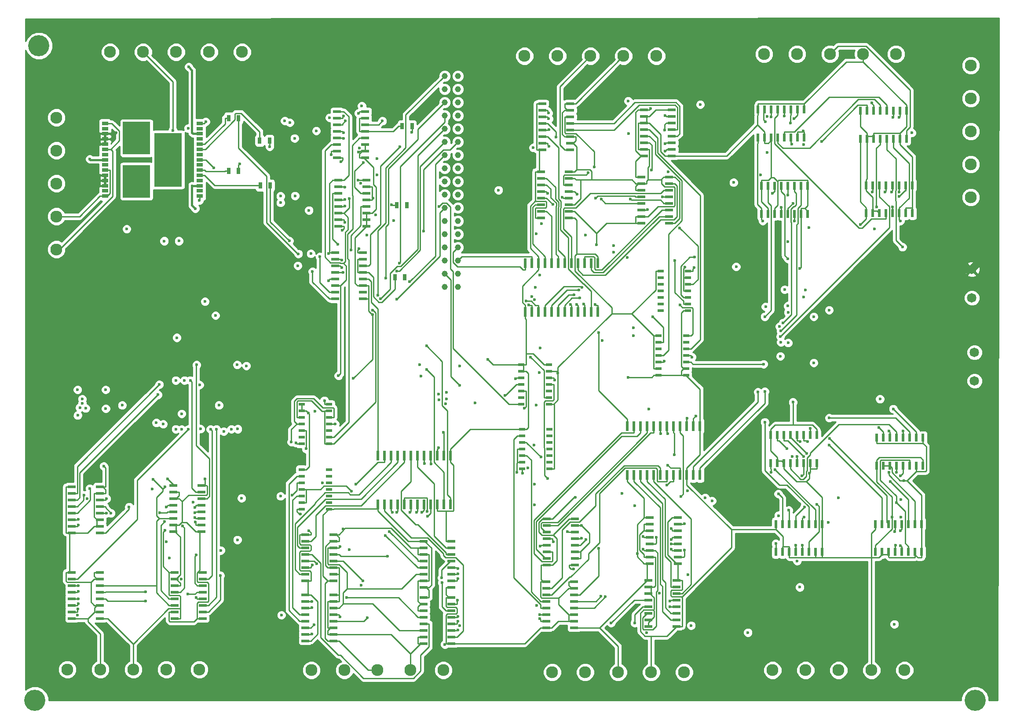
<source format=gbl>
G04 #@! TF.FileFunction,Copper,L4,Bot,Signal*
%FSLAX46Y46*%
G04 Gerber Fmt 4.6, Leading zero omitted, Abs format (unit mm)*
G04 Created by KiCad (PCBNEW 4.0.2-stable) date Mon 18 Apr 2016 07:01:49 PM CST*
%MOMM*%
G01*
G04 APERTURE LIST*
%ADD10C,0.100000*%
%ADD11R,5.250000X6.230000*%
%ADD12R,5.250000X10.300000*%
%ADD13R,1.300000X0.665000*%
%ADD14C,1.157000*%
%ADD15R,0.700000X1.300000*%
%ADD16C,2.300000*%
%ADD17C,1.820000*%
%ADD18R,1.500000X0.550000*%
%ADD19R,0.550000X1.950000*%
%ADD20R,1.180000X0.580000*%
%ADD21R,0.550000X1.500000*%
%ADD22C,4.064000*%
%ADD23C,0.600000*%
%ADD24C,0.250000*%
%ADD25C,0.400000*%
%ADD26C,1.000000*%
%ADD27C,1.500000*%
%ADD28C,0.254000*%
G04 APERTURE END LIST*
D10*
D11*
X38225000Y-55727000D03*
X38225000Y-47397000D03*
D12*
X44325000Y-51562000D03*
D13*
X50375000Y-44562000D03*
X50375000Y-45562000D03*
X50375000Y-46562000D03*
X50375000Y-47562000D03*
X50375000Y-48562000D03*
X50375000Y-49562000D03*
X50375000Y-50562000D03*
X50375000Y-51562000D03*
X50375000Y-52562000D03*
X50375000Y-53562000D03*
X50375000Y-54562000D03*
X50375000Y-55562000D03*
X50375000Y-56562000D03*
X50375000Y-57562000D03*
X50375000Y-58562000D03*
X32175000Y-58562000D03*
X32175000Y-57562000D03*
X32175000Y-56562000D03*
X32175000Y-55562000D03*
X32175000Y-54562000D03*
X32175000Y-53562000D03*
X32175000Y-52562000D03*
X32175000Y-51562000D03*
X32175000Y-50562000D03*
X32175000Y-49562000D03*
X32175000Y-48562000D03*
X32175000Y-47562000D03*
X32175000Y-46562000D03*
X32175000Y-45562000D03*
X32175000Y-44562000D03*
D14*
X100076000Y-76073000D03*
X97536000Y-76073000D03*
X100076000Y-73533000D03*
X97536000Y-73533000D03*
X100076000Y-70993000D03*
X97536000Y-70993000D03*
X100076000Y-68453000D03*
X97536000Y-68453000D03*
X100076000Y-65913000D03*
X97536000Y-65913000D03*
X100076000Y-63373000D03*
X97536000Y-63373000D03*
X100076000Y-60833000D03*
X97536000Y-60833000D03*
X100076000Y-58293000D03*
X97536000Y-58293000D03*
X100076000Y-55753000D03*
X97536000Y-55753000D03*
X100076000Y-53213000D03*
X97536000Y-53213000D03*
X100076000Y-50673000D03*
X97536000Y-50673000D03*
X100076000Y-48133000D03*
X97536000Y-48133000D03*
X100076000Y-45593000D03*
X97536000Y-45593000D03*
X100076000Y-43053000D03*
X97536000Y-43053000D03*
X100076000Y-40513000D03*
X97536000Y-40513000D03*
X100076000Y-37973000D03*
X97536000Y-37973000D03*
X100076000Y-35433000D03*
X97536000Y-35433000D03*
D15*
X62042000Y-56515000D03*
X63942000Y-56515000D03*
X55946000Y-43561000D03*
X57846000Y-43561000D03*
X61915000Y-47879000D03*
X63815000Y-47879000D03*
D16*
X160655000Y-149937000D03*
X167005000Y-149937000D03*
X173355000Y-149937000D03*
X179705000Y-149937000D03*
X186055000Y-149937000D03*
X50292000Y-149783000D03*
X43942000Y-149783000D03*
X37592000Y-149783000D03*
X31242000Y-149783000D03*
X24892000Y-149783000D03*
X71882000Y-149937000D03*
X78232000Y-149937000D03*
X84582000Y-149937000D03*
X90932000Y-149937000D03*
X97282000Y-149937000D03*
X22810000Y-68834000D03*
X22810000Y-62484000D03*
X22810000Y-56134000D03*
X22810000Y-49784000D03*
X22810000Y-43434000D03*
X33147000Y-30811000D03*
X39497000Y-30811000D03*
X45847000Y-30811000D03*
X52197000Y-30811000D03*
X58547000Y-30811000D03*
D17*
X199517000Y-88690000D03*
X199517000Y-94190000D03*
X199009000Y-78188000D03*
X199009000Y-72688000D03*
D16*
X118237000Y-150318000D03*
X124587000Y-150318000D03*
X130937000Y-150318000D03*
X137287000Y-150318000D03*
X143637000Y-150318000D03*
X112903000Y-31573000D03*
X119253000Y-31573000D03*
X125603000Y-31573000D03*
X131953000Y-31573000D03*
X138303000Y-31573000D03*
D18*
X81821000Y-69469000D03*
X81821000Y-70739000D03*
X81821000Y-72009000D03*
X81821000Y-73279000D03*
X81821000Y-74549000D03*
X81821000Y-75819000D03*
X81821000Y-77089000D03*
X81821000Y-78359000D03*
X76421000Y-78359000D03*
X76421000Y-77089000D03*
X76421000Y-75819000D03*
X76421000Y-74549000D03*
X76421000Y-73279000D03*
X76421000Y-72009000D03*
X76421000Y-70739000D03*
X76421000Y-69469000D03*
X82202000Y-42291000D03*
X82202000Y-43561000D03*
X82202000Y-44831000D03*
X82202000Y-46101000D03*
X82202000Y-47371000D03*
X82202000Y-48641000D03*
X82202000Y-49911000D03*
X82202000Y-51181000D03*
X76802000Y-51181000D03*
X76802000Y-49911000D03*
X76802000Y-48641000D03*
X76802000Y-47371000D03*
X76802000Y-46101000D03*
X76802000Y-44831000D03*
X76802000Y-43561000D03*
X76802000Y-42291000D03*
X82456000Y-55499000D03*
X82456000Y-56769000D03*
X82456000Y-58039000D03*
X82456000Y-59309000D03*
X82456000Y-60579000D03*
X82456000Y-61849000D03*
X82456000Y-63119000D03*
X82456000Y-64389000D03*
X77056000Y-64389000D03*
X77056000Y-63119000D03*
X77056000Y-61849000D03*
X77056000Y-60579000D03*
X77056000Y-59309000D03*
X77056000Y-58039000D03*
X77056000Y-56769000D03*
X77056000Y-55499000D03*
D16*
X159004000Y-31192000D03*
X165354000Y-31192000D03*
X171704000Y-31192000D03*
X178054000Y-31192000D03*
X184404000Y-31192000D03*
X198832000Y-58801000D03*
X198832000Y-52451000D03*
X198832000Y-46101000D03*
X198832000Y-39751000D03*
X198832000Y-33401000D03*
D15*
X89347000Y-45085000D03*
X91247000Y-45085000D03*
X87950000Y-74168000D03*
X89850000Y-74168000D03*
X88331000Y-60325000D03*
X90231000Y-60325000D03*
X55946000Y-53721000D03*
X57846000Y-53721000D03*
D19*
X127017000Y-80900000D03*
X125747000Y-80900000D03*
X124477000Y-80900000D03*
X123207000Y-80900000D03*
X121937000Y-80900000D03*
X120667000Y-80900000D03*
X119397000Y-80900000D03*
X118127000Y-80900000D03*
X116857000Y-80900000D03*
X115587000Y-80900000D03*
X114317000Y-80900000D03*
X113047000Y-80900000D03*
X113047000Y-71500000D03*
X114317000Y-71500000D03*
X115587000Y-71500000D03*
X116857000Y-71500000D03*
X118127000Y-71500000D03*
X119397000Y-71500000D03*
X120667000Y-71500000D03*
X121937000Y-71500000D03*
X123207000Y-71500000D03*
X124477000Y-71500000D03*
X125747000Y-71500000D03*
X127017000Y-71500000D03*
D20*
X144011000Y-85471000D03*
X144011000Y-86741000D03*
X144011000Y-88011000D03*
X144011000Y-89281000D03*
X144011000Y-90551000D03*
X144011000Y-91821000D03*
X144011000Y-93091000D03*
X138691000Y-93091000D03*
X138691000Y-91821000D03*
X138691000Y-90551000D03*
X138691000Y-89281000D03*
X138691000Y-88011000D03*
X138691000Y-86741000D03*
X138691000Y-85471000D03*
D18*
X116045000Y-62738000D03*
X116045000Y-61468000D03*
X116045000Y-60198000D03*
X116045000Y-58928000D03*
X116045000Y-57658000D03*
X116045000Y-56388000D03*
X116045000Y-55118000D03*
X116045000Y-53848000D03*
X121445000Y-53848000D03*
X121445000Y-55118000D03*
X121445000Y-56388000D03*
X121445000Y-57658000D03*
X121445000Y-58928000D03*
X121445000Y-60198000D03*
X121445000Y-61468000D03*
X121445000Y-62738000D03*
X116299000Y-49657000D03*
X116299000Y-48387000D03*
X116299000Y-47117000D03*
X116299000Y-45847000D03*
X116299000Y-44577000D03*
X116299000Y-43307000D03*
X116299000Y-42037000D03*
X116299000Y-40767000D03*
X121699000Y-40767000D03*
X121699000Y-42037000D03*
X121699000Y-43307000D03*
X121699000Y-44577000D03*
X121699000Y-45847000D03*
X121699000Y-47117000D03*
X121699000Y-48387000D03*
X121699000Y-49657000D03*
X140749000Y-54864000D03*
X140749000Y-56134000D03*
X140749000Y-57404000D03*
X140749000Y-58674000D03*
X140749000Y-59944000D03*
X140749000Y-61214000D03*
X140749000Y-62484000D03*
X140749000Y-63754000D03*
X135349000Y-63754000D03*
X135349000Y-62484000D03*
X135349000Y-61214000D03*
X135349000Y-59944000D03*
X135349000Y-58674000D03*
X135349000Y-57404000D03*
X135349000Y-56134000D03*
X135349000Y-54864000D03*
X141257000Y-41910000D03*
X141257000Y-43180000D03*
X141257000Y-44450000D03*
X141257000Y-45720000D03*
X141257000Y-46990000D03*
X141257000Y-48260000D03*
X141257000Y-49530000D03*
X141257000Y-50800000D03*
X135857000Y-50800000D03*
X135857000Y-49530000D03*
X135857000Y-48260000D03*
X135857000Y-46990000D03*
X135857000Y-45720000D03*
X135857000Y-44450000D03*
X135857000Y-43180000D03*
X135857000Y-41910000D03*
D19*
X132698000Y-102869000D03*
X133968000Y-102869000D03*
X135238000Y-102869000D03*
X136508000Y-102869000D03*
X137778000Y-102869000D03*
X139048000Y-102869000D03*
X140318000Y-102869000D03*
X141588000Y-102869000D03*
X142858000Y-102869000D03*
X144128000Y-102869000D03*
X145398000Y-102869000D03*
X146668000Y-102869000D03*
X146668000Y-112269000D03*
X145398000Y-112269000D03*
X144128000Y-112269000D03*
X142858000Y-112269000D03*
X141588000Y-112269000D03*
X140318000Y-112269000D03*
X139048000Y-112269000D03*
X137778000Y-112269000D03*
X136508000Y-112269000D03*
X135238000Y-112269000D03*
X133968000Y-112269000D03*
X132698000Y-112269000D03*
D20*
X112275000Y-98679000D03*
X112275000Y-97409000D03*
X112275000Y-96139000D03*
X112275000Y-94869000D03*
X112275000Y-93599000D03*
X112275000Y-92329000D03*
X112275000Y-91059000D03*
X117595000Y-91059000D03*
X117595000Y-92329000D03*
X117595000Y-93599000D03*
X117595000Y-94869000D03*
X117595000Y-96139000D03*
X117595000Y-97409000D03*
X117595000Y-98679000D03*
D21*
X161290000Y-121760000D03*
X162560000Y-121760000D03*
X163830000Y-121760000D03*
X165100000Y-121760000D03*
X166370000Y-121760000D03*
X167640000Y-121760000D03*
X168910000Y-121760000D03*
X170180000Y-121760000D03*
X170180000Y-127160000D03*
X168910000Y-127160000D03*
X167640000Y-127160000D03*
X166370000Y-127160000D03*
X165100000Y-127160000D03*
X163830000Y-127160000D03*
X162560000Y-127160000D03*
X161290000Y-127160000D03*
X160274000Y-104615000D03*
X161544000Y-104615000D03*
X162814000Y-104615000D03*
X164084000Y-104615000D03*
X165354000Y-104615000D03*
X166624000Y-104615000D03*
X167894000Y-104615000D03*
X169164000Y-104615000D03*
X169164000Y-110015000D03*
X167894000Y-110015000D03*
X166624000Y-110015000D03*
X165354000Y-110015000D03*
X164084000Y-110015000D03*
X162814000Y-110015000D03*
X161544000Y-110015000D03*
X160274000Y-110015000D03*
X180467000Y-121760000D03*
X181737000Y-121760000D03*
X183007000Y-121760000D03*
X184277000Y-121760000D03*
X185547000Y-121760000D03*
X186817000Y-121760000D03*
X188087000Y-121760000D03*
X189357000Y-121760000D03*
X189357000Y-127160000D03*
X188087000Y-127160000D03*
X186817000Y-127160000D03*
X185547000Y-127160000D03*
X184277000Y-127160000D03*
X183007000Y-127160000D03*
X181737000Y-127160000D03*
X180467000Y-127160000D03*
X180721000Y-105123000D03*
X181991000Y-105123000D03*
X183261000Y-105123000D03*
X184531000Y-105123000D03*
X185801000Y-105123000D03*
X187071000Y-105123000D03*
X188341000Y-105123000D03*
X189611000Y-105123000D03*
X189611000Y-110523000D03*
X188341000Y-110523000D03*
X187071000Y-110523000D03*
X185801000Y-110523000D03*
X184531000Y-110523000D03*
X183261000Y-110523000D03*
X181991000Y-110523000D03*
X180721000Y-110523000D03*
D20*
X144392000Y-73025000D03*
X144392000Y-74295000D03*
X144392000Y-75565000D03*
X144392000Y-76835000D03*
X144392000Y-78105000D03*
X144392000Y-79375000D03*
X144392000Y-80645000D03*
X139072000Y-80645000D03*
X139072000Y-79375000D03*
X139072000Y-78105000D03*
X139072000Y-76835000D03*
X139072000Y-75565000D03*
X139072000Y-74295000D03*
X139072000Y-73025000D03*
D19*
X84692000Y-108584000D03*
X85962000Y-108584000D03*
X87232000Y-108584000D03*
X88502000Y-108584000D03*
X89772000Y-108584000D03*
X91042000Y-108584000D03*
X92312000Y-108584000D03*
X93582000Y-108584000D03*
X94852000Y-108584000D03*
X96122000Y-108584000D03*
X97392000Y-108584000D03*
X98662000Y-108584000D03*
X98662000Y-117984000D03*
X97392000Y-117984000D03*
X96122000Y-117984000D03*
X94852000Y-117984000D03*
X93582000Y-117984000D03*
X92312000Y-117984000D03*
X91042000Y-117984000D03*
X89772000Y-117984000D03*
X88502000Y-117984000D03*
X87232000Y-117984000D03*
X85962000Y-117984000D03*
X84692000Y-117984000D03*
D20*
X69984000Y-106299000D03*
X69984000Y-105029000D03*
X69984000Y-103759000D03*
X69984000Y-102489000D03*
X69984000Y-101219000D03*
X69984000Y-99949000D03*
X69984000Y-98679000D03*
X75304000Y-98679000D03*
X75304000Y-99949000D03*
X75304000Y-101219000D03*
X75304000Y-102489000D03*
X75304000Y-103759000D03*
X75304000Y-105029000D03*
X75304000Y-106299000D03*
D18*
X117061000Y-141732000D03*
X117061000Y-140462000D03*
X117061000Y-139192000D03*
X117061000Y-137922000D03*
X117061000Y-136652000D03*
X117061000Y-135382000D03*
X117061000Y-134112000D03*
X117061000Y-132842000D03*
X122461000Y-132842000D03*
X122461000Y-134112000D03*
X122461000Y-135382000D03*
X122461000Y-136652000D03*
X122461000Y-137922000D03*
X122461000Y-139192000D03*
X122461000Y-140462000D03*
X122461000Y-141732000D03*
X117188000Y-129667000D03*
X117188000Y-128397000D03*
X117188000Y-127127000D03*
X117188000Y-125857000D03*
X117188000Y-124587000D03*
X117188000Y-123317000D03*
X117188000Y-122047000D03*
X117188000Y-120777000D03*
X122588000Y-120777000D03*
X122588000Y-122047000D03*
X122588000Y-123317000D03*
X122588000Y-124587000D03*
X122588000Y-125857000D03*
X122588000Y-127127000D03*
X122588000Y-128397000D03*
X122588000Y-129667000D03*
X142146000Y-132588000D03*
X142146000Y-133858000D03*
X142146000Y-135128000D03*
X142146000Y-136398000D03*
X142146000Y-137668000D03*
X142146000Y-138938000D03*
X142146000Y-140208000D03*
X142146000Y-141478000D03*
X136746000Y-141478000D03*
X136746000Y-140208000D03*
X136746000Y-138938000D03*
X136746000Y-137668000D03*
X136746000Y-136398000D03*
X136746000Y-135128000D03*
X136746000Y-133858000D03*
X136746000Y-132588000D03*
X142400000Y-120523000D03*
X142400000Y-121793000D03*
X142400000Y-123063000D03*
X142400000Y-124333000D03*
X142400000Y-125603000D03*
X142400000Y-126873000D03*
X142400000Y-128143000D03*
X142400000Y-129413000D03*
X137000000Y-129413000D03*
X137000000Y-128143000D03*
X137000000Y-126873000D03*
X137000000Y-125603000D03*
X137000000Y-124333000D03*
X137000000Y-123063000D03*
X137000000Y-121793000D03*
X137000000Y-120523000D03*
D20*
X112402000Y-111125000D03*
X112402000Y-109855000D03*
X112402000Y-108585000D03*
X112402000Y-107315000D03*
X112402000Y-106045000D03*
X112402000Y-104775000D03*
X112402000Y-103505000D03*
X117722000Y-103505000D03*
X117722000Y-104775000D03*
X117722000Y-106045000D03*
X117722000Y-107315000D03*
X117722000Y-108585000D03*
X117722000Y-109855000D03*
X117722000Y-111125000D03*
D18*
X70706000Y-144272000D03*
X70706000Y-143002000D03*
X70706000Y-141732000D03*
X70706000Y-140462000D03*
X70706000Y-139192000D03*
X70706000Y-137922000D03*
X70706000Y-136652000D03*
X70706000Y-135382000D03*
X76106000Y-135382000D03*
X76106000Y-136652000D03*
X76106000Y-137922000D03*
X76106000Y-139192000D03*
X76106000Y-140462000D03*
X76106000Y-141732000D03*
X76106000Y-143002000D03*
X76106000Y-144272000D03*
X70706000Y-132715000D03*
X70706000Y-131445000D03*
X70706000Y-130175000D03*
X70706000Y-128905000D03*
X70706000Y-127635000D03*
X70706000Y-126365000D03*
X70706000Y-125095000D03*
X70706000Y-123825000D03*
X76106000Y-123825000D03*
X76106000Y-125095000D03*
X76106000Y-126365000D03*
X76106000Y-127635000D03*
X76106000Y-128905000D03*
X76106000Y-130175000D03*
X76106000Y-131445000D03*
X76106000Y-132715000D03*
X98839000Y-135890000D03*
X98839000Y-137160000D03*
X98839000Y-138430000D03*
X98839000Y-139700000D03*
X98839000Y-140970000D03*
X98839000Y-142240000D03*
X98839000Y-143510000D03*
X98839000Y-144780000D03*
X93439000Y-144780000D03*
X93439000Y-143510000D03*
X93439000Y-142240000D03*
X93439000Y-140970000D03*
X93439000Y-139700000D03*
X93439000Y-138430000D03*
X93439000Y-137160000D03*
X93439000Y-135890000D03*
X98839000Y-125095000D03*
X98839000Y-126365000D03*
X98839000Y-127635000D03*
X98839000Y-128905000D03*
X98839000Y-130175000D03*
X98839000Y-131445000D03*
X98839000Y-132715000D03*
X98839000Y-133985000D03*
X93439000Y-133985000D03*
X93439000Y-132715000D03*
X93439000Y-131445000D03*
X93439000Y-130175000D03*
X93439000Y-128905000D03*
X93439000Y-127635000D03*
X93439000Y-126365000D03*
X93439000Y-125095000D03*
D20*
X69984000Y-118872000D03*
X69984000Y-117602000D03*
X69984000Y-116332000D03*
X69984000Y-115062000D03*
X69984000Y-113792000D03*
X69984000Y-112522000D03*
X69984000Y-111252000D03*
X75304000Y-111252000D03*
X75304000Y-112522000D03*
X75304000Y-113792000D03*
X75304000Y-115062000D03*
X75304000Y-116332000D03*
X75304000Y-117602000D03*
X75304000Y-118872000D03*
D18*
X25748000Y-123444000D03*
X25748000Y-122174000D03*
X25748000Y-120904000D03*
X25748000Y-119634000D03*
X25748000Y-118364000D03*
X25748000Y-117094000D03*
X25748000Y-115824000D03*
X25748000Y-114554000D03*
X31148000Y-114554000D03*
X31148000Y-115824000D03*
X31148000Y-117094000D03*
X31148000Y-118364000D03*
X31148000Y-119634000D03*
X31148000Y-120904000D03*
X31148000Y-122174000D03*
X31148000Y-123444000D03*
X25748000Y-139954000D03*
X25748000Y-138684000D03*
X25748000Y-137414000D03*
X25748000Y-136144000D03*
X25748000Y-134874000D03*
X25748000Y-133604000D03*
X25748000Y-132334000D03*
X25748000Y-131064000D03*
X31148000Y-131064000D03*
X31148000Y-132334000D03*
X31148000Y-133604000D03*
X31148000Y-134874000D03*
X31148000Y-136144000D03*
X31148000Y-137414000D03*
X31148000Y-138684000D03*
X31148000Y-139954000D03*
X50706000Y-114300000D03*
X50706000Y-115570000D03*
X50706000Y-116840000D03*
X50706000Y-118110000D03*
X50706000Y-119380000D03*
X50706000Y-120650000D03*
X50706000Y-121920000D03*
X50706000Y-123190000D03*
X45306000Y-123190000D03*
X45306000Y-121920000D03*
X45306000Y-120650000D03*
X45306000Y-119380000D03*
X45306000Y-118110000D03*
X45306000Y-116840000D03*
X45306000Y-115570000D03*
X45306000Y-114300000D03*
X50960000Y-131064000D03*
X50960000Y-132334000D03*
X50960000Y-133604000D03*
X50960000Y-134874000D03*
X50960000Y-136144000D03*
X50960000Y-137414000D03*
X50960000Y-138684000D03*
X50960000Y-139954000D03*
X45560000Y-139954000D03*
X45560000Y-138684000D03*
X45560000Y-137414000D03*
X45560000Y-136144000D03*
X45560000Y-134874000D03*
X45560000Y-133604000D03*
X45560000Y-132334000D03*
X45560000Y-131064000D03*
D21*
X158496000Y-56609000D03*
X159766000Y-56609000D03*
X161036000Y-56609000D03*
X162306000Y-56609000D03*
X163576000Y-56609000D03*
X164846000Y-56609000D03*
X166116000Y-56609000D03*
X167386000Y-56609000D03*
X167386000Y-62009000D03*
X166116000Y-62009000D03*
X164846000Y-62009000D03*
X163576000Y-62009000D03*
X162306000Y-62009000D03*
X161036000Y-62009000D03*
X159766000Y-62009000D03*
X158496000Y-62009000D03*
X157861000Y-41877000D03*
X159131000Y-41877000D03*
X160401000Y-41877000D03*
X161671000Y-41877000D03*
X162941000Y-41877000D03*
X164211000Y-41877000D03*
X165481000Y-41877000D03*
X166751000Y-41877000D03*
X166751000Y-47277000D03*
X165481000Y-47277000D03*
X164211000Y-47277000D03*
X162941000Y-47277000D03*
X161671000Y-47277000D03*
X160401000Y-47277000D03*
X159131000Y-47277000D03*
X157861000Y-47277000D03*
X178689000Y-56482000D03*
X179959000Y-56482000D03*
X181229000Y-56482000D03*
X182499000Y-56482000D03*
X183769000Y-56482000D03*
X185039000Y-56482000D03*
X186309000Y-56482000D03*
X187579000Y-56482000D03*
X187579000Y-61882000D03*
X186309000Y-61882000D03*
X185039000Y-61882000D03*
X183769000Y-61882000D03*
X182499000Y-61882000D03*
X181229000Y-61882000D03*
X179959000Y-61882000D03*
X178689000Y-61882000D03*
X177546000Y-42131000D03*
X178816000Y-42131000D03*
X180086000Y-42131000D03*
X181356000Y-42131000D03*
X182626000Y-42131000D03*
X183896000Y-42131000D03*
X185166000Y-42131000D03*
X186436000Y-42131000D03*
X186436000Y-47531000D03*
X185166000Y-47531000D03*
X183896000Y-47531000D03*
X182626000Y-47531000D03*
X181356000Y-47531000D03*
X180086000Y-47531000D03*
X178816000Y-47531000D03*
X177546000Y-47531000D03*
D22*
X19431000Y-29591000D03*
X199644000Y-155702000D03*
X18669000Y-155702000D03*
D23*
X134604600Y-127458400D03*
X183607400Y-120408300D03*
X97696900Y-98551200D03*
X161268500Y-125543400D03*
X137126500Y-41715800D03*
X158922900Y-90943400D03*
X158750400Y-63338700D03*
X177559100Y-64084000D03*
X75169600Y-69645100D03*
X122357600Y-130447200D03*
X111158200Y-93765200D03*
X119337000Y-92681900D03*
X160405100Y-111773300D03*
X36777200Y-118470400D03*
X44173700Y-113038800D03*
X43679800Y-122984400D03*
X83616300Y-80561100D03*
X83616300Y-81420400D03*
X79951100Y-93689600D03*
X97581600Y-144962100D03*
X167757400Y-111956000D03*
X31906500Y-110617000D03*
X71319200Y-100368900D03*
X74388700Y-97978000D03*
X78021500Y-122732600D03*
X105826500Y-90050300D03*
X132871000Y-93479600D03*
X166506900Y-45992400D03*
X164563600Y-98292800D03*
X185915900Y-113439800D03*
X80933900Y-50103800D03*
X91150200Y-46259500D03*
X122728700Y-116584700D03*
X123860600Y-122034700D03*
X165901900Y-72553500D03*
X71419600Y-123017200D03*
X51389800Y-113038800D03*
X126755600Y-67942300D03*
X32281900Y-95885000D03*
X77801400Y-65169200D03*
X72085300Y-73116900D03*
X77536900Y-51971700D03*
X45981000Y-85849100D03*
X32305200Y-99524900D03*
X78312500Y-63593600D03*
X73507500Y-70262900D03*
X75663200Y-50552300D03*
X96438500Y-97864700D03*
X50367900Y-94948900D03*
X35461800Y-98869500D03*
X77082400Y-93183600D03*
X79172900Y-59090000D03*
X103358100Y-98394200D03*
X26890900Y-100805700D03*
X164337400Y-48530500D03*
X185221400Y-63340700D03*
X164830300Y-63327700D03*
X168574500Y-90695000D03*
X77977900Y-73305900D03*
X88882900Y-49088200D03*
X158349700Y-54449700D03*
X78064200Y-46329200D03*
X85542900Y-44089000D03*
X180254900Y-64867000D03*
X78339500Y-59239300D03*
X81838400Y-52098600D03*
X114582000Y-49244000D03*
X132882200Y-40244000D03*
X136367800Y-142717700D03*
X115255200Y-137471500D03*
X49530000Y-60960000D03*
X48260000Y-33655000D03*
X29210000Y-51435000D03*
X188595000Y-101600000D03*
X109855000Y-43180000D03*
X113665000Y-51435000D03*
X188595000Y-44450000D03*
X188595000Y-52705000D03*
X187325000Y-139065000D03*
X187960000Y-129540000D03*
X107950000Y-147320000D03*
X97155000Y-128905000D03*
X22225000Y-135255000D03*
X22860000Y-127000000D03*
X46355000Y-34925000D03*
X34290000Y-46355000D03*
X148590000Y-34290000D03*
X62230000Y-147320000D03*
X152400000Y-144780000D03*
X65827700Y-114774700D03*
X154025000Y-117354700D03*
X36335800Y-64906900D03*
X45180800Y-45895300D03*
X48159000Y-45522800D03*
X86233000Y-74407900D03*
X88821900Y-71475400D03*
X51529000Y-44224800D03*
X50333200Y-59398400D03*
X79157700Y-126731000D03*
X100455300Y-141376400D03*
X26878900Y-139316600D03*
X43981100Y-125183100D03*
X167625300Y-64671200D03*
X84675700Y-77682400D03*
X165383500Y-128909700D03*
X184092300Y-141057600D03*
X84506200Y-54446100D03*
X84497100Y-51381200D03*
X114941100Y-76146200D03*
X114689800Y-106517900D03*
X114809000Y-118088700D03*
X115111600Y-98825500D03*
X92749800Y-91035800D03*
X93462000Y-65293600D03*
X71415600Y-61309000D03*
X116143300Y-63868000D03*
X100452400Y-91313000D03*
X113531600Y-110970500D03*
X72815400Y-45998100D03*
X114819200Y-78539800D03*
X75357700Y-43455900D03*
X115882900Y-87822600D03*
X96320300Y-96755300D03*
X84207100Y-62148300D03*
X124624500Y-66099400D03*
X87755400Y-63266100D03*
X92949600Y-93280400D03*
X81340500Y-56129800D03*
X115769500Y-92583000D03*
X115128000Y-65795900D03*
X114267200Y-77899200D03*
X81090100Y-49276100D03*
X127825800Y-86358500D03*
X81581600Y-41227100D03*
X181322000Y-97679000D03*
X63856400Y-49039000D03*
X153635900Y-72183400D03*
X159589300Y-50165000D03*
X58045900Y-52362000D03*
X132678300Y-70413900D03*
X144316500Y-115320000D03*
X144321600Y-131511800D03*
X51390000Y-78888000D03*
X46370500Y-67220300D03*
X54454200Y-126840800D03*
X44568500Y-128340100D03*
X159586900Y-43224900D03*
X65933400Y-58581600D03*
X153152700Y-55956100D03*
X88348700Y-73000700D03*
X88330500Y-78436500D03*
X90782300Y-75094900D03*
X85143500Y-78360000D03*
X82593600Y-66037100D03*
X97888300Y-96393000D03*
X100404400Y-95059200D03*
X97888300Y-97663000D03*
X65946100Y-59848900D03*
X166626900Y-48670400D03*
X139476600Y-58674000D03*
X120188300Y-58829100D03*
X133303800Y-59153900D03*
X123059600Y-58202600D03*
X184121900Y-123218100D03*
X165100000Y-125872900D03*
X185254400Y-123037000D03*
X166370000Y-125893200D03*
X185801000Y-103840900D03*
X165354000Y-108762500D03*
X140892300Y-136585800D03*
X128466000Y-135783200D03*
X140867900Y-137668000D03*
X127619000Y-135708600D03*
X141112800Y-124716600D03*
X124712800Y-124716100D03*
X141129800Y-125603000D03*
X123857800Y-124535800D03*
X100094200Y-139575200D03*
X82656900Y-139799400D03*
X100103500Y-140463800D03*
X77389500Y-139617400D03*
X96961900Y-132130900D03*
X81800900Y-132692600D03*
X100094200Y-130366800D03*
X86510100Y-127980700D03*
X49424800Y-118546600D03*
X32409200Y-119683800D03*
X49447200Y-119621200D03*
X33315800Y-119680700D03*
X48124500Y-135280900D03*
X39945200Y-136581700D03*
X49697800Y-135957100D03*
X39948900Y-134799200D03*
X162963900Y-76581500D03*
X160401000Y-43299500D03*
X163640800Y-86856100D03*
X159291400Y-44272100D03*
X163640300Y-80988500D03*
X164096900Y-44456000D03*
X163622700Y-79741300D03*
X164792200Y-43680400D03*
X166602500Y-78003500D03*
X179786400Y-40582900D03*
X166965400Y-76698800D03*
X170090300Y-48034900D03*
X168573700Y-81805000D03*
X183819900Y-43413700D03*
X171539900Y-80535000D03*
X185028200Y-43385000D03*
X162140000Y-89425000D03*
X184991100Y-58663200D03*
X162264300Y-86705700D03*
X184988800Y-57748200D03*
X162005600Y-83710000D03*
X179856300Y-57780900D03*
X162140000Y-85615000D03*
X162215300Y-84562400D03*
X162665600Y-82987400D03*
X159146600Y-81805000D03*
X159308700Y-79887700D03*
X160601900Y-58019900D03*
X182255300Y-57745600D03*
X162306000Y-60754200D03*
X183601500Y-57779200D03*
X164562400Y-59947300D03*
X163618600Y-67310000D03*
X163617300Y-58341400D03*
X163614200Y-70639400D03*
X183769000Y-60630100D03*
X162941000Y-43151800D03*
X180681700Y-60651000D03*
X185656100Y-68382400D03*
X145114700Y-89583800D03*
X126341600Y-52916400D03*
X125175700Y-54081800D03*
X139791400Y-90365900D03*
X27310800Y-99330100D03*
X136615000Y-61139300D03*
X137342600Y-53519200D03*
X169197000Y-117954600D03*
X184467400Y-117676100D03*
X166311400Y-112501300D03*
X27761100Y-98529700D03*
X27761100Y-97687000D03*
X109182600Y-97015700D03*
X118686400Y-94052700D03*
X121199700Y-123242700D03*
X135740200Y-126586400D03*
X127176200Y-126406000D03*
X26876200Y-95885000D03*
X41413400Y-113157000D03*
X43728800Y-114612100D03*
X32449900Y-116867400D03*
X28425700Y-99466800D03*
X68029900Y-105966600D03*
X77364500Y-126115000D03*
X126514500Y-79442900D03*
X77723900Y-72374200D03*
X127174300Y-84916900D03*
X75156700Y-74888900D03*
X54071300Y-98874300D03*
X81025200Y-68668500D03*
X164408000Y-108763800D03*
X77726900Y-70865700D03*
X137549900Y-81824800D03*
X115857600Y-73808600D03*
X78422000Y-44093900D03*
X114073200Y-89579500D03*
X78078600Y-47417000D03*
X41263700Y-115056300D03*
X80940600Y-42597100D03*
X161778400Y-120142000D03*
X78052800Y-43147400D03*
X142827700Y-79563300D03*
X76961100Y-67849400D03*
X96431600Y-60602800D03*
X78315100Y-60453500D03*
X68884900Y-106115200D03*
X79485000Y-68916300D03*
X49085800Y-117547600D03*
X80846600Y-55491600D03*
X171403200Y-121412000D03*
X107907200Y-57420000D03*
X78339500Y-56836900D03*
X143787900Y-72229000D03*
X111458500Y-111773400D03*
X68730200Y-58515100D03*
X68653700Y-47430600D03*
X79605400Y-115458700D03*
X28706100Y-116843600D03*
X185331000Y-120467300D03*
X130030200Y-69374000D03*
X71784500Y-69669100D03*
X69261200Y-71980500D03*
X53433600Y-81575600D03*
X133850600Y-85505400D03*
X69365400Y-69690200D03*
X67624700Y-67190300D03*
X145538600Y-72370600D03*
X67728000Y-44415200D03*
X140539000Y-53904300D03*
X145611400Y-70338500D03*
X146737600Y-40919300D03*
X144968000Y-141310500D03*
X134083100Y-118239000D03*
X112496800Y-111950100D03*
X116083600Y-108867300D03*
X149027400Y-117299800D03*
X65942600Y-116404600D03*
X69754000Y-119800100D03*
X68167400Y-116200100D03*
X66106000Y-139308100D03*
X58438100Y-116781900D03*
X57637500Y-124801200D03*
X185321400Y-117032300D03*
X155908200Y-142665000D03*
X147674300Y-116673200D03*
X133842400Y-83950600D03*
X53133600Y-53160000D03*
X130043100Y-68104000D03*
X43559600Y-67223900D03*
X66760900Y-44067900D03*
X132902500Y-46529100D03*
X131674900Y-115851500D03*
X138858700Y-135122700D03*
X136834700Y-99600000D03*
X165889700Y-133937600D03*
X72575100Y-100028800D03*
X81471600Y-133542700D03*
X73996300Y-113827700D03*
X46817900Y-132333100D03*
X141838100Y-70971500D03*
X118384400Y-60192100D03*
X142789400Y-64688700D03*
X117311400Y-58037600D03*
X124270200Y-79407000D03*
X117589800Y-48973600D03*
X122973800Y-79422200D03*
X117562600Y-43676500D03*
X121760800Y-79423500D03*
X117515600Y-42568900D03*
X123554100Y-78221600D03*
X139858200Y-45862300D03*
X122440900Y-77587100D03*
X139976600Y-43044500D03*
X123363600Y-76637900D03*
X139979700Y-48472200D03*
X123972500Y-76114800D03*
X139969400Y-49927300D03*
X113184200Y-78818900D03*
X144166900Y-101387600D03*
X56472900Y-103473800D03*
X96340500Y-107096400D03*
X145863500Y-100935800D03*
X57692600Y-103457900D03*
X97308000Y-104128300D03*
X113751300Y-79499300D03*
X57598700Y-91070000D03*
X94052500Y-91998700D03*
X157822000Y-96327900D03*
X59356500Y-91281700D03*
X94079800Y-87445200D03*
X159142000Y-96230200D03*
X127652900Y-59162600D03*
X118941100Y-47199600D03*
X126563600Y-58937300D03*
X117575600Y-45752600D03*
X166766800Y-118490700D03*
X166692500Y-120469600D03*
X139103900Y-104364400D03*
X141125400Y-122662800D03*
X140484300Y-104360000D03*
X143673300Y-121711700D03*
X141723500Y-108425300D03*
X141123500Y-126645700D03*
X143015600Y-116414600D03*
X143660800Y-126781300D03*
X140333900Y-114240800D03*
X115792200Y-140017300D03*
X140487000Y-110426300D03*
X115791600Y-139192000D03*
X112876900Y-99476700D03*
X114809000Y-114058400D03*
X135727500Y-124135800D03*
X117388100Y-112966200D03*
X138266400Y-124292700D03*
X161147400Y-111273300D03*
X159162000Y-102125000D03*
X163748900Y-119116800D03*
X161762700Y-115937000D03*
X167894000Y-103332200D03*
X167373500Y-105900300D03*
X185240100Y-125897700D03*
X165974300Y-105900300D03*
X184363600Y-125888900D03*
X167204300Y-108185200D03*
X166593700Y-108726600D03*
X163375100Y-107200800D03*
X183017900Y-111773500D03*
X183328900Y-113539800D03*
X171604700Y-105265400D03*
X171549300Y-106535300D03*
X173304400Y-116694400D03*
X184531000Y-111791800D03*
X185249800Y-112505900D03*
X183878300Y-99585000D03*
X171549300Y-101325900D03*
X183054600Y-103841300D03*
X181118100Y-103174800D03*
X80458200Y-114098800D03*
X72061900Y-129676100D03*
X93623200Y-110069100D03*
X100119200Y-131346100D03*
X94918700Y-110175300D03*
X100115400Y-132290300D03*
X87435300Y-119467300D03*
X100098100Y-142160100D03*
X88283000Y-119468300D03*
X100035700Y-136466700D03*
X94182400Y-119342900D03*
X97004000Y-133024000D03*
X90839300Y-119487000D03*
X71963000Y-136693600D03*
X92104800Y-119483800D03*
X71975600Y-137898900D03*
X93171800Y-119465700D03*
X71976000Y-142922800D03*
X94207400Y-120296100D03*
X72395000Y-141209800D03*
X70859400Y-107268100D03*
X86874200Y-123197200D03*
X76459900Y-102489000D03*
X86139600Y-123950900D03*
X134102600Y-140849800D03*
X118422100Y-125135000D03*
X129565100Y-140845300D03*
X115913200Y-126056500D03*
X45773400Y-103465900D03*
X27022900Y-137095800D03*
X46923700Y-103539900D03*
X26903900Y-138098100D03*
X46900200Y-100500100D03*
X27024800Y-133604000D03*
X48174400Y-103494000D03*
X50537500Y-103447500D03*
X49728900Y-127696100D03*
X52458900Y-103493300D03*
X53581500Y-103486500D03*
X55000400Y-103925500D03*
X54331100Y-131674800D03*
X45782500Y-94067900D03*
X49501200Y-121358400D03*
X47442100Y-94091000D03*
X49414400Y-120489800D03*
X48581100Y-94073900D03*
X49787000Y-91096200D03*
X42605900Y-94878600D03*
X42299400Y-96852200D03*
X42029700Y-102254200D03*
X27001800Y-121995500D03*
X43335600Y-102509700D03*
X27003300Y-120876300D03*
X47065000Y-122163200D03*
X43618900Y-121296700D03*
X78670700Y-135967700D03*
X72874900Y-129404200D03*
X29209300Y-114906500D03*
X28093700Y-116192600D03*
X42720000Y-119570400D03*
X27000200Y-134767000D03*
X43972700Y-118462100D03*
X27009600Y-136144000D03*
X83710600Y-58999500D03*
X87326100Y-60243600D03*
X187446700Y-46387000D03*
D24*
X180467000Y-127160000D02*
X180467000Y-126084700D01*
X75304000Y-106299000D02*
X74388700Y-106299000D01*
X75304000Y-99949000D02*
X74501300Y-99949000D01*
X177546000Y-59663700D02*
X178689000Y-60806700D01*
X177546000Y-47531000D02*
X177546000Y-59663700D01*
X178689000Y-61882000D02*
X178689000Y-60806700D01*
X45560000Y-139954000D02*
X46635300Y-139954000D01*
X32676000Y-139954000D02*
X37592000Y-144870000D01*
X31148000Y-139954000D02*
X32676000Y-139954000D01*
X37592000Y-144870000D02*
X37592000Y-149783000D01*
X93677300Y-125095000D02*
X93439000Y-125095000D01*
X94964600Y-126382300D02*
X93677300Y-125095000D01*
X94964600Y-133534700D02*
X94964600Y-126382300D01*
X94514300Y-133985000D02*
X94964600Y-133534700D01*
X93439000Y-133985000D02*
X93976700Y-133985000D01*
X93976700Y-133985000D02*
X94514300Y-133985000D01*
X94514300Y-134522600D02*
X94514300Y-135890000D01*
X93976700Y-133985000D02*
X94514300Y-134522600D01*
X93439000Y-135890000D02*
X94514300Y-135890000D01*
X135857000Y-50800000D02*
X135319400Y-50800000D01*
X135349000Y-54864000D02*
X134273700Y-54864000D01*
X31148000Y-123444000D02*
X32223300Y-123444000D01*
X69984000Y-101219000D02*
X69068700Y-101219000D01*
X74388700Y-106299000D02*
X74388700Y-100061600D01*
X74388700Y-100061600D02*
X74501300Y-99949000D01*
X75304000Y-106299000D02*
X76219300Y-106299000D01*
X93439000Y-125095000D02*
X92363700Y-125095000D01*
X134273700Y-51845700D02*
X134273700Y-54864000D01*
X135319400Y-50800000D02*
X134273700Y-51845700D01*
X135857000Y-41910000D02*
X134781700Y-41910000D01*
X134327200Y-49807800D02*
X135319400Y-50800000D01*
X134327200Y-42364500D02*
X134327200Y-49807800D01*
X134781700Y-41910000D02*
X134327200Y-42364500D01*
X137000000Y-129413000D02*
X136462400Y-129413000D01*
X136462400Y-129413000D02*
X135924700Y-129413000D01*
X136746000Y-132588000D02*
X136462400Y-132588000D01*
X189117900Y-108954600D02*
X189611000Y-109447700D01*
X181214100Y-108954600D02*
X189117900Y-108954600D01*
X180721000Y-109447700D02*
X181214100Y-108954600D01*
X180721000Y-110523000D02*
X180721000Y-109447700D01*
X189611000Y-110523000D02*
X189611000Y-109447700D01*
X76106000Y-144272000D02*
X75030700Y-144272000D01*
X76106000Y-132715000D02*
X75030700Y-132715000D01*
X112275000Y-93599000D02*
X111359700Y-93599000D01*
X158496000Y-62009000D02*
X158496000Y-60933700D01*
X161290000Y-125564900D02*
X161290000Y-127160000D01*
X161268500Y-125543400D02*
X161290000Y-125564900D01*
X173201800Y-29694200D02*
X171704000Y-31192000D01*
X178660700Y-29694200D02*
X173201800Y-29694200D01*
X187095400Y-38128900D02*
X178660700Y-29694200D01*
X187095400Y-45249000D02*
X187095400Y-38128900D01*
X186436000Y-45908400D02*
X187095400Y-45249000D01*
X186436000Y-47531000D02*
X186436000Y-45908400D01*
X74540200Y-133205500D02*
X75030700Y-132715000D01*
X74540200Y-143781500D02*
X74540200Y-133205500D01*
X75030700Y-144272000D02*
X74540200Y-143781500D01*
X84692000Y-117984000D02*
X84692000Y-118863400D01*
X84692000Y-118863400D02*
X84692000Y-119284300D01*
X76227900Y-118863400D02*
X76219300Y-118872000D01*
X84692000Y-118863400D02*
X76227900Y-118863400D01*
X75304000Y-118872000D02*
X76219300Y-118872000D01*
X117595000Y-98679000D02*
X118510300Y-98679000D01*
X118637300Y-98806000D02*
X118510300Y-98679000D01*
X118637300Y-111125000D02*
X118637300Y-98806000D01*
X117722000Y-111125000D02*
X118637300Y-111125000D01*
X135857000Y-41910000D02*
X136932300Y-41910000D01*
X137126500Y-41715800D02*
X136932300Y-41910000D01*
X76802000Y-42291000D02*
X77877300Y-42291000D01*
X158496000Y-62009000D02*
X158496000Y-63084300D01*
X183607400Y-116552700D02*
X183607400Y-120408300D01*
X180721000Y-113666300D02*
X183607400Y-116552700D01*
X180721000Y-110523000D02*
X180721000Y-113666300D01*
X122588000Y-129667000D02*
X121512700Y-129667000D01*
X144011000Y-90551000D02*
X144926300Y-90551000D01*
X145318700Y-90943400D02*
X158922900Y-90943400D01*
X144926300Y-90551000D02*
X145318700Y-90943400D01*
X158750400Y-63338700D02*
X158496000Y-63084300D01*
X178685800Y-62957300D02*
X178689000Y-62957300D01*
X177559100Y-64084000D02*
X178685800Y-62957300D01*
X178689000Y-61882000D02*
X178689000Y-62957300D01*
X76421000Y-69469000D02*
X75345700Y-69469000D01*
X77593700Y-55499000D02*
X78131300Y-55499000D01*
X77593700Y-55499000D02*
X77056000Y-55499000D01*
X75345700Y-56134000D02*
X75345700Y-69469000D01*
X75980700Y-55499000D02*
X75345700Y-56134000D01*
X77056000Y-55499000D02*
X75980700Y-55499000D01*
X117595000Y-92329000D02*
X118510300Y-92329000D01*
X111193500Y-93765200D02*
X111158200Y-93765200D01*
X111359700Y-93599000D02*
X111193500Y-93765200D01*
X119337000Y-97852300D02*
X119337000Y-92681900D01*
X118510300Y-98679000D02*
X119337000Y-97852300D01*
X119715500Y-48748800D02*
X120623700Y-49657000D01*
X119715500Y-37460500D02*
X119715500Y-48748800D01*
X125603000Y-31573000D02*
X119715500Y-37460500D01*
X121699000Y-49657000D02*
X120623700Y-49657000D01*
X180467000Y-125849600D02*
X180467000Y-126084700D01*
X183607400Y-122709200D02*
X180467000Y-125849600D01*
X183607400Y-120408300D02*
X183607400Y-122709200D01*
X119337000Y-92329000D02*
X118510300Y-92329000D01*
X119337000Y-92329000D02*
X119337000Y-92681900D01*
X138691000Y-85471000D02*
X137775700Y-85471000D01*
X138156700Y-76645000D02*
X133553200Y-81248500D01*
X138156700Y-73025000D02*
X138156700Y-76645000D01*
X139072000Y-73025000D02*
X138156700Y-73025000D01*
X138691000Y-91821000D02*
X137775700Y-91821000D01*
X133553200Y-81248500D02*
X137775700Y-85471000D01*
X137775700Y-85471000D02*
X137775700Y-91821000D01*
X160405100Y-111221400D02*
X160274000Y-111090300D01*
X160405100Y-111773300D02*
X160405100Y-111221400D01*
X160274000Y-110015000D02*
X160274000Y-111090300D01*
X136462400Y-129413000D02*
X136462400Y-132588000D01*
X130937000Y-145350600D02*
X127318400Y-141732000D01*
X130937000Y-150318000D02*
X130937000Y-145350600D01*
X136462400Y-132588000D02*
X127318400Y-141732000D01*
X127318400Y-141732000D02*
X122461000Y-141732000D01*
X134604600Y-128092900D02*
X134604600Y-127458400D01*
X135924700Y-129413000D02*
X134604600Y-128092900D01*
X134604600Y-121843100D02*
X135924700Y-120523000D01*
X134604600Y-127458400D02*
X134604600Y-121843100D01*
X137000000Y-120523000D02*
X135924700Y-120523000D01*
X135924700Y-116796000D02*
X135924700Y-120523000D01*
X132698000Y-113569300D02*
X135924700Y-116796000D01*
X132698000Y-112269000D02*
X132698000Y-113569300D01*
X157724400Y-60162100D02*
X158496000Y-60933700D01*
X157724400Y-48488900D02*
X157724400Y-60162100D01*
X157861000Y-48352300D02*
X157724400Y-48488900D01*
X157861000Y-47277000D02*
X157861000Y-48352300D01*
X36777200Y-118890100D02*
X36777200Y-118470400D01*
X32223300Y-123444000D02*
X36777200Y-118890100D01*
X45306000Y-114171100D02*
X45306000Y-114300000D01*
X44173700Y-113038800D02*
X45306000Y-114171100D01*
X46635300Y-138049000D02*
X46635300Y-139954000D01*
X44413000Y-138049000D02*
X46635300Y-138049000D01*
X37592000Y-144870000D02*
X44413000Y-138049000D01*
X44484700Y-135385200D02*
X44484700Y-131064000D01*
X44606500Y-135507000D02*
X44484700Y-135385200D01*
X46435600Y-135507000D02*
X44606500Y-135507000D01*
X46635300Y-135706700D02*
X46435600Y-135507000D01*
X46635300Y-138049000D02*
X46635300Y-135706700D01*
X45560000Y-131064000D02*
X44484700Y-131064000D01*
X43339800Y-129919100D02*
X44484700Y-131064000D01*
X43339800Y-123324400D02*
X43339800Y-129919100D01*
X43679800Y-122984400D02*
X43339800Y-123324400D01*
X83732700Y-80561100D02*
X83616300Y-80561100D01*
X84241700Y-81070100D02*
X83732700Y-80561100D01*
X84241700Y-98276600D02*
X84241700Y-81070100D01*
X76219300Y-106299000D02*
X84241700Y-98276600D01*
X74130100Y-120045900D02*
X75304000Y-118872000D01*
X74130100Y-131814400D02*
X74130100Y-120045900D01*
X75030700Y-132715000D02*
X74130100Y-131814400D01*
X75345700Y-69469000D02*
X75169600Y-69645100D01*
X73896600Y-100061600D02*
X74388700Y-100061600D01*
X71870200Y-98035200D02*
X73896600Y-100061600D01*
X69286900Y-98035200D02*
X71870200Y-98035200D01*
X69068700Y-98253400D02*
X69286900Y-98035200D01*
X69068700Y-101219000D02*
X69068700Y-98253400D01*
X78092000Y-42291000D02*
X77877300Y-42291000D01*
X79047300Y-43246300D02*
X78092000Y-42291000D01*
X79047300Y-54583000D02*
X79047300Y-43246300D01*
X78131300Y-55499000D02*
X79047300Y-54583000D01*
X82846300Y-149937000D02*
X77181300Y-144272000D01*
X84582000Y-149937000D02*
X82846300Y-149937000D01*
X76106000Y-144272000D02*
X77181300Y-144272000D01*
X90502700Y-125095000D02*
X84692000Y-119284300D01*
X92363700Y-125095000D02*
X90502700Y-125095000D01*
X127017000Y-71500000D02*
X127017000Y-70199700D01*
X129686100Y-81248500D02*
X133553200Y-81248500D01*
X119337000Y-91597600D02*
X129686100Y-81248500D01*
X119337000Y-92329000D02*
X119337000Y-91597600D01*
X121445000Y-62738000D02*
X122520300Y-62738000D01*
X126508200Y-69690900D02*
X127017000Y-70199700D01*
X122978400Y-69690900D02*
X126508200Y-69690900D01*
X122606600Y-70062700D02*
X122978400Y-69690900D01*
X122606600Y-72983900D02*
X122606600Y-70062700D01*
X129686100Y-80063400D02*
X122606600Y-72983900D01*
X129686100Y-81248500D02*
X129686100Y-80063400D01*
X122978400Y-63196100D02*
X122520300Y-62738000D01*
X122978400Y-69690900D02*
X122978400Y-63196100D01*
X121863700Y-130447200D02*
X122357600Y-130447200D01*
X121512700Y-130096200D02*
X121863700Y-130447200D01*
X121512700Y-129667000D02*
X121512700Y-130096200D01*
X98839000Y-125095000D02*
X97763700Y-125095000D01*
X113047000Y-80900000D02*
X113047000Y-82200300D01*
X113047000Y-80900000D02*
X113047000Y-79599700D01*
X69984000Y-111252000D02*
X70899300Y-111252000D01*
X69984000Y-99949000D02*
X70899300Y-99949000D01*
X69984000Y-98679000D02*
X69984000Y-99949000D01*
X177546000Y-45185700D02*
X177546000Y-42131000D01*
X178816000Y-46455700D02*
X177546000Y-45185700D01*
X185166000Y-47531000D02*
X185166000Y-46568300D01*
X185166000Y-46568300D02*
X185166000Y-46455700D01*
X185166000Y-46455700D02*
X180086000Y-46455700D01*
X185166000Y-47531000D02*
X185166000Y-48606300D01*
X186436000Y-45185700D02*
X186436000Y-42131000D01*
X185166000Y-46455700D02*
X186436000Y-45185700D01*
X45843700Y-121920000D02*
X45843700Y-123190000D01*
X45306000Y-121920000D02*
X45843700Y-121920000D01*
X45843700Y-121920000D02*
X46381300Y-121920000D01*
X94514300Y-127635000D02*
X94514300Y-132715000D01*
X93439000Y-127635000D02*
X94514300Y-127635000D01*
X93976700Y-132715000D02*
X94514300Y-132715000D01*
X92363700Y-143510000D02*
X92363700Y-144780000D01*
X93439000Y-144780000D02*
X92901400Y-144780000D01*
X92901400Y-144780000D02*
X92363700Y-144780000D01*
X76106000Y-130175000D02*
X77181300Y-130175000D01*
X76106000Y-131445000D02*
X77068700Y-131445000D01*
X76106000Y-143002000D02*
X77181300Y-143002000D01*
X181991000Y-110523000D02*
X183261000Y-110523000D01*
X188341000Y-110523000D02*
X188341000Y-111598300D01*
X183119600Y-128235300D02*
X188087000Y-128235300D01*
X183007000Y-128122700D02*
X183119600Y-128235300D01*
X189357000Y-127160000D02*
X189357000Y-121760000D01*
X169164000Y-110015000D02*
X169164000Y-111090300D01*
X122774300Y-40751700D02*
X131953000Y-31573000D01*
X122774300Y-40767000D02*
X122774300Y-40751700D01*
X98662000Y-108584000D02*
X98662000Y-109884300D01*
X93377200Y-143510000D02*
X92363700Y-143510000D01*
X96122000Y-117984000D02*
X96122000Y-119284300D01*
X24672700Y-114554000D02*
X24672700Y-123444000D01*
X25323000Y-131064000D02*
X25323000Y-123444000D01*
X25323000Y-123444000D02*
X24672700Y-123444000D01*
X25748000Y-131064000D02*
X25323000Y-131064000D01*
X25323000Y-131064000D02*
X24672700Y-131064000D01*
X25748000Y-114554000D02*
X24672700Y-114554000D01*
X92901400Y-144780000D02*
X90932000Y-146749400D01*
X90932000Y-146749400D02*
X90932000Y-149937000D01*
X76106000Y-125095000D02*
X75568400Y-125095000D01*
X87184600Y-143002000D02*
X90932000Y-146749400D01*
X77181300Y-143002000D02*
X87184600Y-143002000D01*
X77181300Y-131445000D02*
X77181300Y-130175000D01*
X77068700Y-131445000D02*
X77181300Y-131445000D01*
X77181300Y-131445000D02*
X77181300Y-135382000D01*
X76106000Y-135382000D02*
X77181300Y-135382000D01*
X75030700Y-141732000D02*
X75030700Y-136652000D01*
X77181300Y-136652000D02*
X77181300Y-135382000D01*
X76106000Y-136652000D02*
X77181300Y-136652000D01*
X93439000Y-137160000D02*
X92901400Y-137160000D01*
X92363700Y-137697700D02*
X92363700Y-138430000D01*
X92901400Y-137160000D02*
X92363700Y-137697700D01*
X93439000Y-138430000D02*
X92363700Y-138430000D01*
X93976700Y-132715000D02*
X93439000Y-132715000D01*
X92363700Y-136622300D02*
X92901400Y-137160000D01*
X92363700Y-132715000D02*
X92363700Y-136622300D01*
X93439000Y-132715000D02*
X92363700Y-132715000D01*
X93377200Y-143510000D02*
X93439000Y-143510000D01*
X92363700Y-126365000D02*
X92363700Y-127635000D01*
X93439000Y-126365000D02*
X92363700Y-126365000D01*
X93439000Y-127635000D02*
X92363700Y-127635000D01*
X76106000Y-136652000D02*
X75030700Y-136652000D01*
X97763700Y-119284400D02*
X97763700Y-125095000D01*
X99122100Y-119284400D02*
X97763700Y-119284400D01*
X99262300Y-119144200D02*
X99122100Y-119284400D01*
X99262300Y-110484600D02*
X99262300Y-119144200D01*
X98662000Y-109884300D02*
X99262300Y-110484600D01*
X98839000Y-135890000D02*
X98301400Y-135890000D01*
X98301400Y-135890000D02*
X97763700Y-135890000D01*
X97763700Y-135352300D02*
X97763700Y-133985000D01*
X98301400Y-135890000D02*
X97763700Y-135352300D01*
X98839000Y-133985000D02*
X97763700Y-133985000D01*
X96122100Y-119284400D02*
X96122000Y-119284300D01*
X97763700Y-119284400D02*
X96122100Y-119284400D01*
X98662000Y-108584000D02*
X98662000Y-107283700D01*
X138202300Y-41910000D02*
X141257000Y-41910000D01*
X136932300Y-43180000D02*
X138202300Y-41910000D01*
X134781700Y-49530000D02*
X134781700Y-44450000D01*
X135857000Y-49530000D02*
X134781700Y-49530000D01*
X135857000Y-44450000D02*
X134781700Y-44450000D01*
X136394700Y-43180000D02*
X136394700Y-44450000D01*
X135857000Y-44450000D02*
X136394700Y-44450000D01*
X136394700Y-44450000D02*
X136932300Y-44450000D01*
X135857000Y-43180000D02*
X136394700Y-43180000D01*
X136394700Y-43180000D02*
X136932300Y-43180000D01*
X134811400Y-56134000D02*
X134273700Y-56134000D01*
X135349000Y-57404000D02*
X134273700Y-57404000D01*
X135326600Y-56134000D02*
X134811400Y-56134000D01*
X135326600Y-56134000D02*
X135349000Y-56134000D01*
X135349000Y-56134000D02*
X136424300Y-56134000D01*
X135857000Y-49530000D02*
X136932300Y-49530000D01*
X138075300Y-133604000D02*
X137821300Y-133858000D01*
X138075300Y-128143000D02*
X138075300Y-133604000D01*
X137283700Y-133858000D02*
X137283700Y-135128000D01*
X136746000Y-133858000D02*
X137283700Y-133858000D01*
X137283700Y-133858000D02*
X137821300Y-133858000D01*
X144128000Y-112269000D02*
X144128000Y-110968700D01*
X159766000Y-62009000D02*
X159766000Y-60933700D01*
X170180000Y-127160000D02*
X170180000Y-128235300D01*
X180086000Y-46993300D02*
X178816000Y-46993300D01*
X180086000Y-47531000D02*
X180086000Y-46993300D01*
X180086000Y-46993300D02*
X180086000Y-46455700D01*
X178816000Y-46993300D02*
X178816000Y-46455700D01*
X178816000Y-47262100D02*
X178816000Y-46993300D01*
X183007000Y-127641300D02*
X181737000Y-127641300D01*
X183007000Y-127160000D02*
X183007000Y-127641300D01*
X183007000Y-127641300D02*
X183007000Y-128122700D01*
X187579000Y-51019300D02*
X187579000Y-56482000D01*
X185166000Y-48606300D02*
X187579000Y-51019300D01*
X186309000Y-61882000D02*
X186309000Y-60806700D01*
X188087000Y-127160000D02*
X188087000Y-127697600D01*
X188087000Y-127697600D02*
X188087000Y-128235300D01*
X188624700Y-128235300D02*
X189357000Y-128235300D01*
X188087000Y-127697600D02*
X188624700Y-128235300D01*
X189357000Y-127160000D02*
X189357000Y-128235300D01*
X76106000Y-130175000D02*
X75030700Y-130175000D01*
X76106000Y-141732000D02*
X75568400Y-141732000D01*
X75568400Y-141732000D02*
X75030700Y-141732000D01*
X75030700Y-142269700D02*
X75030700Y-143002000D01*
X75568400Y-141732000D02*
X75030700Y-142269700D01*
X76106000Y-143002000D02*
X75030700Y-143002000D01*
X81821000Y-78359000D02*
X82896300Y-78359000D01*
X97581600Y-144962100D02*
X97763700Y-144780000D01*
X97763700Y-137569800D02*
X97763700Y-135890000D01*
X97954300Y-137760400D02*
X97763700Y-137569800D01*
X99669500Y-137760400D02*
X97954300Y-137760400D01*
X99914400Y-138005300D02*
X99669500Y-137760400D01*
X99914400Y-138870700D02*
X99914400Y-138005300D01*
X99754700Y-139030400D02*
X99914400Y-138870700D01*
X98016400Y-139030400D02*
X99754700Y-139030400D01*
X97763700Y-139283100D02*
X98016400Y-139030400D01*
X97763700Y-144780000D02*
X97763700Y-139283100D01*
X117595000Y-91059000D02*
X116679700Y-91059000D01*
X121699000Y-40767000D02*
X122774300Y-40767000D01*
X120173300Y-46666600D02*
X120623700Y-47117000D01*
X120173300Y-42487400D02*
X120173300Y-46666600D01*
X120623700Y-42037000D02*
X120173300Y-42487400D01*
X121699000Y-47117000D02*
X120623700Y-47117000D01*
X121699000Y-42037000D02*
X121161400Y-42037000D01*
X121161400Y-42037000D02*
X120623700Y-42037000D01*
X120623700Y-41499300D02*
X120623700Y-40767000D01*
X121161400Y-42037000D02*
X120623700Y-41499300D01*
X121699000Y-40767000D02*
X120623700Y-40767000D01*
X122588000Y-128397000D02*
X123663300Y-128397000D01*
X137022400Y-128143000D02*
X138075300Y-128143000D01*
X137000000Y-121793000D02*
X135924700Y-121793000D01*
X137000000Y-123063000D02*
X136028700Y-123063000D01*
X137022400Y-128143000D02*
X137000000Y-128143000D01*
X135924700Y-123063000D02*
X135924700Y-121793000D01*
X136028700Y-123063000D02*
X135924700Y-123063000D01*
X137000000Y-128143000D02*
X135924700Y-128143000D01*
X144011000Y-91821000D02*
X143553400Y-91821000D01*
X146668000Y-108428700D02*
X146668000Y-102869000D01*
X144128000Y-110968700D02*
X146668000Y-108428700D01*
X143882000Y-93091000D02*
X143095700Y-93091000D01*
X143882000Y-93091000D02*
X143978200Y-93091000D01*
X144011000Y-93091000D02*
X143978200Y-93091000D01*
X146668000Y-95780800D02*
X146668000Y-102869000D01*
X143978200Y-93091000D02*
X146668000Y-95780800D01*
X157861000Y-40801700D02*
X166751000Y-40801700D01*
X157861000Y-41877000D02*
X157861000Y-40801700D01*
X166751000Y-41877000D02*
X166751000Y-40801700D01*
X178054000Y-32683400D02*
X178054000Y-31192000D01*
X186426300Y-41055700D02*
X178054000Y-32683400D01*
X186436000Y-41055700D02*
X186426300Y-41055700D01*
X174869300Y-32683400D02*
X166751000Y-40801700D01*
X178054000Y-32683400D02*
X174869300Y-32683400D01*
X186436000Y-42131000D02*
X186436000Y-41055700D01*
X169164000Y-111090300D02*
X167894000Y-111090300D01*
X167894000Y-110015000D02*
X167894000Y-111090300D01*
X181737000Y-127160000D02*
X181737000Y-127400600D01*
X181737000Y-127400600D02*
X181737000Y-127641300D01*
X181142900Y-128235400D02*
X179705000Y-128235400D01*
X181737000Y-127641300D02*
X181142900Y-128235400D01*
X179705000Y-149937000D02*
X179705000Y-128235400D01*
X180467000Y-121760000D02*
X180467000Y-122835300D01*
X179705000Y-128235300D02*
X170180000Y-128235300D01*
X179705000Y-128235400D02*
X179705000Y-128235300D01*
X179705000Y-123597300D02*
X180467000Y-122835300D01*
X179705000Y-128235300D02*
X179705000Y-123597300D01*
X187579000Y-60806700D02*
X186309000Y-60806700D01*
X187579000Y-61882000D02*
X187579000Y-60806700D01*
X187579000Y-60806700D02*
X187579000Y-56482000D01*
X32223300Y-110933800D02*
X31906500Y-110617000D01*
X32223300Y-114554000D02*
X32223300Y-110933800D01*
X45306000Y-123190000D02*
X45574900Y-123190000D01*
X45574900Y-123190000D02*
X45843700Y-123190000D01*
X45828900Y-132334000D02*
X45694500Y-132334000D01*
X46635400Y-131527500D02*
X45828900Y-132334000D01*
X46635400Y-124250500D02*
X46635400Y-131527500D01*
X45574900Y-123190000D02*
X46635400Y-124250500D01*
X45694500Y-132334000D02*
X45560000Y-132334000D01*
X46635300Y-133138700D02*
X46635300Y-133604000D01*
X45830600Y-132334000D02*
X46635300Y-133138700D01*
X45694500Y-132334000D02*
X45830600Y-132334000D01*
X45560000Y-133604000D02*
X46635300Y-133604000D01*
X122461000Y-134112000D02*
X121923400Y-134112000D01*
X121923400Y-134112000D02*
X121385700Y-134112000D01*
X121385700Y-133574300D02*
X121385700Y-132842000D01*
X121923400Y-134112000D02*
X121385700Y-133574300D01*
X122461000Y-132842000D02*
X121385700Y-132842000D01*
X122588000Y-120777000D02*
X121512700Y-120777000D01*
X121445000Y-55118000D02*
X122520300Y-55118000D01*
X121445000Y-60198000D02*
X122520300Y-60198000D01*
X140749000Y-63754000D02*
X141824300Y-63754000D01*
X134273700Y-56671700D02*
X134273700Y-57404000D01*
X134811400Y-56134000D02*
X134273700Y-56671700D01*
X140749000Y-54864000D02*
X141824300Y-54864000D01*
X140749000Y-54864000D02*
X139673700Y-54864000D01*
X138691000Y-93091000D02*
X143095700Y-93091000D01*
X143095700Y-92278700D02*
X143095700Y-93091000D01*
X143553400Y-91821000D02*
X143095700Y-92278700D01*
X144392000Y-80645000D02*
X143476700Y-80645000D01*
X143095600Y-81026100D02*
X143476700Y-80645000D01*
X143095600Y-91363200D02*
X143095600Y-81026100D01*
X143553400Y-91821000D02*
X143095600Y-91363200D01*
X167894000Y-111819400D02*
X167757400Y-111956000D01*
X167894000Y-111090300D02*
X167894000Y-111819400D01*
X170180000Y-121760000D02*
X170180000Y-127160000D01*
X179959000Y-61882000D02*
X179959000Y-61385100D01*
X179959000Y-61385100D02*
X179959000Y-60806700D01*
X180732100Y-61385100D02*
X181229000Y-61882000D01*
X179959000Y-61385100D02*
X180732100Y-61385100D01*
X31148000Y-137414000D02*
X30610400Y-137414000D01*
X30610400Y-137414000D02*
X30072700Y-137414000D01*
X31148000Y-138684000D02*
X30185300Y-138684000D01*
X30185300Y-137839100D02*
X30185300Y-138684000D01*
X30610400Y-137414000D02*
X30185300Y-137839100D01*
X31242000Y-142915500D02*
X31242000Y-149783000D01*
X28915300Y-140588800D02*
X31242000Y-142915500D01*
X28915300Y-139954000D02*
X28915300Y-140588800D01*
X25748000Y-139954000D02*
X28915300Y-139954000D01*
X28915300Y-139954000D02*
X30185300Y-138684000D01*
X25725600Y-123444000D02*
X25323000Y-123444000D01*
X25725600Y-123444000D02*
X25748000Y-123444000D01*
X28802700Y-123444000D02*
X30072700Y-122174000D01*
X25748000Y-123444000D02*
X28802700Y-123444000D01*
X30610400Y-122174000D02*
X30610400Y-120904000D01*
X31148000Y-120904000D02*
X30610400Y-120904000D01*
X31148000Y-122174000D02*
X30610400Y-122174000D01*
X30610400Y-122174000D02*
X30072700Y-122174000D01*
X50706000Y-123190000D02*
X50417500Y-123190000D01*
X50417500Y-123190000D02*
X49630700Y-123190000D01*
X50960000Y-131064000D02*
X49997300Y-131064000D01*
X49884700Y-136998100D02*
X49884700Y-139954000D01*
X50138400Y-136744400D02*
X49884700Y-136998100D01*
X51915100Y-136744400D02*
X50138400Y-136744400D01*
X52035400Y-136624100D02*
X51915100Y-136744400D01*
X52035400Y-133188600D02*
X52035400Y-136624100D01*
X51781200Y-132934400D02*
X52035400Y-133188600D01*
X50001600Y-132934400D02*
X51781200Y-132934400D01*
X49884700Y-132817500D02*
X50001600Y-132934400D01*
X49884700Y-131176600D02*
X49884700Y-132817500D01*
X49997300Y-131064000D02*
X49884700Y-131176600D01*
X50960000Y-139954000D02*
X49884700Y-139954000D01*
X50417500Y-130643800D02*
X49997300Y-131064000D01*
X50417500Y-123190000D02*
X50417500Y-130643800D01*
X49264000Y-140574700D02*
X49884700Y-139954000D01*
X44637900Y-140574700D02*
X49264000Y-140574700D01*
X44484700Y-140421500D02*
X44637900Y-140574700D01*
X44484700Y-138684000D02*
X44484700Y-140421500D01*
X45560000Y-138684000D02*
X44484700Y-138684000D01*
X46969500Y-117428200D02*
X46381300Y-116840000D01*
X48227300Y-116170400D02*
X46969500Y-117428200D01*
X51677700Y-116170400D02*
X48227300Y-116170400D01*
X51781300Y-116066800D02*
X51677700Y-116170400D01*
X51781300Y-114412600D02*
X51781300Y-116066800D01*
X51668700Y-114300000D02*
X51781300Y-114412600D01*
X70706000Y-144272000D02*
X71781300Y-144272000D01*
X70706000Y-123825000D02*
X69630700Y-123825000D01*
X71319200Y-100368900D02*
X70899300Y-99949000D01*
X71781300Y-131020200D02*
X71781300Y-132715000D01*
X71536500Y-130775400D02*
X71781300Y-131020200D01*
X69821300Y-130775400D02*
X71536500Y-130775400D01*
X69630600Y-130584700D02*
X69821300Y-130775400D01*
X69630600Y-127210300D02*
X69630600Y-130584700D01*
X69875600Y-126965300D02*
X69630600Y-127210300D01*
X71590800Y-126965300D02*
X69875600Y-126965300D01*
X71781300Y-126774800D02*
X71590800Y-126965300D01*
X71781300Y-125955100D02*
X71781300Y-126774800D01*
X71590800Y-125764600D02*
X71781300Y-125955100D01*
X69855900Y-125764600D02*
X71590800Y-125764600D01*
X69630700Y-125539400D02*
X69855900Y-125764600D01*
X69630700Y-123825000D02*
X69630700Y-125539400D01*
X75304000Y-98679000D02*
X74388700Y-98679000D01*
X74388700Y-97978000D02*
X74388700Y-98679000D01*
X76106000Y-123825000D02*
X76643700Y-123825000D01*
X76643700Y-123825000D02*
X77181300Y-123825000D01*
X77181300Y-124362600D02*
X77181300Y-125095000D01*
X76643700Y-123825000D02*
X77181300Y-124362600D01*
X76106000Y-125095000D02*
X77181300Y-125095000D01*
X78097100Y-122909200D02*
X78097100Y-122808200D01*
X77181300Y-123825000D02*
X78097100Y-122909200D01*
X78097100Y-122808200D02*
X78021500Y-122732600D01*
X82896300Y-78359000D02*
X82896300Y-75819000D01*
X81821000Y-75819000D02*
X82896300Y-75819000D01*
X106835200Y-91059000D02*
X105826500Y-90050300D01*
X112275000Y-91059000D02*
X106835200Y-91059000D01*
X117061000Y-141732000D02*
X118136300Y-141732000D01*
X122461000Y-139192000D02*
X121385700Y-139192000D01*
X121385700Y-140462000D02*
X121385700Y-139192000D01*
X119406300Y-140462000D02*
X121385700Y-140462000D01*
X118136300Y-141732000D02*
X119406300Y-140462000D01*
X121385700Y-140462000D02*
X122461000Y-140462000D01*
X121699000Y-48387000D02*
X122236700Y-48387000D01*
X121699000Y-47117000D02*
X122774300Y-47117000D01*
X122588000Y-127127000D02*
X123550700Y-127127000D01*
X158496000Y-59663700D02*
X158496000Y-56609000D01*
X159766000Y-60933700D02*
X158496000Y-59663700D01*
X138691000Y-93091000D02*
X137775700Y-93091000D01*
X158496000Y-56609000D02*
X158496000Y-55533700D01*
X166751000Y-47277000D02*
X166751000Y-46236500D01*
X166506900Y-45992400D02*
X166506900Y-46201700D01*
X166716200Y-46201700D02*
X166506900Y-46201700D01*
X166751000Y-46236500D02*
X166716200Y-46201700D01*
X166506900Y-46201700D02*
X165481000Y-46201700D01*
X165481000Y-47277000D02*
X165481000Y-46201700D01*
X160274000Y-107669700D02*
X160274000Y-104615000D01*
X161544000Y-108939700D02*
X160274000Y-107669700D01*
X160274000Y-104615000D02*
X160274000Y-103539700D01*
X169164000Y-104615000D02*
X169164000Y-103539700D01*
X164563600Y-102683300D02*
X164563600Y-98292800D01*
X161130400Y-102683300D02*
X164563600Y-102683300D01*
X160274000Y-103539700D02*
X161130400Y-102683300D01*
X168307600Y-102683300D02*
X169164000Y-103539700D01*
X164563600Y-102683300D02*
X168307600Y-102683300D01*
X179959000Y-58827300D02*
X178689000Y-57557300D01*
X179959000Y-60806700D02*
X179959000Y-58827300D01*
X178689000Y-56482000D02*
X178689000Y-57557300D01*
X185915900Y-113388400D02*
X185915900Y-113439800D01*
X183652200Y-110914200D02*
X183261000Y-110523000D01*
X183652200Y-111830900D02*
X183652200Y-110914200D01*
X185209700Y-113388400D02*
X183652200Y-111830900D01*
X185915900Y-113388400D02*
X185209700Y-113388400D01*
X46969500Y-117428200D02*
X46969500Y-121413400D01*
X46887900Y-121413400D02*
X46969500Y-121413400D01*
X46381300Y-121920000D02*
X46887900Y-121413400D01*
X47854100Y-121413400D02*
X49630700Y-123190000D01*
X46969500Y-121413400D02*
X47854100Y-121413400D01*
X30072700Y-120366300D02*
X30610400Y-120904000D01*
X30072700Y-115824000D02*
X30072700Y-120366300D01*
X31148000Y-115824000D02*
X30072700Y-115824000D01*
X24887500Y-132969000D02*
X29437700Y-132969000D01*
X24672700Y-132754200D02*
X24887500Y-132969000D01*
X24672700Y-131064000D02*
X24672700Y-132754200D01*
X29437700Y-136779000D02*
X30072700Y-137414000D01*
X29437700Y-132969000D02*
X29437700Y-136779000D01*
X29437700Y-132969000D02*
X30072700Y-132334000D01*
X31148000Y-132334000D02*
X30610400Y-132334000D01*
X30610400Y-132334000D02*
X30072700Y-132334000D01*
X30072700Y-131796300D02*
X30072700Y-131064000D01*
X30610400Y-132334000D02*
X30072700Y-131796300D01*
X31148000Y-131064000D02*
X30072700Y-131064000D01*
X31148000Y-114554000D02*
X31685700Y-114554000D01*
X31685700Y-114554000D02*
X32223300Y-114554000D01*
X32223300Y-115091600D02*
X32223300Y-115824000D01*
X31685700Y-114554000D02*
X32223300Y-115091600D01*
X31148000Y-115824000D02*
X32223300Y-115824000D01*
X71243700Y-132715000D02*
X71243700Y-135382000D01*
X70706000Y-132715000D02*
X71243700Y-132715000D01*
X71243700Y-132715000D02*
X71781300Y-132715000D01*
X70706000Y-135382000D02*
X71243700Y-135382000D01*
X71243700Y-135382000D02*
X71781300Y-135382000D01*
X81821000Y-75819000D02*
X80745700Y-75819000D01*
X83569900Y-81420400D02*
X83616300Y-81420400D01*
X82896300Y-80746800D02*
X83569900Y-81420400D01*
X82896300Y-78359000D02*
X82896300Y-80746800D01*
X83616300Y-90024400D02*
X79951100Y-93689600D01*
X83616300Y-81420400D02*
X83616300Y-90024400D01*
X137387100Y-93479600D02*
X137775700Y-93091000D01*
X132871000Y-93479600D02*
X137387100Y-93479600D01*
X116045000Y-62738000D02*
X114969700Y-62738000D01*
X136746000Y-140208000D02*
X137283700Y-140208000D01*
X136746000Y-140745700D02*
X136746000Y-141478000D01*
X137283700Y-140208000D02*
X136746000Y-140745700D01*
X136746000Y-135128000D02*
X137014900Y-135128000D01*
X137014900Y-135128000D02*
X137283700Y-135128000D01*
X135924700Y-127655200D02*
X135924700Y-128143000D01*
X135070000Y-126800500D02*
X135924700Y-127655200D01*
X135070000Y-123842800D02*
X135070000Y-126800500D01*
X135849800Y-123063000D02*
X135070000Y-123842800D01*
X135924700Y-123063000D02*
X135849800Y-123063000D01*
X162814000Y-110015000D02*
X162814000Y-111090300D01*
X161544000Y-110015000D02*
X161544000Y-109587200D01*
X161544000Y-109587200D02*
X161544000Y-108939700D01*
X162386200Y-109587200D02*
X162814000Y-110015000D01*
X161544000Y-109587200D02*
X162386200Y-109587200D01*
X168910000Y-127160000D02*
X168910000Y-128235300D01*
X178816000Y-47262100D02*
X178816000Y-47531000D01*
X178816000Y-55279700D02*
X178689000Y-55406700D01*
X178816000Y-47531000D02*
X178816000Y-55279700D01*
X178689000Y-56482000D02*
X178689000Y-55406700D01*
X74580400Y-129724700D02*
X75030700Y-130175000D01*
X74580400Y-126083000D02*
X74580400Y-129724700D01*
X75568400Y-125095000D02*
X74580400Y-126083000D01*
X114524800Y-88904100D02*
X116679700Y-91059000D01*
X113190300Y-88904100D02*
X114524800Y-88904100D01*
X113190300Y-82343600D02*
X113190300Y-88904100D01*
X113047000Y-82200300D02*
X113190300Y-82343600D01*
X113190300Y-88904100D02*
X113190300Y-91059000D01*
X102440700Y-103505000D02*
X112402000Y-103505000D01*
X98662000Y-107283700D02*
X102440700Y-103505000D01*
X112732700Y-91059000D02*
X112732700Y-92329000D01*
X112275000Y-92329000D02*
X112732700Y-92329000D01*
X112732700Y-92329000D02*
X113190300Y-92329000D01*
X112275000Y-91059000D02*
X112732700Y-91059000D01*
X112732700Y-91059000D02*
X113190300Y-91059000D01*
X113640700Y-92779400D02*
X113190300Y-92329000D01*
X113640700Y-103181600D02*
X113640700Y-92779400D01*
X113317300Y-103505000D02*
X113640700Y-103181600D01*
X115587000Y-72037500D02*
X115587000Y-72800300D01*
X115587000Y-72037500D02*
X115587000Y-71500000D01*
X142724900Y-62853400D02*
X141824300Y-63754000D01*
X142724900Y-55764600D02*
X142724900Y-62853400D01*
X141824300Y-54864000D02*
X142724900Y-55764600D01*
X115587000Y-71500000D02*
X115587000Y-70199700D01*
X117188000Y-120777000D02*
X118263300Y-120777000D01*
X139255700Y-55282000D02*
X139255700Y-55370000D01*
X139673700Y-54864000D02*
X139255700Y-55282000D01*
X137821300Y-135934400D02*
X137014900Y-135128000D01*
X137821300Y-138216000D02*
X137821300Y-135934400D01*
X137699700Y-138337600D02*
X137821300Y-138216000D01*
X137821400Y-138459300D02*
X137699700Y-138337600D01*
X137821400Y-139670300D02*
X137821400Y-138459300D01*
X137283700Y-140208000D02*
X137821400Y-139670300D01*
X142146000Y-141478000D02*
X142168400Y-141478000D01*
X142168400Y-141478000D02*
X143221300Y-141478000D01*
X137287000Y-143343100D02*
X137287000Y-150318000D01*
X140303300Y-143343100D02*
X137287000Y-143343100D01*
X142168400Y-141478000D02*
X140303300Y-143343100D01*
X163830000Y-127160000D02*
X163830000Y-126084700D01*
X170180000Y-128235300D02*
X168910000Y-128235300D01*
X168910000Y-128235300D02*
X163830000Y-128235300D01*
X163830000Y-127160000D02*
X163830000Y-128235300D01*
X123689800Y-59028500D02*
X123689800Y-55452800D01*
X122520300Y-60198000D02*
X123689800Y-59028500D01*
X122855100Y-55452800D02*
X122520300Y-55118000D01*
X123689800Y-55452800D02*
X122855100Y-55452800D01*
X45306000Y-116840000D02*
X45843700Y-116840000D01*
X45843700Y-116840000D02*
X46381300Y-116840000D01*
X46381300Y-116302400D02*
X46381300Y-115570000D01*
X45843700Y-116840000D02*
X46381300Y-116302400D01*
X45306000Y-115570000D02*
X46381300Y-115570000D01*
X81126700Y-49911000D02*
X80933900Y-50103800D01*
X81664400Y-49911000D02*
X81126700Y-49911000D01*
X81126700Y-50448700D02*
X81126700Y-51181000D01*
X81664400Y-49911000D02*
X81126700Y-50448700D01*
X82202000Y-49911000D02*
X81933200Y-49911000D01*
X81933200Y-49911000D02*
X81664400Y-49911000D01*
X82202000Y-49642200D02*
X82202000Y-48641000D01*
X81933200Y-49911000D02*
X82202000Y-49642200D01*
X114969700Y-59586000D02*
X114969700Y-53848000D01*
X117016300Y-59586000D02*
X114969700Y-59586000D01*
X117141300Y-59711000D02*
X117016300Y-59586000D01*
X117141300Y-60662500D02*
X117141300Y-59711000D01*
X116970800Y-60833000D02*
X117141300Y-60662500D01*
X115096000Y-60833000D02*
X116970800Y-60833000D01*
X114969700Y-60959300D02*
X115096000Y-60833000D01*
X114969700Y-62738000D02*
X114969700Y-60959300D01*
X114012500Y-68625200D02*
X115587000Y-70199700D01*
X114012500Y-60475700D02*
X114012500Y-68625200D01*
X114902200Y-59586000D02*
X114012500Y-60475700D01*
X114969700Y-59586000D02*
X114902200Y-59586000D01*
X115223700Y-40767000D02*
X115223700Y-49657000D01*
X116299000Y-40767000D02*
X115223700Y-40767000D01*
X115761400Y-49657000D02*
X115761400Y-53848000D01*
X116299000Y-49657000D02*
X115761400Y-49657000D01*
X115761400Y-49657000D02*
X115223700Y-49657000D01*
X116045000Y-53848000D02*
X115761400Y-53848000D01*
X115761400Y-53848000D02*
X114969700Y-53848000D01*
X122455600Y-116584700D02*
X122728700Y-116584700D01*
X118263300Y-120777000D02*
X122455600Y-116584700D01*
X122588000Y-122047000D02*
X123663300Y-122047000D01*
X123848300Y-122047000D02*
X123860600Y-122034700D01*
X123663300Y-122047000D02*
X123848300Y-122047000D01*
X123550700Y-127127000D02*
X123596900Y-127127000D01*
X123663300Y-127193400D02*
X123663300Y-128397000D01*
X123596900Y-127127000D02*
X123663300Y-127193400D01*
X125354900Y-123529000D02*
X123860600Y-122034700D01*
X125354900Y-125369000D02*
X125354900Y-123529000D01*
X123596900Y-127127000D02*
X125354900Y-125369000D01*
X136663500Y-62484000D02*
X135349000Y-62484000D01*
X138603100Y-60544400D02*
X136663500Y-62484000D01*
X141633700Y-60544400D02*
X138603100Y-60544400D01*
X141824300Y-60353800D02*
X141633700Y-60544400D01*
X141824300Y-56925100D02*
X141824300Y-60353800D01*
X141668200Y-56769000D02*
X141824300Y-56925100D01*
X139857900Y-56769000D02*
X141668200Y-56769000D01*
X139255700Y-56166800D02*
X139857900Y-56769000D01*
X139255700Y-55370000D02*
X139255700Y-56166800D01*
X121445000Y-61468000D02*
X122520300Y-61468000D01*
X134273700Y-62484000D02*
X134273700Y-63754000D01*
X143221400Y-135929500D02*
X143172600Y-135880600D01*
X143221400Y-141477900D02*
X143221400Y-135929500D01*
X143221300Y-141478000D02*
X143221400Y-141477900D01*
X143221300Y-134362800D02*
X143221300Y-132588000D01*
X143093100Y-134491000D02*
X143221300Y-134362800D01*
X141235300Y-134491000D02*
X143093100Y-134491000D01*
X141070600Y-134655700D02*
X141235300Y-134491000D01*
X141070600Y-135552700D02*
X141070600Y-134655700D01*
X141315500Y-135797600D02*
X141070600Y-135552700D01*
X143089500Y-135797600D02*
X141315500Y-135797600D01*
X143172600Y-135880600D02*
X143089500Y-135797600D01*
X142400000Y-129413000D02*
X142400000Y-132588000D01*
X142146000Y-132588000D02*
X142400000Y-132588000D01*
X142400000Y-132588000D02*
X143221300Y-132588000D01*
X142400000Y-120523000D02*
X141324700Y-120523000D01*
X161290000Y-121760000D02*
X161290000Y-122835300D01*
X152734600Y-126318600D02*
X143172600Y-135880600D01*
X152734600Y-122835300D02*
X152734600Y-126318600D01*
X144128000Y-114228700D02*
X152734600Y-122835300D01*
X144128000Y-112269000D02*
X144128000Y-114228700D01*
X152734600Y-122835300D02*
X161290000Y-122835300D01*
X162560000Y-126084700D02*
X162652100Y-126084700D01*
X162652100Y-126084700D02*
X163830000Y-126084700D01*
X162652100Y-124197400D02*
X161290000Y-122835300D01*
X162652100Y-126084700D02*
X162652100Y-124197400D01*
X162560000Y-127160000D02*
X162560000Y-126084700D01*
X135349000Y-62484000D02*
X134273700Y-62484000D01*
X135349000Y-63754000D02*
X134273700Y-63754000D01*
X73088300Y-136689000D02*
X71781300Y-135382000D01*
X73088300Y-142965000D02*
X73088300Y-136689000D01*
X71781300Y-144272000D02*
X73088300Y-142965000D01*
X112514500Y-79067200D02*
X113047000Y-79599700D01*
X112514500Y-75872800D02*
X112514500Y-79067200D01*
X115587000Y-72800300D02*
X112514500Y-75872800D01*
X121445000Y-53848000D02*
X122520300Y-53848000D01*
X122774300Y-47849400D02*
X122774300Y-47117000D01*
X122236700Y-48387000D02*
X122774300Y-47849400D01*
X122918800Y-49069100D02*
X122918800Y-53449500D01*
X122236700Y-48387000D02*
X122918800Y-49069100D01*
X122918800Y-53449500D02*
X122520300Y-53848000D01*
X157861000Y-41877000D02*
X157861000Y-42952300D01*
X159131000Y-47277000D02*
X159131000Y-46201700D01*
X157774800Y-43038500D02*
X157861000Y-42952300D01*
X157774800Y-44845500D02*
X157774800Y-43038500D01*
X151820300Y-50800000D02*
X157774800Y-44845500D01*
X141257000Y-50800000D02*
X151820300Y-50800000D01*
X157774800Y-44845500D02*
X159131000Y-46201700D01*
X160401000Y-47277000D02*
X160401000Y-47814600D01*
X160401000Y-47814600D02*
X160401000Y-48352300D01*
X159863300Y-48352300D02*
X159131000Y-48352300D01*
X160401000Y-47814600D02*
X159863300Y-48352300D01*
X159131000Y-47277000D02*
X159131000Y-48352300D01*
X166116000Y-72339400D02*
X166116000Y-62009000D01*
X165901900Y-72553500D02*
X166116000Y-72339400D01*
X167386000Y-62009000D02*
X167386000Y-61471300D01*
X166116000Y-62009000D02*
X166116000Y-60933700D01*
X167386000Y-61471300D02*
X166848400Y-60933700D01*
X166848400Y-60933700D02*
X166116000Y-60933700D01*
X125474600Y-53449500D02*
X122918800Y-53449500D01*
X125862200Y-53837100D02*
X125474600Y-53449500D01*
X125862200Y-55452800D02*
X125862200Y-53837100D01*
X123689800Y-55452800D02*
X125862200Y-55452800D01*
X133592500Y-55452800D02*
X134273700Y-56134000D01*
X125862200Y-55452800D02*
X133592500Y-55452800D01*
X80295300Y-66549700D02*
X82456000Y-64389000D01*
X80295300Y-75368600D02*
X80295300Y-66549700D01*
X80745700Y-75819000D02*
X80295300Y-75368600D01*
X82202000Y-51181000D02*
X82004500Y-51181000D01*
X82004500Y-51181000D02*
X81126700Y-51181000D01*
X84339000Y-61041300D02*
X83531300Y-61849000D01*
X84339000Y-56814200D02*
X84339000Y-61041300D01*
X83843800Y-56319000D02*
X84339000Y-56814200D01*
X83843800Y-53020300D02*
X83843800Y-56319000D01*
X82004500Y-51181000D02*
X83843800Y-53020300D01*
X82456000Y-61849000D02*
X83531300Y-61849000D01*
X82456000Y-64389000D02*
X82456000Y-63119000D01*
X82456000Y-63119000D02*
X82456000Y-61849000D01*
X115985700Y-135801500D02*
X115985700Y-132842000D01*
X116201200Y-136017000D02*
X115985700Y-135801500D01*
X119480700Y-136017000D02*
X116201200Y-136017000D01*
X119480700Y-137287000D02*
X119480700Y-136017000D01*
X121385700Y-139192000D02*
X119480700Y-137287000D01*
X119480700Y-136017000D02*
X121385700Y-134112000D01*
X142163900Y-129413000D02*
X142400000Y-129413000D01*
X140470400Y-127719500D02*
X142163900Y-129413000D01*
X140470400Y-121377300D02*
X140470400Y-127719500D01*
X141324700Y-120523000D02*
X140470400Y-121377300D01*
X161036000Y-62009000D02*
X161036000Y-60933700D01*
X160401000Y-54948700D02*
X160401000Y-48352300D01*
X159816000Y-55533700D02*
X160401000Y-54948700D01*
X158496000Y-55533700D02*
X159816000Y-55533700D01*
X167386000Y-60396100D02*
X167386000Y-56609000D01*
X166848400Y-60933700D02*
X167386000Y-60396100D01*
X161826800Y-55533700D02*
X161636300Y-55724200D01*
X167386000Y-55533700D02*
X161826800Y-55533700D01*
X160860800Y-54948700D02*
X161636300Y-55724200D01*
X160401000Y-54948700D02*
X160860800Y-54948700D01*
X167386000Y-56609000D02*
X167386000Y-55533700D01*
X188341000Y-111599200D02*
X188341000Y-111598300D01*
X186551400Y-113388800D02*
X188341000Y-111599200D01*
X189357000Y-116194500D02*
X186551400Y-113388800D01*
X189357000Y-121760000D02*
X189357000Y-116194500D01*
X186550900Y-113388400D02*
X185915900Y-113388400D01*
X186551400Y-113388800D02*
X186550900Y-113388400D01*
X189611000Y-105123000D02*
X189611000Y-106085700D01*
X189611000Y-106085700D02*
X189611000Y-106198300D01*
X189611000Y-106198300D02*
X180721000Y-106198300D01*
X180721000Y-105123000D02*
X180721000Y-106198300D01*
X190211300Y-106798600D02*
X189611000Y-106198300D01*
X190211300Y-111488000D02*
X190211300Y-106798600D01*
X190101000Y-111598300D02*
X190211300Y-111488000D01*
X188341000Y-111598300D02*
X190101000Y-111598300D01*
X170180000Y-116628000D02*
X167128900Y-113576900D01*
X170180000Y-121760000D02*
X170180000Y-116628000D01*
X165300600Y-113576900D02*
X167128900Y-113576900D01*
X162814000Y-111090300D02*
X165300600Y-113576900D01*
X167757400Y-112948400D02*
X167757400Y-111956000D01*
X167128900Y-113576900D02*
X167757400Y-112948400D01*
X112402000Y-103505000D02*
X113317300Y-103505000D01*
X70706000Y-123825000D02*
X71781300Y-123825000D01*
X71781300Y-123378900D02*
X71781300Y-123825000D01*
X71419600Y-123017200D02*
X71781300Y-123378900D01*
X51389800Y-113038800D02*
X51389800Y-114300000D01*
X50706000Y-114300000D02*
X51389800Y-114300000D01*
X51389800Y-114300000D02*
X51668700Y-114300000D01*
X71484700Y-100534400D02*
X71319200Y-100368900D01*
X71484700Y-110666600D02*
X71484700Y-100534400D01*
X70899300Y-111252000D02*
X71484700Y-110666600D01*
X78377800Y-122527500D02*
X78097100Y-122808200D01*
X87195100Y-122527500D02*
X78377800Y-122527500D01*
X91032600Y-126365000D02*
X87195100Y-122527500D01*
X92363700Y-126365000D02*
X91032600Y-126365000D01*
X98816600Y-144780000D02*
X97763700Y-144780000D01*
X98816600Y-144780000D02*
X98839000Y-144780000D01*
X112937700Y-144780000D02*
X115985700Y-141732000D01*
X98839000Y-144780000D02*
X112937700Y-144780000D01*
X117061000Y-141732000D02*
X115985700Y-141732000D01*
X117061000Y-132842000D02*
X116523400Y-132842000D01*
X116523400Y-132842000D02*
X115985700Y-132842000D01*
X116112700Y-132431300D02*
X116112700Y-129667000D01*
X116523400Y-132842000D02*
X116112700Y-132431300D01*
X117188000Y-129667000D02*
X116112700Y-129667000D01*
X117188000Y-129667000D02*
X118263300Y-129667000D01*
X118433000Y-123856700D02*
X118433000Y-123917400D01*
X121512700Y-120777000D02*
X118433000Y-123856700D01*
X116321000Y-120777000D02*
X117188000Y-120777000D01*
X115620700Y-121477300D02*
X116321000Y-120777000D01*
X115620700Y-123295400D02*
X115620700Y-121477300D01*
X116242700Y-123917400D02*
X115620700Y-123295400D01*
X118433000Y-123917400D02*
X116242700Y-123917400D01*
X139940400Y-50800000D02*
X141257000Y-50800000D01*
X139138600Y-49998200D02*
X139940400Y-50800000D01*
X139138600Y-46656300D02*
X139138600Y-49998200D01*
X136932300Y-44450000D02*
X139138600Y-46656300D01*
X126755600Y-67942300D02*
X126755600Y-65703300D01*
X128704900Y-63754000D02*
X126755600Y-65703300D01*
X134273700Y-63754000D02*
X128704900Y-63754000D01*
X126755600Y-65703300D02*
X122520300Y-61468000D01*
X91247000Y-46162700D02*
X91150200Y-46259500D01*
X91247000Y-45085000D02*
X91247000Y-46162700D01*
X135834300Y-138337600D02*
X137699700Y-138337600D01*
X135220200Y-138951700D02*
X135834300Y-138337600D01*
X135220200Y-142487400D02*
X135220200Y-138951700D01*
X136075900Y-143343100D02*
X135220200Y-142487400D01*
X137287000Y-143343100D02*
X136075900Y-143343100D01*
X119109100Y-124593500D02*
X118433000Y-123917400D01*
X119109100Y-128821200D02*
X119109100Y-124593500D01*
X118263300Y-129667000D02*
X119109100Y-128821200D01*
X136678300Y-53042100D02*
X136678300Y-55370000D01*
X136932300Y-52788100D02*
X136678300Y-53042100D01*
X136932300Y-49530000D02*
X136932300Y-52788100D01*
X136424300Y-55624000D02*
X136678300Y-55370000D01*
X136424300Y-56134000D02*
X136424300Y-55624000D01*
X136678300Y-55370000D02*
X139255700Y-55370000D01*
X161636300Y-60333400D02*
X161036000Y-60933700D01*
X161636300Y-55724200D02*
X161636300Y-60333400D01*
X76421000Y-78359000D02*
X75345700Y-78359000D01*
X77056000Y-64389000D02*
X78131300Y-64389000D01*
X78131300Y-64839300D02*
X77801400Y-65169200D01*
X78131300Y-64389000D02*
X78131300Y-64839300D01*
X76802000Y-51181000D02*
X77877300Y-51181000D01*
X77877300Y-51631300D02*
X77877300Y-51181000D01*
X77536900Y-51971700D02*
X77877300Y-51631300D01*
X72085300Y-75098600D02*
X72085300Y-73116900D01*
X75345700Y-78359000D02*
X72085300Y-75098600D01*
X76421000Y-77089000D02*
X75345700Y-77089000D01*
X78131300Y-63412400D02*
X78312500Y-63593600D01*
X78131300Y-63119000D02*
X78131300Y-63412400D01*
X77056000Y-63119000D02*
X78131300Y-63119000D01*
X73507500Y-75250800D02*
X73507500Y-70262900D01*
X75345700Y-77089000D02*
X73507500Y-75250800D01*
X75726700Y-50488800D02*
X75663200Y-50552300D01*
X75726700Y-49911000D02*
X75726700Y-50488800D01*
X76802000Y-49911000D02*
X75726700Y-49911000D01*
X76421000Y-75819000D02*
X77496300Y-75819000D01*
X77496300Y-92769700D02*
X77082400Y-93183600D01*
X77496300Y-75819000D02*
X77496300Y-92769700D01*
X77056000Y-61849000D02*
X78131300Y-61849000D01*
X76802000Y-48641000D02*
X75726700Y-48641000D01*
X78618400Y-72070000D02*
X78039400Y-71491000D01*
X78618400Y-74696900D02*
X78618400Y-72070000D01*
X77496300Y-75819000D02*
X78618400Y-74696900D01*
X77467900Y-71491000D02*
X78039400Y-71491000D01*
X77350900Y-71374000D02*
X77467900Y-71491000D01*
X75561200Y-71374000D02*
X77350900Y-71374000D01*
X74525700Y-70338500D02*
X75561200Y-71374000D01*
X74525700Y-49842000D02*
X74525700Y-70338500D01*
X75726700Y-48641000D02*
X74525700Y-49842000D01*
X79172900Y-60807400D02*
X79172900Y-59090000D01*
X78131300Y-61849000D02*
X79172900Y-60807400D01*
X78383200Y-71147200D02*
X78039400Y-71491000D01*
X78383200Y-65566100D02*
X78383200Y-71147200D01*
X78947800Y-65001500D02*
X78383200Y-65566100D01*
X78947800Y-62665500D02*
X78947800Y-65001500D01*
X78131300Y-61849000D02*
X78947800Y-62665500D01*
X164211000Y-47277000D02*
X164211000Y-48352300D01*
X164337400Y-48478700D02*
X164337400Y-48530500D01*
X164211000Y-48352300D02*
X164337400Y-48478700D01*
X164846000Y-63312000D02*
X164846000Y-62009000D01*
X164830300Y-63327700D02*
X164846000Y-63312000D01*
X185039000Y-63158300D02*
X185039000Y-61882000D01*
X185221400Y-63340700D02*
X185039000Y-63158300D01*
X183896000Y-49262700D02*
X183896000Y-47531000D01*
X186909400Y-52276100D02*
X183896000Y-49262700D01*
X186909400Y-58936300D02*
X186909400Y-52276100D01*
X185039000Y-60806700D02*
X186909400Y-58936300D01*
X185039000Y-61882000D02*
X185039000Y-60806700D01*
X77523200Y-73305900D02*
X77496300Y-73279000D01*
X77977900Y-73305900D02*
X77523200Y-73305900D01*
X76421000Y-73279000D02*
X77496300Y-73279000D01*
X85192300Y-52778800D02*
X88882900Y-49088200D01*
X85192300Y-64046700D02*
X85192300Y-52778800D01*
X83219000Y-66020000D02*
X85192300Y-64046700D01*
X83219000Y-71686300D02*
X83219000Y-66020000D01*
X82896300Y-72009000D02*
X83219000Y-71686300D01*
X81821000Y-72009000D02*
X82896300Y-72009000D01*
X77877300Y-46142300D02*
X77877300Y-46101000D01*
X78064200Y-46329200D02*
X77877300Y-46142300D01*
X76802000Y-46101000D02*
X77877300Y-46101000D01*
X84800900Y-44831000D02*
X85542900Y-44089000D01*
X82202000Y-44831000D02*
X84800900Y-44831000D01*
X78201000Y-59239300D02*
X78131300Y-59309000D01*
X78339500Y-59239300D02*
X78201000Y-59239300D01*
X77056000Y-59309000D02*
X78131300Y-59309000D01*
X80221200Y-53715800D02*
X81838400Y-52098600D01*
X80221200Y-56879500D02*
X80221200Y-53715800D01*
X81380700Y-58039000D02*
X80221200Y-56879500D01*
X82456000Y-58039000D02*
X81380700Y-58039000D01*
D25*
X48942000Y-56562000D02*
X50375000Y-56562000D01*
X48895000Y-56515000D02*
X48942000Y-56562000D01*
X48895000Y-60325000D02*
X48895000Y-56515000D01*
X49530000Y-60960000D02*
X48895000Y-60325000D01*
X49102000Y-46562000D02*
X50375000Y-46562000D01*
X48895000Y-46355000D02*
X49102000Y-46562000D01*
X48895000Y-34290000D02*
X48895000Y-46355000D01*
X48260000Y-33655000D02*
X48895000Y-34290000D01*
X29337000Y-51562000D02*
X32175000Y-51562000D01*
X29210000Y-51435000D02*
X29337000Y-51562000D01*
D26*
X188595000Y-101600000D02*
X193040000Y-101600000D01*
D25*
X109855000Y-43180000D02*
X109855000Y-42545000D01*
X189865000Y-43180000D02*
X203200000Y-43180000D01*
X188595000Y-44450000D02*
X189865000Y-43180000D01*
X191135000Y-55245000D02*
X203200000Y-55245000D01*
X188595000Y-52705000D02*
X191135000Y-55245000D01*
X187325000Y-139065000D02*
X193040000Y-139065000D01*
X193040000Y-129540000D02*
X191135000Y-129540000D01*
X107950000Y-149860000D02*
X107950000Y-147320000D01*
X94615000Y-146685000D02*
X94615000Y-154940000D01*
X95885000Y-145415000D02*
X94615000Y-146685000D01*
X95885000Y-130175000D02*
X95885000Y-145415000D01*
X97155000Y-128905000D02*
X95885000Y-130175000D01*
X22225000Y-135255000D02*
X20320000Y-135255000D01*
X22860000Y-127000000D02*
X20320000Y-127000000D01*
X46355000Y-33655000D02*
X46355000Y-34925000D01*
X48260000Y-31750000D02*
X46355000Y-33655000D01*
X48260000Y-25400000D02*
X48260000Y-31750000D01*
X34083000Y-46562000D02*
X34290000Y-46355000D01*
X32175000Y-46562000D02*
X34083000Y-46562000D01*
X32112000Y-47625000D02*
X32175000Y-47562000D01*
X31115000Y-47625000D02*
X32112000Y-47625000D01*
X26670000Y-36830000D02*
X26670000Y-45720000D01*
X24130000Y-34290000D02*
X26670000Y-36830000D01*
X148590000Y-30480000D02*
X148590000Y-34290000D01*
X62230000Y-149860000D02*
X62230000Y-147320000D01*
X152400000Y-148590000D02*
X152400000Y-144780000D01*
D27*
X193040000Y-76200000D02*
X193040000Y-101600000D01*
X196552000Y-72688000D02*
X193040000Y-76200000D01*
X199009000Y-72688000D02*
X196552000Y-72688000D01*
X193040000Y-101600000D02*
X193040000Y-129540000D01*
X193040000Y-129540000D02*
X193040000Y-139065000D01*
X158750000Y-154940000D02*
X152400000Y-148590000D01*
X187960000Y-154940000D02*
X158750000Y-154940000D01*
X193040000Y-149860000D02*
X187960000Y-154940000D01*
X193040000Y-139065000D02*
X193040000Y-149860000D01*
X109220000Y-149860000D02*
X107950000Y-149860000D01*
X114300000Y-154940000D02*
X109220000Y-149860000D01*
X146050000Y-154940000D02*
X114300000Y-154940000D01*
X152400000Y-148590000D02*
X146050000Y-154940000D01*
X101600000Y-154940000D02*
X94615000Y-154940000D01*
X106680000Y-149860000D02*
X101600000Y-154940000D01*
X107950000Y-149860000D02*
X106680000Y-149860000D01*
X63500000Y-149860000D02*
X62230000Y-149860000D01*
X68580000Y-154940000D02*
X63500000Y-149860000D01*
X94615000Y-154940000D02*
X68580000Y-154940000D01*
X20320000Y-151130000D02*
X20320000Y-135255000D01*
X24130000Y-154940000D02*
X20320000Y-151130000D01*
X55880000Y-154940000D02*
X24130000Y-154940000D01*
X60960000Y-149860000D02*
X55880000Y-154940000D01*
X62230000Y-149860000D02*
X60960000Y-149860000D01*
X20320000Y-135255000D02*
X20320000Y-127000000D01*
X17780000Y-40640000D02*
X24130000Y-34290000D01*
X17780000Y-72390000D02*
X17780000Y-40640000D01*
X24130000Y-78740000D02*
X17780000Y-72390000D01*
X24130000Y-81280000D02*
X24130000Y-78740000D01*
X20320000Y-85090000D02*
X24130000Y-81280000D01*
X20320000Y-127000000D02*
X20320000Y-85090000D01*
X33020000Y-25400000D02*
X48260000Y-25400000D01*
X24130000Y-34290000D02*
X33020000Y-25400000D01*
X81280000Y-25400000D02*
X109855000Y-25400000D01*
X77470000Y-29210000D02*
X81280000Y-25400000D01*
X66040000Y-29210000D02*
X77470000Y-29210000D01*
X62230000Y-25400000D02*
X66040000Y-29210000D01*
X48260000Y-25400000D02*
X62230000Y-25400000D01*
X146050000Y-30480000D02*
X148590000Y-30480000D01*
X140970000Y-25400000D02*
X146050000Y-30480000D01*
X109855000Y-25400000D02*
X140970000Y-25400000D01*
X203200000Y-68497000D02*
X199009000Y-72688000D01*
X203200000Y-55245000D02*
X203200000Y-68497000D01*
X203200000Y-29210000D02*
X203200000Y-43180000D01*
X199390000Y-25400000D02*
X203200000Y-29210000D01*
X153670000Y-25400000D02*
X199390000Y-25400000D01*
X148590000Y-30480000D02*
X153670000Y-25400000D01*
X203200000Y-43180000D02*
X203200000Y-55245000D01*
D25*
X27512000Y-46562000D02*
X31115000Y-46562000D01*
X26670000Y-45720000D02*
X27512000Y-46562000D01*
X31115000Y-46562000D02*
X32175000Y-46562000D01*
X31115000Y-46562000D02*
X31115000Y-47625000D01*
X31417000Y-48562000D02*
X32175000Y-48562000D01*
X31115000Y-48260000D02*
X31417000Y-48562000D01*
X31115000Y-47625000D02*
X31115000Y-48260000D01*
X27257000Y-54562000D02*
X31115000Y-54562000D01*
X26670000Y-53975000D02*
X27257000Y-54562000D01*
X26670000Y-45720000D02*
X26670000Y-53975000D01*
X31115000Y-54562000D02*
X32175000Y-54562000D01*
X32175000Y-55562000D02*
X31115000Y-55562000D01*
X31115000Y-55562000D02*
X31115000Y-55245000D01*
X31162000Y-56562000D02*
X32175000Y-56562000D01*
X31115000Y-56515000D02*
X31162000Y-56562000D01*
X31115000Y-55562000D02*
X31115000Y-56515000D01*
X31115000Y-54562000D02*
X31115000Y-55245000D01*
X31115000Y-55245000D02*
X31115000Y-55562000D01*
X187960000Y-129540000D02*
X191135000Y-129540000D01*
X191135000Y-129540000D02*
X193040000Y-129540000D01*
X109855000Y-47625000D02*
X109855000Y-43180000D01*
X113665000Y-51435000D02*
X109855000Y-47625000D01*
X109855000Y-43180000D02*
X109855000Y-42545000D01*
X109855000Y-42545000D02*
X109855000Y-25400000D01*
D24*
X45180800Y-36494800D02*
X45180800Y-45895300D01*
X39497000Y-30811000D02*
X45180800Y-36494800D01*
X92350500Y-45698500D02*
X97536000Y-40513000D01*
X92350500Y-47602900D02*
X92350500Y-45698500D01*
X86697500Y-53255900D02*
X92350500Y-47602900D01*
X86697500Y-64004200D02*
X86697500Y-53255900D01*
X86233000Y-64468700D02*
X86697500Y-64004200D01*
X86233000Y-74407900D02*
X86233000Y-64468700D01*
X89006400Y-71290900D02*
X88821900Y-71475400D01*
X89006400Y-52844300D02*
X89006400Y-71290900D01*
X97536000Y-44314700D02*
X89006400Y-52844300D01*
X97536000Y-43053000D02*
X97536000Y-44314700D01*
X32175000Y-49562000D02*
X33150300Y-49562000D01*
X33446500Y-44562000D02*
X32175000Y-44562000D01*
X34923200Y-46038700D02*
X33446500Y-44562000D01*
X34923200Y-47890800D02*
X34923200Y-46038700D01*
X33252000Y-49562000D02*
X34923200Y-47890800D01*
X33600600Y-49910600D02*
X33252000Y-49562000D01*
X33600600Y-58607400D02*
X33600600Y-49910600D01*
X23374000Y-68834000D02*
X33600600Y-58607400D01*
X22810000Y-68834000D02*
X23374000Y-68834000D01*
X33252000Y-49562000D02*
X33150300Y-49562000D01*
X51350300Y-44403500D02*
X51350300Y-44562000D01*
X51529000Y-44224800D02*
X51350300Y-44403500D01*
X50375000Y-44562000D02*
X51350300Y-44562000D01*
X27277700Y-62484000D02*
X31199700Y-58562000D01*
X22810000Y-62484000D02*
X27277700Y-62484000D01*
X32175000Y-58562000D02*
X31199700Y-58562000D01*
X32617600Y-58562000D02*
X32175000Y-58562000D01*
X33150300Y-58029300D02*
X32617600Y-58562000D01*
X33150300Y-53562000D02*
X33150300Y-58029300D01*
X32175000Y-53562000D02*
X33150300Y-53562000D01*
X50375000Y-59356600D02*
X50333200Y-59398400D01*
X50375000Y-58562000D02*
X50375000Y-59356600D01*
X90046800Y-42922200D02*
X97536000Y-35433000D01*
X90046800Y-49269600D02*
X90046800Y-42922200D01*
X86208500Y-53107900D02*
X90046800Y-49269600D01*
X86208500Y-63667400D02*
X86208500Y-53107900D01*
X84675700Y-65200200D02*
X86208500Y-63667400D01*
X84675700Y-77682400D02*
X84675700Y-65200200D01*
X98535200Y-49673800D02*
X100076000Y-48133000D01*
X97249200Y-49673800D02*
X98535200Y-49673800D01*
X93462000Y-53461000D02*
X97249200Y-49673800D01*
X93462000Y-65293600D02*
X93462000Y-53461000D01*
X63815000Y-47879000D02*
X63815000Y-48854300D01*
X63856400Y-48895700D02*
X63856400Y-49039000D01*
X63815000Y-48854300D02*
X63856400Y-48895700D01*
X57846000Y-52561900D02*
X57846000Y-53721000D01*
X58045900Y-52362000D02*
X57846000Y-52561900D01*
X51447200Y-49562000D02*
X50375000Y-49562000D01*
X57170600Y-43838600D02*
X51447200Y-49562000D01*
X57170600Y-42731500D02*
X57170600Y-43838600D01*
X57316500Y-42585600D02*
X57170600Y-42731500D01*
X58337800Y-42585600D02*
X57316500Y-42585600D01*
X61915000Y-46162800D02*
X58337800Y-42585600D01*
X61915000Y-47879000D02*
X61915000Y-46162800D01*
X55270700Y-44641600D02*
X51350300Y-48562000D01*
X55270700Y-43561000D02*
X55270700Y-44641600D01*
X55946000Y-43561000D02*
X55270700Y-43561000D01*
X50375000Y-48562000D02*
X51350300Y-48562000D01*
X53303300Y-56515000D02*
X51350300Y-54562000D01*
X61366700Y-56515000D02*
X53303300Y-56515000D01*
X62042000Y-56515000D02*
X61366700Y-56515000D01*
X50375000Y-54562000D02*
X51350300Y-54562000D01*
X92836700Y-52832300D02*
X97536000Y-48133000D01*
X92836700Y-68981900D02*
X92836700Y-52832300D01*
X88817900Y-73000700D02*
X92836700Y-68981900D01*
X88348700Y-73000700D02*
X88817900Y-73000700D01*
X96607100Y-70159900D02*
X88330500Y-78436500D01*
X96607100Y-61761900D02*
X96607100Y-70159900D01*
X97536000Y-60833000D02*
X96607100Y-61761900D01*
X95747700Y-70129500D02*
X90782300Y-75094900D01*
X95747700Y-52461300D02*
X95747700Y-70129500D01*
X97536000Y-50673000D02*
X95747700Y-52461300D01*
X92386400Y-50742600D02*
X97536000Y-45593000D01*
X92386400Y-68795300D02*
X92386400Y-50742600D01*
X89081000Y-72100700D02*
X92386400Y-68795300D01*
X88364400Y-72100700D02*
X89081000Y-72100700D01*
X87023200Y-73441900D02*
X88364400Y-72100700D01*
X87023200Y-76480300D02*
X87023200Y-73441900D01*
X85143500Y-78360000D02*
X87023200Y-76480300D01*
X98686800Y-93341600D02*
X100404400Y-95059200D01*
X98686800Y-74683800D02*
X98686800Y-93341600D01*
X97536000Y-73533000D02*
X98686800Y-74683800D01*
X120270800Y-58829100D02*
X120188300Y-58829100D01*
X120369700Y-58928000D02*
X120270800Y-58829100D01*
X140749000Y-58674000D02*
X139476600Y-58674000D01*
X121445000Y-58928000D02*
X120369700Y-58928000D01*
X121445000Y-57658000D02*
X122520300Y-57658000D01*
X140749000Y-59944000D02*
X139673700Y-59944000D01*
X122520300Y-57663300D02*
X123059600Y-58202600D01*
X122520300Y-57658000D02*
X122520300Y-57663300D01*
X133493600Y-59343700D02*
X133303800Y-59153900D01*
X139073400Y-59343700D02*
X133493600Y-59343700D01*
X139673700Y-59944000D02*
X139073400Y-59343700D01*
X141257000Y-45720000D02*
X142332300Y-45720000D01*
X130158200Y-45847000D02*
X121699000Y-45847000D01*
X134960700Y-41044500D02*
X130158200Y-45847000D01*
X141887800Y-41044500D02*
X134960700Y-41044500D01*
X142332300Y-41489000D02*
X141887800Y-41044500D01*
X142332300Y-45720000D02*
X142332300Y-41489000D01*
X141257000Y-46990000D02*
X142332300Y-46990000D01*
X130107600Y-44577000D02*
X121699000Y-44577000D01*
X134135700Y-40548900D02*
X130107600Y-44577000D01*
X142067500Y-40548900D02*
X134135700Y-40548900D01*
X142787900Y-41269300D02*
X142067500Y-40548900D01*
X142787900Y-46534400D02*
X142787900Y-41269300D01*
X142332300Y-46990000D02*
X142787900Y-46534400D01*
X165100000Y-125872900D02*
X165100000Y-127160000D01*
X184121900Y-122990400D02*
X184121900Y-123218100D01*
X184277000Y-122835300D02*
X184121900Y-122990400D01*
X184277000Y-121760000D02*
X184277000Y-122835300D01*
X185547000Y-121760000D02*
X185547000Y-122835300D01*
X166370000Y-127160000D02*
X166370000Y-126084700D01*
X185456100Y-122835300D02*
X185254400Y-123037000D01*
X185547000Y-122835300D02*
X185456100Y-122835300D01*
X166370000Y-126084700D02*
X166370000Y-125893200D01*
X164084000Y-110015000D02*
X164084000Y-111090300D01*
X184531000Y-105123000D02*
X184531000Y-104047700D01*
X183032800Y-102549500D02*
X184531000Y-104047700D01*
X173433600Y-102549500D02*
X183032800Y-102549500D01*
X167882400Y-108100700D02*
X173433600Y-102549500D01*
X167882400Y-108444300D02*
X167882400Y-108100700D01*
X167293700Y-109033000D02*
X167882400Y-108444300D01*
X167293700Y-111435900D02*
X167293700Y-109033000D01*
X167130900Y-111598700D02*
X167293700Y-111435900D01*
X167130900Y-112566200D02*
X167130900Y-111598700D01*
X166570500Y-113126600D02*
X167130900Y-112566200D01*
X166052400Y-113126600D02*
X166570500Y-113126600D01*
X164084000Y-111158200D02*
X166052400Y-113126600D01*
X164084000Y-111090300D02*
X164084000Y-111158200D01*
X165354000Y-110015000D02*
X165354000Y-108939700D01*
X185801000Y-105123000D02*
X185801000Y-104047700D01*
X185801000Y-104047700D02*
X185801000Y-103840900D01*
X165354000Y-108939700D02*
X165354000Y-108762500D01*
X126327200Y-137922000D02*
X122461000Y-137922000D01*
X128466000Y-135783200D02*
X126327200Y-137922000D01*
X142146000Y-136398000D02*
X141070700Y-136398000D01*
X141070700Y-136407400D02*
X140892300Y-136585800D01*
X141070700Y-136398000D02*
X141070700Y-136407400D01*
X142146000Y-137668000D02*
X140867900Y-137668000D01*
X126675600Y-136652000D02*
X127619000Y-135708600D01*
X122461000Y-136652000D02*
X126675600Y-136652000D01*
X141324700Y-124504700D02*
X141112800Y-124716600D01*
X141324700Y-124333000D02*
X141324700Y-124504700D01*
X123663300Y-125765600D02*
X123663300Y-125857000D01*
X124712800Y-124716100D02*
X123663300Y-125765600D01*
X122588000Y-125857000D02*
X123663300Y-125857000D01*
X142400000Y-124333000D02*
X141324700Y-124333000D01*
X142400000Y-125603000D02*
X141129800Y-125603000D01*
X122588000Y-124587000D02*
X123663300Y-124587000D01*
X123714500Y-124535800D02*
X123663300Y-124587000D01*
X123857800Y-124535800D02*
X123714500Y-124535800D01*
X99969400Y-139700000D02*
X100094200Y-139575200D01*
X98839000Y-139700000D02*
X99969400Y-139700000D01*
X81994300Y-140462000D02*
X82656900Y-139799400D01*
X76106000Y-140462000D02*
X81994300Y-140462000D01*
X77181300Y-139409200D02*
X77181300Y-139192000D01*
X77389500Y-139617400D02*
X77181300Y-139409200D01*
X98839000Y-140970000D02*
X99914300Y-140970000D01*
X99914300Y-140653000D02*
X100103500Y-140463800D01*
X99914300Y-140970000D02*
X99914300Y-140653000D01*
X76106000Y-139192000D02*
X77181300Y-139192000D01*
X96961900Y-130557100D02*
X96961900Y-132130900D01*
X98614000Y-128905000D02*
X96961900Y-130557100D01*
X98839000Y-128905000D02*
X98614000Y-128905000D01*
X78013300Y-128905000D02*
X81800900Y-132692600D01*
X76106000Y-128905000D02*
X78013300Y-128905000D01*
X77527000Y-127980700D02*
X77181300Y-127635000D01*
X86510100Y-127980700D02*
X77527000Y-127980700D01*
X76106000Y-127635000D02*
X77181300Y-127635000D01*
X98839000Y-130175000D02*
X99914300Y-130175000D01*
X99914300Y-130186900D02*
X100094200Y-130366800D01*
X99914300Y-130175000D02*
X99914300Y-130186900D01*
X32273100Y-119683800D02*
X32223300Y-119634000D01*
X32409200Y-119683800D02*
X32273100Y-119683800D01*
X49630700Y-118340700D02*
X49424800Y-118546600D01*
X49630700Y-118110000D02*
X49630700Y-118340700D01*
X50706000Y-118110000D02*
X49630700Y-118110000D01*
X31148000Y-119634000D02*
X32223300Y-119634000D01*
X31148000Y-118364000D02*
X32223300Y-118364000D01*
X32223300Y-118588200D02*
X32223300Y-118364000D01*
X33315800Y-119680700D02*
X32223300Y-118588200D01*
X49630700Y-119437700D02*
X49447200Y-119621200D01*
X49630700Y-119380000D02*
X49630700Y-119437700D01*
X50706000Y-119380000D02*
X49630700Y-119380000D01*
X32661000Y-136581700D02*
X32223300Y-136144000D01*
X39945200Y-136581700D02*
X32661000Y-136581700D01*
X31148000Y-136144000D02*
X32223300Y-136144000D01*
X50960000Y-134874000D02*
X49884700Y-134874000D01*
X49477800Y-135280900D02*
X48124500Y-135280900D01*
X49884700Y-134874000D02*
X49477800Y-135280900D01*
X32298100Y-134799200D02*
X32223300Y-134874000D01*
X39948900Y-134799200D02*
X32298100Y-134799200D01*
X31148000Y-134874000D02*
X32223300Y-134874000D01*
X50960000Y-136144000D02*
X49884700Y-136144000D01*
X49884700Y-136144000D02*
X49697800Y-135957100D01*
X160401000Y-43299500D02*
X160401000Y-41877000D01*
X158954000Y-42054000D02*
X159131000Y-41877000D01*
X158954000Y-43934700D02*
X158954000Y-42054000D01*
X159291400Y-44272100D02*
X158954000Y-43934700D01*
X164096900Y-43066400D02*
X164211000Y-42952300D01*
X164096900Y-44456000D02*
X164096900Y-43066400D01*
X164211000Y-41877000D02*
X164211000Y-42952300D01*
X165481000Y-42991600D02*
X165481000Y-41877000D01*
X164792200Y-43680400D02*
X165481000Y-42991600D01*
X180086000Y-42131000D02*
X180086000Y-41055700D01*
X179786400Y-40756100D02*
X179786400Y-40582900D01*
X180086000Y-41055700D02*
X179786400Y-40756100D01*
X178816000Y-42131000D02*
X178816000Y-41055700D01*
X177069500Y-41055700D02*
X178816000Y-41055700D01*
X170090300Y-48034900D02*
X177069500Y-41055700D01*
X183819900Y-43282400D02*
X183896000Y-43206300D01*
X183819900Y-43413700D02*
X183819900Y-43282400D01*
X183896000Y-42131000D02*
X183896000Y-43206300D01*
X185166000Y-42131000D02*
X185166000Y-43206300D01*
X185028200Y-43344100D02*
X185028200Y-43385000D01*
X185166000Y-43206300D02*
X185028200Y-43344100D01*
X186309000Y-56482000D02*
X186309000Y-57557300D01*
X186097000Y-57557300D02*
X184991100Y-58663200D01*
X186309000Y-57557300D02*
X186097000Y-57557300D01*
X185039000Y-57698000D02*
X184988800Y-57748200D01*
X185039000Y-56482000D02*
X185039000Y-57698000D01*
X179959000Y-57678200D02*
X179959000Y-56482000D01*
X179856300Y-57780900D02*
X179959000Y-57678200D01*
X183099400Y-64655600D02*
X162140000Y-85615000D01*
X183099400Y-60617300D02*
X183099400Y-64655600D01*
X181229000Y-58746900D02*
X183099400Y-60617300D01*
X181229000Y-56482000D02*
X181229000Y-58746900D01*
X166116000Y-56609000D02*
X166116000Y-57684300D01*
X166116000Y-60283200D02*
X166116000Y-57684300D01*
X165515700Y-60883500D02*
X166116000Y-60283200D01*
X165515700Y-63847300D02*
X165515700Y-60883500D01*
X165276600Y-64086400D02*
X165515700Y-63847300D01*
X165276600Y-81501100D02*
X165276600Y-64086400D01*
X162215300Y-84562400D02*
X165276600Y-81501100D01*
X164846000Y-56609000D02*
X164846000Y-57684300D01*
X165200900Y-58039200D02*
X164846000Y-57684300D01*
X165200900Y-60196800D02*
X165200900Y-58039200D01*
X164825100Y-60572600D02*
X165200900Y-60196800D01*
X164703600Y-60572600D02*
X164825100Y-60572600D01*
X164205000Y-61071200D02*
X164703600Y-60572600D01*
X164205000Y-63586700D02*
X164205000Y-61071200D01*
X164265600Y-63647300D02*
X164205000Y-63586700D01*
X164265600Y-81387400D02*
X164265600Y-63647300D01*
X162665600Y-82987400D02*
X164265600Y-81387400D01*
X160366300Y-80585300D02*
X159146600Y-81805000D01*
X160366300Y-60389200D02*
X160366300Y-80585300D01*
X159766000Y-59788900D02*
X160366300Y-60389200D01*
X159766000Y-56609000D02*
X159766000Y-59788900D01*
X160937500Y-57684300D02*
X161036000Y-57684300D01*
X160601900Y-58019900D02*
X160937500Y-57684300D01*
X161036000Y-56609000D02*
X161036000Y-57684300D01*
X182443600Y-57557300D02*
X182255300Y-57745600D01*
X182499000Y-57557300D02*
X182443600Y-57557300D01*
X182499000Y-56482000D02*
X182499000Y-57557300D01*
X162306000Y-62009000D02*
X162306000Y-60933700D01*
X162306000Y-60933700D02*
X162306000Y-60754200D01*
X163576000Y-62009000D02*
X163576000Y-60933700D01*
X183769000Y-56482000D02*
X183769000Y-57557300D01*
X183601500Y-57724800D02*
X183601500Y-57779200D01*
X183769000Y-57557300D02*
X183601500Y-57724800D01*
X163576000Y-60933700D02*
X164562400Y-59947300D01*
X163576000Y-58300100D02*
X163576000Y-56609000D01*
X163617300Y-58341400D02*
X163576000Y-58300100D01*
X162975600Y-70000800D02*
X163614200Y-70639400D01*
X162975600Y-58353900D02*
X162975600Y-70000800D01*
X162306000Y-57684300D02*
X162975600Y-58353900D01*
X162306000Y-56609000D02*
X162306000Y-57684300D01*
X181356000Y-42131000D02*
X181356000Y-41055700D01*
X161671000Y-47277000D02*
X161671000Y-48352300D01*
X180257800Y-39957500D02*
X181356000Y-41055700D01*
X177117300Y-39957500D02*
X180257800Y-39957500D01*
X167779100Y-49295700D02*
X177117300Y-39957500D01*
X162614400Y-49295700D02*
X167779100Y-49295700D01*
X161671000Y-48352300D02*
X162614400Y-49295700D01*
X164844100Y-46201700D02*
X162941000Y-46201700D01*
X171547800Y-39498000D02*
X164844100Y-46201700D01*
X181068300Y-39498000D02*
X171547800Y-39498000D01*
X182626000Y-41055700D02*
X181068300Y-39498000D01*
X182626000Y-42131000D02*
X182626000Y-41055700D01*
X162941000Y-47277000D02*
X162941000Y-46201700D01*
X162941000Y-41877000D02*
X162941000Y-42952300D01*
X162941000Y-42952300D02*
X162941000Y-43151800D01*
X183769000Y-61882000D02*
X183769000Y-60630100D01*
X182499000Y-61882000D02*
X182499000Y-62957300D01*
X161671000Y-41877000D02*
X161671000Y-42952300D01*
X161070700Y-43552600D02*
X161671000Y-42952300D01*
X161070700Y-48485100D02*
X161070700Y-43552600D01*
X177304400Y-64718800D02*
X161070700Y-48485100D01*
X177887600Y-64718800D02*
X177304400Y-64718800D01*
X179649100Y-62957300D02*
X177887600Y-64718800D01*
X182499000Y-62957300D02*
X179649100Y-62957300D01*
X181356000Y-47531000D02*
X181356000Y-48606300D01*
X180628600Y-60597900D02*
X180681700Y-60651000D01*
X180628600Y-49333700D02*
X180628600Y-60597900D01*
X181356000Y-48606300D02*
X180628600Y-49333700D01*
X184399600Y-67125900D02*
X185656100Y-68382400D01*
X184399600Y-59550000D02*
X184399600Y-67125900D01*
X184312300Y-59462700D02*
X184399600Y-59550000D01*
X184312300Y-57540400D02*
X184312300Y-59462700D01*
X184369400Y-57483300D02*
X184312300Y-57540400D01*
X184369400Y-51380200D02*
X184369400Y-57483300D01*
X182626000Y-49636800D02*
X184369400Y-51380200D01*
X182626000Y-47531000D02*
X182626000Y-49636800D01*
X138691000Y-90551000D02*
X139606300Y-90551000D01*
X121445000Y-56388000D02*
X120369700Y-56388000D01*
X144926300Y-89395400D02*
X144926300Y-89281000D01*
X145114700Y-89583800D02*
X144926300Y-89395400D01*
X144011000Y-89281000D02*
X144926300Y-89281000D01*
X121699000Y-43307000D02*
X120623700Y-43307000D01*
X126341600Y-50027900D02*
X126341600Y-52916400D01*
X122795700Y-46482000D02*
X126341600Y-50027900D01*
X120848900Y-46482000D02*
X122795700Y-46482000D01*
X120623700Y-46256800D02*
X120848900Y-46482000D01*
X120623700Y-43307000D02*
X120623700Y-46256800D01*
X139606300Y-90551000D02*
X139791400Y-90365900D01*
X124771200Y-54486300D02*
X125175700Y-54081800D01*
X120579100Y-54486300D02*
X124771200Y-54486300D01*
X120369700Y-54695700D02*
X120579100Y-54486300D01*
X120369700Y-56388000D02*
X120369700Y-54695700D01*
X136499000Y-61139300D02*
X136424300Y-61214000D01*
X136615000Y-61139300D02*
X136499000Y-61139300D01*
X135349000Y-61214000D02*
X136424300Y-61214000D01*
X135857000Y-48260000D02*
X136932300Y-48260000D01*
X137382700Y-53479100D02*
X137342600Y-53519200D01*
X137382700Y-48710400D02*
X137382700Y-53479100D01*
X136932300Y-48260000D02*
X137382700Y-48710400D01*
X166624000Y-110015000D02*
X166624000Y-111090300D01*
X187071000Y-110523000D02*
X187071000Y-109447700D01*
X186817000Y-127160000D02*
X186817000Y-126084700D01*
X184467400Y-116394500D02*
X184467400Y-117676100D01*
X181390600Y-113317700D02*
X184467400Y-116394500D01*
X181390600Y-109567900D02*
X181390600Y-113317700D01*
X181510800Y-109447700D02*
X181390600Y-109567900D01*
X187071000Y-109447700D02*
X181510800Y-109447700D01*
X186147400Y-119356100D02*
X184467400Y-117676100D01*
X186147400Y-125415100D02*
X186147400Y-119356100D01*
X186817000Y-126084700D02*
X186147400Y-125415100D01*
X169578800Y-118336400D02*
X169197000Y-117954600D01*
X169578800Y-123237500D02*
X169578800Y-118336400D01*
X167640000Y-125176300D02*
X169578800Y-123237500D01*
X167640000Y-127160000D02*
X167640000Y-125176300D01*
X166624000Y-112188700D02*
X166624000Y-111090300D01*
X166311400Y-112501300D02*
X166624000Y-112188700D01*
X117595000Y-93599000D02*
X118510300Y-93599000D01*
X112275000Y-94869000D02*
X111359700Y-94869000D01*
X118510300Y-93876600D02*
X118686400Y-94052700D01*
X118510300Y-93599000D02*
X118510300Y-93876600D01*
X122588000Y-123317000D02*
X121512700Y-123317000D01*
X109213000Y-97015700D02*
X109182600Y-97015700D01*
X111359700Y-94869000D02*
X109213000Y-97015700D01*
X121274000Y-123317000D02*
X121199700Y-123242700D01*
X121512700Y-123317000D02*
X121274000Y-123317000D01*
X137537700Y-126873000D02*
X138075300Y-126873000D01*
X137537700Y-126873000D02*
X137000000Y-126873000D01*
X137000000Y-126873000D02*
X135924700Y-126873000D01*
X122461000Y-135382000D02*
X123536300Y-135382000D01*
X127176200Y-131742100D02*
X127176200Y-126406000D01*
X123536300Y-135382000D02*
X127176200Y-131742100D01*
X135924700Y-126770900D02*
X135924700Y-126873000D01*
X135740200Y-126586400D02*
X135924700Y-126770900D01*
X136517700Y-138938000D02*
X136746000Y-138938000D01*
X135670600Y-139785100D02*
X136517700Y-138938000D01*
X135670600Y-141955900D02*
X135670600Y-139785100D01*
X135793100Y-142078400D02*
X135670600Y-141955900D01*
X137630700Y-142078400D02*
X135793100Y-142078400D01*
X138280300Y-141428800D02*
X137630700Y-142078400D01*
X138280300Y-135428600D02*
X138280300Y-141428800D01*
X138233400Y-135381700D02*
X138280300Y-135428600D01*
X138233400Y-134863700D02*
X138233400Y-135381700D01*
X138559800Y-134537300D02*
X138233400Y-134863700D01*
X138559800Y-127357500D02*
X138559800Y-134537300D01*
X138075300Y-126873000D02*
X138559800Y-127357500D01*
X45306000Y-120650000D02*
X42584800Y-120650000D01*
X45560000Y-137414000D02*
X44484700Y-137414000D01*
X43298700Y-115042200D02*
X43728800Y-114612100D01*
X43298700Y-115042300D02*
X43298700Y-115042200D01*
X43298700Y-115401200D02*
X43298700Y-115042300D01*
X42090800Y-116609100D02*
X43298700Y-115401200D01*
X42090800Y-120156000D02*
X42090800Y-116609100D01*
X42584800Y-120650000D02*
X42090800Y-120156000D01*
X43298700Y-115042200D02*
X41413400Y-113157000D01*
X31148000Y-117094000D02*
X32223300Y-117094000D01*
X32449900Y-116867400D02*
X32223300Y-117094000D01*
X42052300Y-121182500D02*
X42052300Y-133604000D01*
X42584800Y-120650000D02*
X42052300Y-121182500D01*
X31148000Y-133604000D02*
X42052300Y-133604000D01*
X42052300Y-134981600D02*
X44484700Y-137414000D01*
X42052300Y-133604000D02*
X42052300Y-134981600D01*
X89255400Y-134217800D02*
X78756200Y-134217800D01*
X92028200Y-131445000D02*
X89255400Y-134217800D01*
X93439000Y-131445000D02*
X92028200Y-131445000D01*
X75030700Y-129403900D02*
X75030700Y-126365000D01*
X75166800Y-129540000D02*
X75030700Y-129403900D01*
X77208500Y-129540000D02*
X75166800Y-129540000D01*
X78756200Y-131087700D02*
X77208500Y-129540000D01*
X78756200Y-134217800D02*
X78756200Y-131087700D01*
X76106000Y-137922000D02*
X77181300Y-137922000D01*
X83697400Y-137093000D02*
X78010300Y-137093000D01*
X88844400Y-142240000D02*
X83697400Y-137093000D01*
X93439000Y-142240000D02*
X88844400Y-142240000D01*
X78010300Y-134963700D02*
X78010300Y-137093000D01*
X78756200Y-134217800D02*
X78010300Y-134963700D01*
X78010300Y-137093000D02*
X77181300Y-137922000D01*
X76106000Y-126365000D02*
X75030700Y-126365000D01*
X75304000Y-101219000D02*
X76219300Y-101219000D01*
X69984000Y-102489000D02*
X69068700Y-102489000D01*
X68580200Y-102000500D02*
X69068700Y-102489000D01*
X68580200Y-98094600D02*
X68580200Y-102000500D01*
X69091900Y-97582900D02*
X68580200Y-98094600D01*
X72318300Y-97582900D02*
X69091900Y-97582900D01*
X74049500Y-99314100D02*
X72318300Y-97582900D01*
X76067700Y-99314100D02*
X74049500Y-99314100D01*
X76219300Y-99465700D02*
X76067700Y-99314100D01*
X76219300Y-101219000D02*
X76219300Y-99465700D01*
X68029900Y-103527800D02*
X68029900Y-105966600D01*
X69068700Y-102489000D02*
X68029900Y-103527800D01*
X77181300Y-126298200D02*
X77181300Y-126365000D01*
X77364500Y-126115000D02*
X77181300Y-126298200D01*
X76106000Y-126365000D02*
X77181300Y-126365000D01*
X77496300Y-72146600D02*
X77496300Y-72009000D01*
X77723900Y-72374200D02*
X77496300Y-72146600D01*
X76421000Y-72009000D02*
X77496300Y-72009000D01*
X126671300Y-79599700D02*
X126514500Y-79442900D01*
X127017000Y-79599700D02*
X126671300Y-79599700D01*
X127017000Y-80900000D02*
X127017000Y-79599700D01*
X75345700Y-74699900D02*
X75345700Y-74549000D01*
X75156700Y-74888900D02*
X75345700Y-74699900D01*
X76421000Y-74549000D02*
X75345700Y-74549000D01*
X132698000Y-102869000D02*
X132698000Y-101568700D01*
X127174300Y-96045000D02*
X127174300Y-84916900D01*
X132698000Y-101568700D02*
X127174300Y-96045000D01*
X81821000Y-74549000D02*
X82896300Y-74549000D01*
X84692000Y-108584000D02*
X84692000Y-107283700D01*
X84692000Y-80330200D02*
X84692000Y-107283700D01*
X83392400Y-79030600D02*
X84692000Y-80330200D01*
X83392400Y-75045100D02*
X83392400Y-79030600D01*
X82896300Y-74549000D02*
X83392400Y-75045100D01*
X80745700Y-68948000D02*
X80745700Y-69469000D01*
X81025200Y-68668500D02*
X80745700Y-68948000D01*
X81821000Y-69469000D02*
X80745700Y-69469000D01*
X77623000Y-70865700D02*
X77496300Y-70739000D01*
X77726900Y-70865700D02*
X77623000Y-70865700D01*
X76421000Y-70739000D02*
X77496300Y-70739000D01*
X77877300Y-44638600D02*
X77877300Y-44831000D01*
X78422000Y-44093900D02*
X77877300Y-44638600D01*
X139606300Y-83881200D02*
X137549900Y-81824800D01*
X139606300Y-86741000D02*
X139606300Y-83881200D01*
X138691000Y-86741000D02*
X139606300Y-86741000D01*
X76802000Y-44831000D02*
X77877300Y-44831000D01*
X77923300Y-47417000D02*
X77877300Y-47371000D01*
X78078600Y-47417000D02*
X77923300Y-47417000D01*
X76802000Y-47371000D02*
X77877300Y-47371000D01*
X117595000Y-97409000D02*
X116679700Y-97409000D01*
X116679700Y-92186000D02*
X114073200Y-89579500D01*
X116679700Y-97409000D02*
X116679700Y-92186000D01*
X79729400Y-48768300D02*
X81126700Y-47371000D01*
X79729400Y-58423200D02*
X79729400Y-48768300D01*
X79806700Y-58500500D02*
X79729400Y-58423200D01*
X79806700Y-64901300D02*
X79806700Y-58500500D01*
X78833600Y-65874400D02*
X79806700Y-64901300D01*
X78833600Y-70624100D02*
X78833600Y-65874400D01*
X79068800Y-70859300D02*
X78833600Y-70624100D01*
X79068800Y-102179500D02*
X79068800Y-70859300D01*
X76219300Y-105029000D02*
X79068800Y-102179500D01*
X75304000Y-105029000D02*
X76219300Y-105029000D01*
X82202000Y-47371000D02*
X81126700Y-47371000D01*
X81126700Y-42411000D02*
X81126700Y-42291000D01*
X80940600Y-42597100D02*
X81126700Y-42411000D01*
X82202000Y-42291000D02*
X81126700Y-42291000D01*
X77877300Y-43322900D02*
X78052800Y-43147400D01*
X77877300Y-43561000D02*
X77877300Y-43322900D01*
X76802000Y-43561000D02*
X77877300Y-43561000D01*
X77056000Y-58039000D02*
X75980700Y-58039000D01*
X75980700Y-66869000D02*
X75980700Y-58039000D01*
X76961100Y-67849400D02*
X75980700Y-66869000D01*
X144011000Y-85471000D02*
X144926300Y-85471000D01*
X145307400Y-85089900D02*
X144926300Y-85471000D01*
X145307400Y-80220300D02*
X145307400Y-85089900D01*
X145116700Y-80029600D02*
X145307400Y-80220300D01*
X143294000Y-80029600D02*
X145116700Y-80029600D01*
X142827700Y-79563300D02*
X143294000Y-80029600D01*
X77056000Y-60579000D02*
X78131300Y-60579000D01*
X78256800Y-60453500D02*
X78131300Y-60579000D01*
X78315100Y-60453500D02*
X78256800Y-60453500D01*
X97105300Y-59929100D02*
X96431600Y-60602800D01*
X97918600Y-59929100D02*
X97105300Y-59929100D01*
X98623000Y-60633500D02*
X97918600Y-59929100D01*
X98623000Y-72565500D02*
X98623000Y-60633500D01*
X99137200Y-73079700D02*
X98623000Y-72565500D01*
X99137200Y-87885000D02*
X99137200Y-73079700D01*
X109931200Y-98679000D02*
X99137200Y-87885000D01*
X112275000Y-98679000D02*
X109931200Y-98679000D01*
X82456000Y-60579000D02*
X81380700Y-60579000D01*
X69984000Y-106299000D02*
X69068700Y-106299000D01*
X81380700Y-64227400D02*
X81380700Y-60579000D01*
X79485000Y-66123100D02*
X81380700Y-64227400D01*
X79485000Y-68916300D02*
X79485000Y-66123100D01*
X69068700Y-106299000D02*
X68884900Y-106115200D01*
X81373300Y-55491600D02*
X81380700Y-55499000D01*
X80846600Y-55491600D02*
X81373300Y-55491600D01*
X82456000Y-55499000D02*
X81380700Y-55499000D01*
X78199200Y-56836900D02*
X78131300Y-56769000D01*
X78339500Y-56836900D02*
X78199200Y-56836900D01*
X77056000Y-56769000D02*
X78131300Y-56769000D01*
X143476700Y-74295000D02*
X143476700Y-76835000D01*
X144392000Y-74295000D02*
X143476700Y-74295000D01*
X144392000Y-76835000D02*
X143476700Y-76835000D01*
X143476700Y-72540200D02*
X143476700Y-74295000D01*
X143787900Y-72229000D02*
X143476700Y-72540200D01*
X112402000Y-107315000D02*
X111486700Y-107315000D01*
X112402000Y-109855000D02*
X111599300Y-109855000D01*
X111486700Y-109742400D02*
X111486700Y-107315000D01*
X111599300Y-109855000D02*
X111486700Y-109742400D01*
X111458500Y-109995800D02*
X111458500Y-111773400D01*
X111599300Y-109855000D02*
X111458500Y-109995800D01*
X69984000Y-115062000D02*
X70899300Y-115062000D01*
X69984000Y-117602000D02*
X70899300Y-117602000D01*
X70899300Y-117602000D02*
X70899300Y-115062000D01*
X78593300Y-114446600D02*
X79605400Y-115458700D01*
X74261900Y-114446600D02*
X78593300Y-114446600D01*
X73646500Y-115062000D02*
X74261900Y-114446600D01*
X70899300Y-115062000D02*
X73646500Y-115062000D01*
X69240300Y-69690200D02*
X69365400Y-69690200D01*
X63266600Y-63716500D02*
X69240300Y-69690200D01*
X63266600Y-54772600D02*
X63266600Y-63716500D01*
X57846000Y-49352000D02*
X63266600Y-54772600D01*
X57846000Y-43561000D02*
X57846000Y-49352000D01*
X63942000Y-63507600D02*
X63942000Y-56515000D01*
X67624700Y-67190300D02*
X63942000Y-63507600D01*
X145307300Y-72601900D02*
X145538600Y-72370600D01*
X145307300Y-73025000D02*
X145307300Y-72601900D01*
X144392000Y-73025000D02*
X145307300Y-73025000D01*
X144392000Y-78105000D02*
X143476700Y-78105000D01*
X144721100Y-70338500D02*
X145611400Y-70338500D01*
X142969000Y-72090600D02*
X144721100Y-70338500D01*
X142969000Y-77597300D02*
X142969000Y-72090600D01*
X143476700Y-78105000D02*
X142969000Y-77597300D01*
X112402000Y-111855300D02*
X112496800Y-111950100D01*
X112402000Y-111125000D02*
X112402000Y-111855300D01*
X113317300Y-106101000D02*
X116083600Y-108867300D01*
X113317300Y-106045000D02*
X113317300Y-106101000D01*
X112402000Y-106045000D02*
X113317300Y-106045000D01*
X69496900Y-119800100D02*
X69754000Y-119800100D01*
X69068700Y-119371900D02*
X69496900Y-119800100D01*
X69068700Y-118872000D02*
X69068700Y-119371900D01*
X69984000Y-118872000D02*
X69068700Y-118872000D01*
X69984000Y-113792000D02*
X69068700Y-113792000D01*
X69068700Y-115298800D02*
X68167400Y-116200100D01*
X69068700Y-113792000D02*
X69068700Y-115298800D01*
X50375000Y-51562000D02*
X51350300Y-51562000D01*
X51535600Y-51562000D02*
X53133600Y-53160000D01*
X51350300Y-51562000D02*
X51535600Y-51562000D01*
X116045000Y-58928000D02*
X117120300Y-58928000D01*
X118384400Y-60192100D02*
X117120300Y-58928000D01*
X144392000Y-79375000D02*
X143476700Y-79375000D01*
X141838100Y-77180200D02*
X141838100Y-70971500D01*
X143476700Y-78818800D02*
X141838100Y-77180200D01*
X143476700Y-79375000D02*
X143476700Y-78818800D01*
X116045000Y-57658000D02*
X117120300Y-57658000D01*
X117120300Y-57846500D02*
X117120300Y-57658000D01*
X117311400Y-58037600D02*
X117120300Y-57846500D01*
X144392000Y-75565000D02*
X145307300Y-75565000D01*
X146272300Y-68171600D02*
X142789400Y-64688700D01*
X146272300Y-74600000D02*
X146272300Y-68171600D01*
X145307300Y-75565000D02*
X146272300Y-74600000D01*
X116299000Y-47117000D02*
X117374300Y-47117000D01*
X125747000Y-80900000D02*
X125747000Y-79599700D01*
X125747000Y-76929700D02*
X125747000Y-79599700D01*
X124306700Y-75489400D02*
X125747000Y-76929700D01*
X124190900Y-75489400D02*
X124306700Y-75489400D01*
X121336600Y-72635100D02*
X124190900Y-75489400D01*
X121336600Y-66547600D02*
X121336600Y-72635100D01*
X119848900Y-65059900D02*
X121336600Y-66547600D01*
X119848900Y-60904900D02*
X119848900Y-65059900D01*
X119929400Y-60824400D02*
X119848900Y-60904900D01*
X119929400Y-59559800D02*
X119929400Y-60824400D01*
X119476400Y-59106800D02*
X119929400Y-59559800D01*
X119476400Y-49219100D02*
X119476400Y-59106800D01*
X117374300Y-47117000D02*
X119476400Y-49219100D01*
X124462900Y-79599700D02*
X124270200Y-79407000D01*
X124477000Y-79599700D02*
X124462900Y-79599700D01*
X124477000Y-80900000D02*
X124477000Y-79599700D01*
X117374300Y-48758100D02*
X117374300Y-48387000D01*
X117589800Y-48973600D02*
X117374300Y-48758100D01*
X116299000Y-48387000D02*
X117374300Y-48387000D01*
X116299000Y-43307000D02*
X117374300Y-43307000D01*
X117374300Y-43488200D02*
X117374300Y-43307000D01*
X117562600Y-43676500D02*
X117374300Y-43488200D01*
X123207000Y-80900000D02*
X123207000Y-79599700D01*
X123151300Y-79599700D02*
X122973800Y-79422200D01*
X123207000Y-79599700D02*
X123151300Y-79599700D01*
X117374300Y-42427600D02*
X117374300Y-42037000D01*
X117515600Y-42568900D02*
X117374300Y-42427600D01*
X116299000Y-42037000D02*
X117374300Y-42037000D01*
X121937000Y-80900000D02*
X121937000Y-79599700D01*
X121937000Y-79599700D02*
X121760800Y-79423500D01*
X139858200Y-44773500D02*
X140181700Y-44450000D01*
X139858200Y-45862300D02*
X139858200Y-44773500D01*
X141257000Y-44450000D02*
X140181700Y-44450000D01*
X120667000Y-80900000D02*
X120667000Y-79599700D01*
X122045100Y-78221600D02*
X123554100Y-78221600D01*
X120667000Y-79599700D02*
X122045100Y-78221600D01*
X121409600Y-77587100D02*
X122440900Y-77587100D01*
X119397000Y-79599700D02*
X121409600Y-77587100D01*
X140046200Y-43044500D02*
X140181700Y-43180000D01*
X139976600Y-43044500D02*
X140046200Y-43044500D01*
X141257000Y-43180000D02*
X140181700Y-43180000D01*
X119397000Y-80900000D02*
X119397000Y-79599700D01*
X140181700Y-48270200D02*
X140181700Y-48260000D01*
X139979700Y-48472200D02*
X140181700Y-48270200D01*
X141257000Y-48260000D02*
X140181700Y-48260000D01*
X118127000Y-80900000D02*
X118127000Y-79599700D01*
X121088800Y-76637900D02*
X123363600Y-76637900D01*
X118127000Y-79599700D02*
X121088800Y-76637900D01*
X140181700Y-49715000D02*
X140181700Y-49530000D01*
X139969400Y-49927300D02*
X140181700Y-49715000D01*
X141257000Y-49530000D02*
X140181700Y-49530000D01*
X116857000Y-80900000D02*
X116857000Y-79599700D01*
X123844100Y-75986400D02*
X123972500Y-76114800D01*
X120470300Y-75986400D02*
X123844100Y-75986400D01*
X116857000Y-79599700D02*
X120470300Y-75986400D01*
X144128000Y-102869000D02*
X144128000Y-101568700D01*
X115587000Y-80900000D02*
X115587000Y-79599700D01*
X144128000Y-101426500D02*
X144166900Y-101387600D01*
X144128000Y-101568700D02*
X144128000Y-101426500D01*
X96153200Y-107283700D02*
X96122000Y-107283700D01*
X96340500Y-107096400D02*
X96153200Y-107283700D01*
X96122000Y-108584000D02*
X96122000Y-107283700D01*
X114974300Y-79599700D02*
X115587000Y-79599700D01*
X114193500Y-78818900D02*
X114974300Y-79599700D01*
X113184200Y-78818900D02*
X114193500Y-78818900D01*
X145398000Y-101401300D02*
X145863500Y-100935800D01*
X145398000Y-102869000D02*
X145398000Y-101401300D01*
X97392000Y-104212300D02*
X97308000Y-104128300D01*
X97392000Y-108584000D02*
X97392000Y-104212300D01*
X113851700Y-79599700D02*
X114317000Y-79599700D01*
X113751300Y-79499300D02*
X113851700Y-79599700D01*
X114317000Y-80900000D02*
X114317000Y-79599700D01*
X125747000Y-71500000D02*
X125747000Y-72800300D01*
X139673700Y-62484100D02*
X139673700Y-62484000D01*
X138829600Y-62484100D02*
X139673700Y-62484100D01*
X128006800Y-73306900D02*
X138829600Y-62484100D01*
X126253600Y-73306900D02*
X128006800Y-73306900D01*
X125747000Y-72800300D02*
X126253600Y-73306900D01*
X140749000Y-62484000D02*
X139673700Y-62484000D01*
X139375200Y-61214000D02*
X140749000Y-61214000D01*
X127788800Y-72800400D02*
X139375200Y-61214000D01*
X126594500Y-72800400D02*
X127788800Y-72800400D01*
X126384000Y-72589900D02*
X126594500Y-72800400D01*
X126384000Y-70426800D02*
X126384000Y-72589900D01*
X126156900Y-70199700D02*
X126384000Y-70426800D01*
X124477000Y-70199700D02*
X126156900Y-70199700D01*
X124477000Y-71500000D02*
X124477000Y-70199700D01*
X123207000Y-71500000D02*
X123207000Y-72800300D01*
X140749000Y-56134000D02*
X141824300Y-56134000D01*
X124164000Y-73757300D02*
X123207000Y-72800300D01*
X128450600Y-73757300D02*
X124164000Y-73757300D01*
X139090900Y-63117000D02*
X128450600Y-73757300D01*
X141654900Y-63117000D02*
X139090900Y-63117000D01*
X142274600Y-62497300D02*
X141654900Y-63117000D01*
X142274600Y-56584300D02*
X142274600Y-62497300D01*
X141824300Y-56134000D02*
X142274600Y-56584300D01*
X140749000Y-57404000D02*
X139673700Y-57404000D01*
X121937000Y-66456600D02*
X121937000Y-71500000D01*
X120369600Y-64889200D02*
X121937000Y-66456600D01*
X120369600Y-61056000D02*
X120369600Y-64889200D01*
X120558000Y-60867600D02*
X120369600Y-61056000D01*
X122738700Y-60867600D02*
X120558000Y-60867600D01*
X125602000Y-58004300D02*
X122738700Y-60867600D01*
X139073400Y-58004300D02*
X125602000Y-58004300D01*
X139673700Y-57404000D02*
X139073400Y-58004300D01*
X120667000Y-71500000D02*
X120667000Y-70199700D01*
X116045000Y-55118000D02*
X117120300Y-55118000D01*
X118869900Y-56867600D02*
X117120300Y-55118000D01*
X118869900Y-59137200D02*
X118869900Y-56867600D01*
X119479100Y-59746400D02*
X118869900Y-59137200D01*
X119479100Y-60637800D02*
X119479100Y-59746400D01*
X119398600Y-60718300D02*
X119479100Y-60637800D01*
X119398600Y-68931300D02*
X119398600Y-60718300D01*
X120667000Y-70199700D02*
X119398600Y-68931300D01*
X119397000Y-71500000D02*
X119397000Y-70199700D01*
X116045000Y-56388000D02*
X117120300Y-56388000D01*
X117944800Y-57212500D02*
X117120300Y-56388000D01*
X117944800Y-58849100D02*
X117944800Y-57212500D01*
X119028800Y-59933100D02*
X117944800Y-58849100D01*
X119028800Y-60451200D02*
X119028800Y-59933100D01*
X118947600Y-60532400D02*
X119028800Y-60451200D01*
X118947600Y-69750300D02*
X118947600Y-60532400D01*
X119397000Y-70199700D02*
X118947600Y-69750300D01*
X118127000Y-71500000D02*
X118127000Y-70199700D01*
X116045000Y-61468000D02*
X117120300Y-61468000D01*
X118127000Y-62474700D02*
X117120300Y-61468000D01*
X118127000Y-70199700D02*
X118127000Y-62474700D01*
X116857000Y-71500000D02*
X116857000Y-70199700D01*
X116045000Y-60198000D02*
X114969700Y-60198000D01*
X114465800Y-67808500D02*
X116857000Y-70199700D01*
X114465800Y-60701900D02*
X114465800Y-67808500D01*
X114969700Y-60198000D02*
X114465800Y-60701900D01*
X100869300Y-70199700D02*
X114317000Y-70199700D01*
X100076000Y-70993000D02*
X100869300Y-70199700D01*
X114317000Y-71500000D02*
X114317000Y-70199700D01*
X145398000Y-110676100D02*
X145398000Y-112269000D01*
X157822000Y-98252100D02*
X145398000Y-110676100D01*
X157822000Y-96327900D02*
X157822000Y-98252100D01*
X97392000Y-111764200D02*
X97392000Y-117984000D01*
X95501400Y-109873600D02*
X97392000Y-111764200D01*
X95501400Y-93447600D02*
X95501400Y-109873600D01*
X94052500Y-91998700D02*
X95501400Y-93447600D01*
X113047000Y-71500000D02*
X113047000Y-72800300D01*
X112596800Y-72800300D02*
X113047000Y-72800300D01*
X111979100Y-72182600D02*
X112596800Y-72800300D01*
X99974100Y-72182600D02*
X111979100Y-72182600D01*
X99137000Y-71345500D02*
X99974100Y-72182600D01*
X99137000Y-69392000D02*
X99137000Y-71345500D01*
X100076000Y-68453000D02*
X99137000Y-69392000D01*
X98662000Y-117984000D02*
X98662000Y-116683700D01*
X146668000Y-112269000D02*
X146668000Y-110968700D01*
X159142000Y-98494700D02*
X159142000Y-96230200D01*
X146668000Y-110968700D02*
X159142000Y-98494700D01*
X98061700Y-116083400D02*
X98662000Y-116683700D01*
X98061700Y-99926100D02*
X98061700Y-116083400D01*
X97068600Y-98933000D02*
X98061700Y-99926100D01*
X97068600Y-90434000D02*
X97068600Y-98933000D01*
X94079800Y-87445200D02*
X97068600Y-90434000D01*
X144011000Y-88011000D02*
X144926300Y-88011000D01*
X135857000Y-45720000D02*
X136932300Y-45720000D01*
X146742400Y-86194900D02*
X144926300Y-88011000D01*
X146742400Y-58427000D02*
X146742400Y-86194900D01*
X138548900Y-50233500D02*
X146742400Y-58427000D01*
X138548900Y-47336600D02*
X138548900Y-50233500D01*
X136932300Y-45720000D02*
X138548900Y-47336600D01*
X138098500Y-48156200D02*
X136932300Y-46990000D01*
X138098500Y-50501300D02*
X138098500Y-48156200D01*
X143191100Y-55593900D02*
X138098500Y-50501300D01*
X143191100Y-63323500D02*
X143191100Y-55593900D01*
X140638200Y-65876400D02*
X143191100Y-63323500D01*
X140638200Y-88249100D02*
X140638200Y-65876400D01*
X139606300Y-89281000D02*
X140638200Y-88249100D01*
X138691000Y-89281000D02*
X139606300Y-89281000D01*
X135857000Y-46990000D02*
X136932300Y-46990000D01*
X116299000Y-44577000D02*
X117374300Y-44577000D01*
X118941100Y-46143800D02*
X117374300Y-44577000D01*
X118941100Y-47199600D02*
X118941100Y-46143800D01*
X135349000Y-59944000D02*
X134273700Y-59944000D01*
X128434300Y-59944000D02*
X127652900Y-59162600D01*
X134273700Y-59944000D02*
X128434300Y-59944000D01*
X117468700Y-45752600D02*
X117374300Y-45847000D01*
X117575600Y-45752600D02*
X117468700Y-45752600D01*
X135349000Y-58674000D02*
X134273700Y-58674000D01*
X116299000Y-45847000D02*
X117374300Y-45847000D01*
X126987600Y-58513300D02*
X126563600Y-58937300D01*
X134113000Y-58513300D02*
X126987600Y-58513300D01*
X134273700Y-58674000D02*
X134113000Y-58513300D01*
X165100000Y-120157500D02*
X166766800Y-118490700D01*
X165100000Y-121760000D02*
X165100000Y-120157500D01*
X166370000Y-121760000D02*
X166370000Y-120684700D01*
X166585100Y-120469600D02*
X166692500Y-120469600D01*
X166370000Y-120684700D02*
X166585100Y-120469600D01*
X118263300Y-128875600D02*
X118263300Y-127127000D01*
X118141500Y-128997400D02*
X118263300Y-128875600D01*
X116245800Y-128997400D02*
X118141500Y-128997400D01*
X114719800Y-127471400D02*
X116245800Y-128997400D01*
X114719800Y-121052800D02*
X114719800Y-127471400D01*
X131603300Y-104169300D02*
X114719800Y-121052800D01*
X133968000Y-104169300D02*
X131603300Y-104169300D01*
X133968000Y-102869000D02*
X133968000Y-104169300D01*
X117188000Y-127127000D02*
X118263300Y-127127000D01*
X135238000Y-102869000D02*
X135238000Y-104169300D01*
X134564900Y-104842400D02*
X135238000Y-104169300D01*
X134564900Y-104842500D02*
X134564900Y-104842400D01*
X131593900Y-104842500D02*
X134564900Y-104842500D01*
X115170200Y-121266200D02*
X131593900Y-104842500D01*
X115170200Y-126598400D02*
X115170200Y-121266200D01*
X116968800Y-128397000D02*
X115170200Y-126598400D01*
X117188000Y-128397000D02*
X116968800Y-128397000D01*
X116959700Y-123317000D02*
X117188000Y-123317000D01*
X116112600Y-122469900D02*
X116959700Y-123317000D01*
X116112600Y-121622300D02*
X116112600Y-122469900D01*
X116322900Y-121412000D02*
X116112600Y-121622300D01*
X119265300Y-121412000D02*
X116322900Y-121412000D01*
X136508000Y-104169300D02*
X119265300Y-121412000D01*
X136508000Y-102869000D02*
X136508000Y-104169300D01*
X119305900Y-122047000D02*
X117188000Y-122047000D01*
X137183600Y-104169300D02*
X119305900Y-122047000D01*
X137778000Y-104169300D02*
X137183600Y-104169300D01*
X137778000Y-102869000D02*
X137778000Y-104169300D01*
X141324700Y-122862100D02*
X141324700Y-123063000D01*
X141125400Y-122662800D02*
X141324700Y-122862100D01*
X142400000Y-123063000D02*
X141324700Y-123063000D01*
X139048000Y-102869000D02*
X139048000Y-104169300D01*
X139103900Y-104225200D02*
X139103900Y-104364400D01*
X139048000Y-104169300D02*
X139103900Y-104225200D01*
X140484300Y-104335600D02*
X140484300Y-104360000D01*
X140318000Y-104169300D02*
X140484300Y-104335600D01*
X140318000Y-102869000D02*
X140318000Y-104169300D01*
X142400000Y-121793000D02*
X143475300Y-121793000D01*
X143556600Y-121711700D02*
X143673300Y-121711700D01*
X143475300Y-121793000D02*
X143556600Y-121711700D01*
X141324700Y-126846900D02*
X141324700Y-126873000D01*
X141123500Y-126645700D02*
X141324700Y-126846900D01*
X142400000Y-126873000D02*
X141324700Y-126873000D01*
X141588000Y-102869000D02*
X141588000Y-104169300D01*
X141723500Y-104304800D02*
X141723500Y-108425300D01*
X141588000Y-104169300D02*
X141723500Y-104304800D01*
X143660800Y-127957500D02*
X143475300Y-128143000D01*
X143660800Y-126781300D02*
X143660800Y-127957500D01*
X142858000Y-102869000D02*
X142858000Y-104169300D01*
X142400000Y-128143000D02*
X143475300Y-128143000D01*
X143458300Y-104769600D02*
X142858000Y-104169300D01*
X143458300Y-115971900D02*
X143458300Y-104769600D01*
X143015600Y-116414600D02*
X143458300Y-115971900D01*
X133968000Y-112269000D02*
X133968000Y-113569300D01*
X142146000Y-140208000D02*
X141070700Y-140208000D01*
X139484000Y-138621300D02*
X141070700Y-140208000D01*
X139484000Y-133784200D02*
X139484000Y-138621300D01*
X139010200Y-133310400D02*
X139484000Y-133784200D01*
X139010200Y-118611500D02*
X139010200Y-133310400D01*
X133968000Y-113569300D02*
X139010200Y-118611500D01*
X135238000Y-112269000D02*
X135238000Y-113569300D01*
X142146000Y-138938000D02*
X141070700Y-138938000D01*
X140002300Y-137869600D02*
X141070700Y-138938000D01*
X140002300Y-133028800D02*
X140002300Y-137869600D01*
X139460600Y-132487100D02*
X140002300Y-133028800D01*
X139460600Y-117791900D02*
X139460600Y-132487100D01*
X135238000Y-113569300D02*
X139460600Y-117791900D01*
X142146000Y-133858000D02*
X141070700Y-133858000D01*
X136508000Y-112269000D02*
X136508000Y-113569300D01*
X141070700Y-129076300D02*
X141070700Y-133858000D01*
X139931800Y-127937400D02*
X141070700Y-129076300D01*
X139931800Y-116993100D02*
X139931800Y-127937400D01*
X136508000Y-113569300D02*
X139931800Y-116993100D01*
X144970800Y-133378500D02*
X143221300Y-135128000D01*
X144970800Y-120762100D02*
X144970800Y-133378500D01*
X137778000Y-113569300D02*
X144970800Y-120762100D01*
X137778000Y-112269000D02*
X137778000Y-113569300D01*
X142146000Y-135128000D02*
X143221300Y-135128000D01*
X139048000Y-112269000D02*
X139048000Y-110968700D01*
X117061000Y-134112000D02*
X118136300Y-134112000D01*
X120166600Y-132081700D02*
X118136300Y-134112000D01*
X120166600Y-122921500D02*
X120166600Y-132081700D01*
X121710700Y-121377400D02*
X120166600Y-122921500D01*
X123479500Y-121377400D02*
X121710700Y-121377400D01*
X126622600Y-118234300D02*
X123479500Y-121377400D01*
X126622600Y-115973400D02*
X126622600Y-118234300D01*
X132077600Y-110518400D02*
X126622600Y-115973400D01*
X138597700Y-110518400D02*
X132077600Y-110518400D01*
X139048000Y-110968700D02*
X138597700Y-110518400D01*
X121568400Y-131949900D02*
X118136300Y-135382000D01*
X121792200Y-131949900D02*
X121568400Y-131949900D01*
X125194600Y-128547500D02*
X121792200Y-131949900D01*
X125194600Y-127502600D02*
X125194600Y-128547500D01*
X127351000Y-125346200D02*
X125194600Y-127502600D01*
X127351000Y-115885800D02*
X127351000Y-125346200D01*
X132268100Y-110968700D02*
X127351000Y-115885800D01*
X138187800Y-110968700D02*
X132268100Y-110968700D01*
X138447600Y-111228500D02*
X138187800Y-110968700D01*
X138447600Y-113474900D02*
X138447600Y-111228500D01*
X138542000Y-113569300D02*
X138447600Y-113474900D01*
X140318000Y-113569300D02*
X138542000Y-113569300D01*
X140318000Y-112269000D02*
X140318000Y-113569300D01*
X117061000Y-135382000D02*
X118136300Y-135382000D01*
X115985700Y-140210800D02*
X115792200Y-140017300D01*
X115985700Y-140462000D02*
X115985700Y-140210800D01*
X141588000Y-112269000D02*
X141588000Y-113569300D01*
X141005400Y-113569300D02*
X140333900Y-114240800D01*
X141588000Y-113569300D02*
X141005400Y-113569300D01*
X117061000Y-140462000D02*
X115985700Y-140462000D01*
X115791600Y-139192000D02*
X117061000Y-139192000D01*
X141029400Y-110968700D02*
X140487000Y-110426300D01*
X142858000Y-110968700D02*
X141029400Y-110968700D01*
X142858000Y-112269000D02*
X142858000Y-110968700D01*
X112275000Y-96139000D02*
X113190300Y-96139000D01*
X113190300Y-99163300D02*
X112876900Y-99476700D01*
X113190300Y-96139000D02*
X113190300Y-99163300D01*
X137000000Y-124333000D02*
X135924700Y-124333000D01*
X135924700Y-124333000D02*
X135727500Y-124135800D01*
X138266400Y-125411900D02*
X138075300Y-125603000D01*
X138266400Y-124292700D02*
X138266400Y-125411900D01*
X116779000Y-112357100D02*
X117388100Y-112966200D01*
X116779000Y-107170800D02*
X116779000Y-112357100D01*
X116638800Y-107030600D02*
X116779000Y-107170800D01*
X116638800Y-98288900D02*
X116638800Y-107030600D01*
X116903300Y-98024400D02*
X116638800Y-98288900D01*
X118319700Y-98024400D02*
X116903300Y-98024400D01*
X118510300Y-97833800D02*
X118319700Y-98024400D01*
X118510300Y-94869000D02*
X118510300Y-97833800D01*
X117595000Y-94869000D02*
X118510300Y-94869000D01*
X137000000Y-125603000D02*
X138075300Y-125603000D01*
X168910000Y-119035900D02*
X161147400Y-111273300D01*
X168910000Y-121760000D02*
X168910000Y-119035900D01*
X167640000Y-121760000D02*
X167640000Y-120684700D01*
X159162000Y-111433300D02*
X159162000Y-102125000D01*
X161951900Y-114223200D02*
X159162000Y-111433300D01*
X163426900Y-114223200D02*
X161951900Y-114223200D01*
X167640000Y-118436300D02*
X163426900Y-114223200D01*
X167640000Y-120684700D02*
X167640000Y-118436300D01*
X163830000Y-119197900D02*
X163830000Y-121760000D01*
X163748900Y-119116800D02*
X163830000Y-119197900D01*
X162560000Y-116734300D02*
X162560000Y-121760000D01*
X161762700Y-115937000D02*
X162560000Y-116734300D01*
X167894000Y-103332200D02*
X167894000Y-104615000D01*
X167163500Y-105690300D02*
X166624000Y-105690300D01*
X167373500Y-105900300D02*
X167163500Y-105690300D01*
X166624000Y-104615000D02*
X166624000Y-105690300D01*
X185547000Y-127160000D02*
X185547000Y-126084700D01*
X165764300Y-105690300D02*
X165974300Y-105900300D01*
X165354000Y-105690300D02*
X165764300Y-105690300D01*
X165354000Y-104615000D02*
X165354000Y-105690300D01*
X185427100Y-126084700D02*
X185240100Y-125897700D01*
X185547000Y-126084700D02*
X185427100Y-126084700D01*
X184363600Y-125998100D02*
X184363600Y-125888900D01*
X184277000Y-126084700D02*
X184363600Y-125998100D01*
X184277000Y-127160000D02*
X184277000Y-126084700D01*
X164084000Y-105064900D02*
X164084000Y-104615000D01*
X167204300Y-108185200D02*
X164084000Y-105064900D01*
X162814000Y-104615000D02*
X162814000Y-105690300D01*
X163557400Y-105690300D02*
X162814000Y-105690300D01*
X166593700Y-108726600D02*
X163557400Y-105690300D01*
X161544000Y-104615000D02*
X161544000Y-105690300D01*
X161864600Y-105690300D02*
X163375100Y-107200800D01*
X161544000Y-105690300D02*
X161864600Y-105690300D01*
X188087000Y-117413400D02*
X188087000Y-121760000D01*
X183017900Y-112344300D02*
X188087000Y-117413400D01*
X183017900Y-111773500D02*
X183017900Y-112344300D01*
X186817000Y-117027900D02*
X186817000Y-121760000D01*
X183328900Y-113539800D02*
X186817000Y-117027900D01*
X182621500Y-121374500D02*
X183007000Y-121760000D01*
X182621500Y-116282200D02*
X182621500Y-121374500D01*
X171604700Y-105265400D02*
X182621500Y-116282200D01*
X181737000Y-116723000D02*
X171549300Y-106535300D01*
X181737000Y-121760000D02*
X181737000Y-116723000D01*
X184531000Y-110523000D02*
X184531000Y-111598300D01*
X184531000Y-111598300D02*
X184531000Y-111791800D01*
X185801000Y-111954700D02*
X185249800Y-112505900D01*
X185801000Y-110523000D02*
X185801000Y-111954700D01*
X188341000Y-105123000D02*
X188341000Y-104047700D01*
X188341000Y-104047700D02*
X183878300Y-99585000D01*
X184349200Y-101325900D02*
X187071000Y-104047700D01*
X171549300Y-101325900D02*
X184349200Y-101325900D01*
X187071000Y-105123000D02*
X187071000Y-104047700D01*
X183261000Y-105123000D02*
X183261000Y-104047700D01*
X183261000Y-104047700D02*
X183054600Y-103841300D01*
X181991000Y-105123000D02*
X181991000Y-104047700D01*
X181118100Y-103174800D02*
X181991000Y-104047700D01*
X115985700Y-137302600D02*
X115985700Y-137922000D01*
X110796100Y-132113000D02*
X115985700Y-137302600D01*
X110796100Y-105465600D02*
X110796100Y-132113000D01*
X111486700Y-104775000D02*
X110796100Y-105465600D01*
X112402000Y-104775000D02*
X111486700Y-104775000D01*
X117061000Y-137922000D02*
X115985700Y-137922000D01*
X112402000Y-108585000D02*
X113317300Y-108585000D01*
X117061000Y-136652000D02*
X115985700Y-136652000D01*
X114183500Y-134849800D02*
X115985700Y-136652000D01*
X114183500Y-109451200D02*
X114183500Y-134849800D01*
X113317300Y-108585000D02*
X114183500Y-109451200D01*
X71781300Y-129956700D02*
X71781300Y-130175000D01*
X72061900Y-129676100D02*
X71781300Y-129956700D01*
X70706000Y-130175000D02*
X71781300Y-130175000D01*
X85962000Y-108584000D02*
X85962000Y-109884300D01*
X84672700Y-109884300D02*
X80458200Y-114098800D01*
X85962000Y-109884300D02*
X84672700Y-109884300D01*
X87232000Y-108584000D02*
X87232000Y-109884300D01*
X70706000Y-131445000D02*
X69630700Y-131445000D01*
X68730100Y-130544400D02*
X69630700Y-131445000D01*
X68730100Y-121708400D02*
X68730100Y-130544400D01*
X72543400Y-117895100D02*
X68730100Y-121708400D01*
X72543400Y-117685600D02*
X72543400Y-117895100D01*
X74512300Y-115716700D02*
X72543400Y-117685600D01*
X78979100Y-115716700D02*
X74512300Y-115716700D01*
X79346400Y-116084000D02*
X78979100Y-115716700D01*
X81032300Y-116084000D02*
X79346400Y-116084000D01*
X87232000Y-109884300D02*
X81032300Y-116084000D01*
X88502000Y-108584000D02*
X88502000Y-109884300D01*
X70706000Y-126365000D02*
X69630700Y-126365000D01*
X69180400Y-125914700D02*
X69630700Y-126365000D01*
X69180400Y-122346100D02*
X69180400Y-125914700D01*
X74579100Y-116947400D02*
X69180400Y-122346100D01*
X81438900Y-116947400D02*
X74579100Y-116947400D01*
X88502000Y-109884300D02*
X81438900Y-116947400D01*
X72730600Y-124145700D02*
X71781300Y-125095000D01*
X72730600Y-120104700D02*
X72730600Y-124145700D01*
X74617900Y-118217400D02*
X72730600Y-120104700D01*
X81438900Y-118217400D02*
X74617900Y-118217400D01*
X89772000Y-109884300D02*
X81438900Y-118217400D01*
X89772000Y-108584000D02*
X89772000Y-109884300D01*
X70706000Y-125095000D02*
X71781300Y-125095000D01*
X97763700Y-127259800D02*
X97763700Y-127635000D01*
X92388200Y-121884300D02*
X97763700Y-127259800D01*
X91961400Y-121884300D02*
X92388200Y-121884300D01*
X89171600Y-119094500D02*
X91961400Y-121884300D01*
X89171600Y-115413200D02*
X89171600Y-119094500D01*
X91042000Y-113542800D02*
X89171600Y-115413200D01*
X91042000Y-108584000D02*
X91042000Y-113542800D01*
X98839000Y-127635000D02*
X97763700Y-127635000D01*
X95477400Y-124078700D02*
X97763700Y-126365000D01*
X95477400Y-113970100D02*
X95477400Y-124078700D01*
X92312000Y-110804700D02*
X95477400Y-113970100D01*
X92312000Y-108584000D02*
X92312000Y-110804700D01*
X98839000Y-126365000D02*
X97763700Y-126365000D01*
X100013200Y-131346100D02*
X99914300Y-131445000D01*
X100119200Y-131346100D02*
X100013200Y-131346100D01*
X98839000Y-131445000D02*
X99914300Y-131445000D01*
X93623200Y-109925500D02*
X93623200Y-110069100D01*
X93582000Y-109884300D02*
X93623200Y-109925500D01*
X93582000Y-108584000D02*
X93582000Y-109884300D01*
X94918700Y-109951000D02*
X94918700Y-110175300D01*
X94852000Y-109884300D02*
X94918700Y-109951000D01*
X99914300Y-132491400D02*
X99914300Y-132715000D01*
X100115400Y-132290300D02*
X99914300Y-132491400D01*
X98839000Y-132715000D02*
X99914300Y-132715000D01*
X94852000Y-108584000D02*
X94852000Y-109884300D01*
X85962000Y-117984000D02*
X85962000Y-119284300D01*
X98839000Y-143510000D02*
X99914300Y-143510000D01*
X91103000Y-124425300D02*
X85962000Y-119284300D01*
X94273400Y-124425300D02*
X91103000Y-124425300D01*
X97272400Y-127424300D02*
X94273400Y-124425300D01*
X97272400Y-127781100D02*
X97272400Y-127424300D01*
X97726700Y-128235400D02*
X97272400Y-127781100D01*
X99655000Y-128235400D02*
X97726700Y-128235400D01*
X101101300Y-129681700D02*
X99655000Y-128235400D01*
X101101300Y-142323000D02*
X101101300Y-129681700D01*
X99914300Y-143510000D02*
X101101300Y-142323000D01*
X98839000Y-142240000D02*
X99914300Y-142240000D01*
X99994200Y-142160100D02*
X100098100Y-142160100D01*
X99914300Y-142240000D02*
X99994200Y-142160100D01*
X87252300Y-119284300D02*
X87435300Y-119467300D01*
X87232000Y-119284300D02*
X87252300Y-119284300D01*
X87232000Y-117984000D02*
X87232000Y-119284300D01*
X99914300Y-136588100D02*
X99914300Y-137160000D01*
X100035700Y-136466700D02*
X99914300Y-136588100D01*
X98839000Y-137160000D02*
X99914300Y-137160000D01*
X88467000Y-119284300D02*
X88283000Y-119468300D01*
X88502000Y-119284300D02*
X88467000Y-119284300D01*
X88502000Y-117984000D02*
X88502000Y-119284300D01*
X89772000Y-117984000D02*
X89772000Y-116683700D01*
X98839000Y-138430000D02*
X97763700Y-138430000D01*
X97004000Y-137670300D02*
X97004000Y-133024000D01*
X97763700Y-138430000D02*
X97004000Y-137670300D01*
X94182400Y-116832100D02*
X94182400Y-119342900D01*
X94034000Y-116683700D02*
X94182400Y-116832100D01*
X89772000Y-116683700D02*
X94034000Y-116683700D01*
X71822900Y-136693600D02*
X71781300Y-136652000D01*
X71963000Y-136693600D02*
X71822900Y-136693600D01*
X70706000Y-136652000D02*
X71781300Y-136652000D01*
X91042000Y-117984000D02*
X91042000Y-119284300D01*
X91042000Y-119284300D02*
X90839300Y-119487000D01*
X71804400Y-137898900D02*
X71781300Y-137922000D01*
X71975600Y-137898900D02*
X71804400Y-137898900D01*
X70706000Y-137922000D02*
X71781300Y-137922000D01*
X92312000Y-117984000D02*
X92312000Y-119284300D01*
X92304300Y-119284300D02*
X92104800Y-119483800D01*
X92312000Y-119284300D02*
X92304300Y-119284300D01*
X71860500Y-142922800D02*
X71781300Y-143002000D01*
X71976000Y-142922800D02*
X71860500Y-142922800D01*
X70706000Y-143002000D02*
X71781300Y-143002000D01*
X93582000Y-119055500D02*
X93171800Y-119465700D01*
X93582000Y-117984000D02*
X93582000Y-119055500D01*
X72303500Y-141209800D02*
X71781300Y-141732000D01*
X72395000Y-141209800D02*
X72303500Y-141209800D01*
X70706000Y-141732000D02*
X71781300Y-141732000D01*
X94852000Y-119651500D02*
X94207400Y-120296100D01*
X94852000Y-117984000D02*
X94852000Y-119651500D01*
X70899300Y-107228200D02*
X70859400Y-107268100D01*
X70899300Y-103759000D02*
X70899300Y-107228200D01*
X92363700Y-128686700D02*
X92363700Y-128905000D01*
X86874200Y-123197200D02*
X92363700Y-128686700D01*
X93439000Y-128905000D02*
X92363700Y-128905000D01*
X69984000Y-103759000D02*
X70899300Y-103759000D01*
X93439000Y-130175000D02*
X92363700Y-130175000D01*
X75304000Y-102489000D02*
X76459900Y-102489000D01*
X92363700Y-130175000D02*
X86139600Y-123950900D01*
X118263300Y-124976200D02*
X118263300Y-124587000D01*
X118422100Y-125135000D02*
X118263300Y-124976200D01*
X117188000Y-124587000D02*
X118263300Y-124587000D01*
X134102600Y-139236100D02*
X134102600Y-140849800D01*
X135670700Y-137668000D02*
X134102600Y-139236100D01*
X136746000Y-137668000D02*
X135670700Y-137668000D01*
X117188000Y-125857000D02*
X116112700Y-125857000D01*
X134012400Y-136398000D02*
X129565100Y-140845300D01*
X136746000Y-136398000D02*
X134012400Y-136398000D01*
X116112700Y-125857000D02*
X115913200Y-126056500D01*
X69984000Y-112522000D02*
X69068700Y-112522000D01*
X70706000Y-140462000D02*
X69630700Y-140462000D01*
X67542100Y-138373400D02*
X69630700Y-140462000D01*
X67542100Y-114048600D02*
X67542100Y-138373400D01*
X69068700Y-112522000D02*
X67542100Y-114048600D01*
X69984000Y-116332000D02*
X69068700Y-116332000D01*
X70706000Y-139192000D02*
X69630700Y-139192000D01*
X68279800Y-137841100D02*
X69630700Y-139192000D01*
X68279800Y-117120900D02*
X68279800Y-137841100D01*
X69068700Y-116332000D02*
X68279800Y-117120900D01*
X26823300Y-137295400D02*
X26823300Y-137414000D01*
X27022900Y-137095800D02*
X26823300Y-137295400D01*
X25748000Y-137414000D02*
X26823300Y-137414000D01*
X26823300Y-138178700D02*
X26823300Y-138684000D01*
X26903900Y-138098100D02*
X26823300Y-138178700D01*
X25748000Y-138684000D02*
X26823300Y-138684000D01*
X27024800Y-133604000D02*
X25748000Y-133604000D01*
X25748000Y-132334000D02*
X26823300Y-132334000D01*
X38335900Y-113332500D02*
X48174400Y-103494000D01*
X38335900Y-120821400D02*
X38335900Y-113332500D01*
X26823300Y-132334000D02*
X38335900Y-120821400D01*
X50960000Y-133604000D02*
X49884700Y-133604000D01*
X49421300Y-128003700D02*
X49728900Y-127696100D01*
X49421300Y-133140600D02*
X49421300Y-128003700D01*
X49884700Y-133604000D02*
X49421300Y-133140600D01*
X50960000Y-132334000D02*
X52035300Y-132334000D01*
X52714100Y-103748500D02*
X52458900Y-103493300D01*
X52714100Y-131655200D02*
X52714100Y-103748500D01*
X52035300Y-132334000D02*
X52714100Y-131655200D01*
X50960000Y-137414000D02*
X52035300Y-137414000D01*
X53581500Y-135867800D02*
X53581500Y-103486500D01*
X52035300Y-137414000D02*
X53581500Y-135867800D01*
X54331100Y-136388200D02*
X52035300Y-138684000D01*
X54331100Y-131674800D02*
X54331100Y-136388200D01*
X50960000Y-138684000D02*
X52035300Y-138684000D01*
X49630700Y-121487900D02*
X49630700Y-121920000D01*
X49501200Y-121358400D02*
X49630700Y-121487900D01*
X50706000Y-121920000D02*
X49630700Y-121920000D01*
X49470500Y-120489800D02*
X49630700Y-120650000D01*
X49414400Y-120489800D02*
X49470500Y-120489800D01*
X50706000Y-120650000D02*
X49630700Y-120650000D01*
X48897900Y-94390700D02*
X48581100Y-94073900D01*
X48897900Y-114837200D02*
X48897900Y-94390700D01*
X49630700Y-115570000D02*
X48897900Y-114837200D01*
X50706000Y-115570000D02*
X49630700Y-115570000D01*
X50706000Y-116840000D02*
X51781300Y-116840000D01*
X52242100Y-116379200D02*
X51781300Y-116840000D01*
X52242100Y-109198600D02*
X52242100Y-116379200D01*
X49711900Y-106668400D02*
X52242100Y-109198600D01*
X49711900Y-91171300D02*
X49711900Y-106668400D01*
X49787000Y-91096200D02*
X49711900Y-91171300D01*
X25748000Y-115824000D02*
X26823300Y-115824000D01*
X26823300Y-110661200D02*
X42605900Y-94878600D01*
X26823300Y-115824000D02*
X26823300Y-110661200D01*
X27305100Y-116612200D02*
X26823300Y-117094000D01*
X27305100Y-111846500D02*
X27305100Y-116612200D01*
X42299400Y-96852200D02*
X27305100Y-111846500D01*
X25748000Y-117094000D02*
X26823300Y-117094000D01*
X25748000Y-122174000D02*
X26823300Y-122174000D01*
X27001800Y-121995500D02*
X26823300Y-122174000D01*
X26975600Y-120904000D02*
X25748000Y-120904000D01*
X27003300Y-120876300D02*
X26975600Y-120904000D01*
X47444500Y-122542700D02*
X47065000Y-122163200D01*
X47444500Y-134064800D02*
X47444500Y-122542700D01*
X46635300Y-134874000D02*
X47444500Y-134064800D01*
X45560000Y-134874000D02*
X46635300Y-134874000D01*
X45560000Y-136144000D02*
X44484700Y-136144000D01*
X42889500Y-134548800D02*
X44484700Y-136144000D01*
X42889500Y-122026100D02*
X42889500Y-134548800D01*
X43618900Y-121296700D02*
X42889500Y-122026100D01*
X93439000Y-140970000D02*
X94514300Y-140970000D01*
X94514300Y-145429900D02*
X94514300Y-140970000D01*
X92882400Y-147061800D02*
X94514300Y-145429900D01*
X92882400Y-150091100D02*
X92882400Y-147061800D01*
X91505100Y-151468400D02*
X92882400Y-150091100D01*
X81908800Y-151468400D02*
X91505100Y-151468400D01*
X77448100Y-147007700D02*
X81908800Y-151468400D01*
X77028200Y-147007700D02*
X77448100Y-147007700D01*
X73679800Y-143659300D02*
X77028200Y-147007700D01*
X73679800Y-129309100D02*
X73679800Y-143659300D01*
X72005700Y-127635000D02*
X73679800Y-129309100D01*
X70706000Y-127635000D02*
X72005700Y-127635000D01*
X70706000Y-128905000D02*
X71781300Y-128905000D01*
X72375700Y-128905000D02*
X71781300Y-128905000D01*
X72874900Y-129404200D02*
X72375700Y-128905000D01*
X93439000Y-139700000D02*
X92363700Y-139700000D01*
X88631400Y-135967700D02*
X78670700Y-135967700D01*
X92363700Y-139700000D02*
X88631400Y-135967700D01*
X25748000Y-119634000D02*
X26823300Y-119634000D01*
X29331400Y-115028600D02*
X29209300Y-114906500D01*
X29331400Y-117125900D02*
X29331400Y-115028600D01*
X26823300Y-119634000D02*
X29331400Y-117125900D01*
X25748000Y-118364000D02*
X26823300Y-118364000D01*
X28037100Y-117150200D02*
X26823300Y-118364000D01*
X28037100Y-116249200D02*
X28037100Y-117150200D01*
X28093700Y-116192600D02*
X28037100Y-116249200D01*
X44040300Y-119570400D02*
X42720000Y-119570400D01*
X44230700Y-119380000D02*
X44040300Y-119570400D01*
X26930300Y-134767000D02*
X26823300Y-134874000D01*
X27000200Y-134767000D02*
X26930300Y-134767000D01*
X25748000Y-134874000D02*
X26823300Y-134874000D01*
X45306000Y-119380000D02*
X44230700Y-119380000D01*
X27009600Y-136144000D02*
X25748000Y-136144000D01*
X45306000Y-118110000D02*
X44230700Y-118110000D01*
X44230700Y-118204100D02*
X43972700Y-118462100D01*
X44230700Y-118110000D02*
X44230700Y-118204100D01*
X80745700Y-70739000D02*
X80745700Y-73279000D01*
X81821000Y-70739000D02*
X80745700Y-70739000D01*
X81798600Y-73279000D02*
X80745700Y-73279000D01*
X81798600Y-73279000D02*
X81821000Y-73279000D01*
X87950000Y-76452300D02*
X87950000Y-74168000D01*
X85403200Y-78999100D02*
X87950000Y-76452300D01*
X84870400Y-78999100D02*
X85403200Y-78999100D01*
X83842700Y-77971400D02*
X84870400Y-78999100D01*
X83842700Y-74225400D02*
X83842700Y-77971400D01*
X82896300Y-73279000D02*
X83842700Y-74225400D01*
X81821000Y-73279000D02*
X82896300Y-73279000D01*
X89347000Y-45085000D02*
X88671700Y-45085000D01*
X87655700Y-46101000D02*
X82202000Y-46101000D01*
X88671700Y-45085000D02*
X87655700Y-46101000D01*
X81126700Y-46101000D02*
X81126700Y-43561000D01*
X82202000Y-46101000D02*
X81126700Y-46101000D01*
X82202000Y-43561000D02*
X81126700Y-43561000D01*
X82456000Y-59309000D02*
X83531300Y-59309000D01*
X82456000Y-56769000D02*
X83531300Y-56769000D01*
X88331000Y-60325000D02*
X87655700Y-60325000D01*
X87407500Y-60325000D02*
X87326100Y-60243600D01*
X87655700Y-60325000D02*
X87407500Y-60325000D01*
X83531300Y-59309000D02*
X83531300Y-58999500D01*
X83531300Y-58999500D02*
X83531300Y-56769000D01*
X83531300Y-58999500D02*
X83710600Y-58999500D01*
X50375000Y-53562000D02*
X51350300Y-53562000D01*
X55206400Y-53785300D02*
X55270700Y-53721000D01*
X51573600Y-53785300D02*
X55206400Y-53785300D01*
X51350300Y-53562000D02*
X51573600Y-53785300D01*
X55946000Y-53721000D02*
X55270700Y-53721000D01*
D28*
G36*
X203962244Y-155702000D02*
X202311001Y-155702000D01*
X202311462Y-155173828D01*
X201906291Y-154193239D01*
X201156707Y-153442345D01*
X200176827Y-153035464D01*
X199115828Y-153034538D01*
X198135239Y-153439709D01*
X197384345Y-154189293D01*
X196977464Y-155169173D01*
X196976999Y-155702000D01*
X21336001Y-155702000D01*
X21336462Y-155173828D01*
X20931291Y-154193239D01*
X20181707Y-153442345D01*
X19201827Y-153035464D01*
X18140828Y-153034538D01*
X17160239Y-153439709D01*
X16891000Y-153708478D01*
X16891000Y-150136501D01*
X23106691Y-150136501D01*
X23377868Y-150792800D01*
X23879559Y-151295367D01*
X24535384Y-151567689D01*
X25245501Y-151568309D01*
X25901800Y-151297132D01*
X26404367Y-150795441D01*
X26676689Y-150139616D01*
X26677309Y-149429499D01*
X26406132Y-148773200D01*
X25904441Y-148270633D01*
X25248616Y-147998311D01*
X24538499Y-147997691D01*
X23882200Y-148268868D01*
X23379633Y-148770559D01*
X23107311Y-149426384D01*
X23106691Y-150136501D01*
X16891000Y-150136501D01*
X16891000Y-114554000D01*
X23912700Y-114554000D01*
X23912700Y-123444000D01*
X23970552Y-123734839D01*
X24135299Y-123981401D01*
X24381861Y-124146148D01*
X24546198Y-124178837D01*
X24563000Y-124190317D01*
X24563000Y-130314331D01*
X24546559Y-130324910D01*
X24543253Y-130329749D01*
X24381861Y-130361852D01*
X24135299Y-130526599D01*
X23970552Y-130773161D01*
X23912700Y-131064000D01*
X23912700Y-132754200D01*
X23970552Y-133045039D01*
X24135299Y-133291601D01*
X24350099Y-133506401D01*
X24350560Y-133506709D01*
X24350560Y-133879000D01*
X24394838Y-134114317D01*
X24475248Y-134239277D01*
X24401569Y-134347110D01*
X24350560Y-134599000D01*
X24350560Y-135149000D01*
X24394838Y-135384317D01*
X24475248Y-135509277D01*
X24401569Y-135617110D01*
X24350560Y-135869000D01*
X24350560Y-136419000D01*
X24394838Y-136654317D01*
X24475248Y-136779277D01*
X24401569Y-136887110D01*
X24350560Y-137139000D01*
X24350560Y-137689000D01*
X24394838Y-137924317D01*
X24475248Y-138049277D01*
X24401569Y-138157110D01*
X24350560Y-138409000D01*
X24350560Y-138959000D01*
X24394838Y-139194317D01*
X24475248Y-139319277D01*
X24401569Y-139427110D01*
X24350560Y-139679000D01*
X24350560Y-140229000D01*
X24394838Y-140464317D01*
X24533910Y-140680441D01*
X24746110Y-140825431D01*
X24998000Y-140876440D01*
X26498000Y-140876440D01*
X26733317Y-140832162D01*
X26916946Y-140714000D01*
X28180204Y-140714000D01*
X28213152Y-140879639D01*
X28377899Y-141126201D01*
X30482000Y-143230302D01*
X30482000Y-148165653D01*
X30232200Y-148268868D01*
X29729633Y-148770559D01*
X29457311Y-149426384D01*
X29456691Y-150136501D01*
X29727868Y-150792800D01*
X30229559Y-151295367D01*
X30885384Y-151567689D01*
X31595501Y-151568309D01*
X32251800Y-151297132D01*
X32754367Y-150795441D01*
X33026689Y-150139616D01*
X33027309Y-149429499D01*
X32756132Y-148773200D01*
X32254441Y-148270633D01*
X32002000Y-148165810D01*
X32002000Y-142915500D01*
X31944148Y-142624661D01*
X31779401Y-142378099D01*
X30247205Y-140845903D01*
X30398000Y-140876440D01*
X31898000Y-140876440D01*
X32133317Y-140832162D01*
X32316946Y-140714000D01*
X32361198Y-140714000D01*
X36832000Y-145184802D01*
X36832000Y-148165653D01*
X36582200Y-148268868D01*
X36079633Y-148770559D01*
X35807311Y-149426384D01*
X35806691Y-150136501D01*
X36077868Y-150792800D01*
X36579559Y-151295367D01*
X37235384Y-151567689D01*
X37945501Y-151568309D01*
X38601800Y-151297132D01*
X39104367Y-150795441D01*
X39376689Y-150139616D01*
X39376691Y-150136501D01*
X42156691Y-150136501D01*
X42427868Y-150792800D01*
X42929559Y-151295367D01*
X43585384Y-151567689D01*
X44295501Y-151568309D01*
X44951800Y-151297132D01*
X45454367Y-150795441D01*
X45726689Y-150139616D01*
X45726691Y-150136501D01*
X48506691Y-150136501D01*
X48777868Y-150792800D01*
X49279559Y-151295367D01*
X49935384Y-151567689D01*
X50645501Y-151568309D01*
X51301800Y-151297132D01*
X51804367Y-150795441D01*
X52014036Y-150290501D01*
X70096691Y-150290501D01*
X70367868Y-150946800D01*
X70869559Y-151449367D01*
X71525384Y-151721689D01*
X72235501Y-151722309D01*
X72891800Y-151451132D01*
X73394367Y-150949441D01*
X73666689Y-150293616D01*
X73667309Y-149583499D01*
X73396132Y-148927200D01*
X72894441Y-148424633D01*
X72238616Y-148152311D01*
X71528499Y-148151691D01*
X70872200Y-148422868D01*
X70369633Y-148924559D01*
X70097311Y-149580384D01*
X70096691Y-150290501D01*
X52014036Y-150290501D01*
X52076689Y-150139616D01*
X52077309Y-149429499D01*
X51806132Y-148773200D01*
X51304441Y-148270633D01*
X50648616Y-147998311D01*
X49938499Y-147997691D01*
X49282200Y-148268868D01*
X48779633Y-148770559D01*
X48507311Y-149426384D01*
X48506691Y-150136501D01*
X45726691Y-150136501D01*
X45727309Y-149429499D01*
X45456132Y-148773200D01*
X44954441Y-148270633D01*
X44298616Y-147998311D01*
X43588499Y-147997691D01*
X42932200Y-148268868D01*
X42429633Y-148770559D01*
X42157311Y-149426384D01*
X42156691Y-150136501D01*
X39376691Y-150136501D01*
X39377309Y-149429499D01*
X39106132Y-148773200D01*
X38604441Y-148270633D01*
X38352000Y-148165810D01*
X38352000Y-145184802D01*
X43724700Y-139812102D01*
X43724700Y-140421500D01*
X43782552Y-140712339D01*
X43947299Y-140958901D01*
X44100499Y-141112101D01*
X44347061Y-141276848D01*
X44637900Y-141334700D01*
X49264000Y-141334700D01*
X49554839Y-141276848D01*
X49801401Y-141112101D01*
X50066185Y-140847317D01*
X50210000Y-140876440D01*
X51710000Y-140876440D01*
X51945317Y-140832162D01*
X52161441Y-140693090D01*
X52306431Y-140480890D01*
X52357440Y-140229000D01*
X52357440Y-139679000D01*
X52322492Y-139493267D01*
X65170838Y-139493267D01*
X65312883Y-139837043D01*
X65575673Y-140100292D01*
X65919201Y-140242938D01*
X66291167Y-140243262D01*
X66634943Y-140101217D01*
X66898192Y-139838427D01*
X67040838Y-139494899D01*
X67041162Y-139122933D01*
X66899117Y-138779157D01*
X66636327Y-138515908D01*
X66292799Y-138373262D01*
X65920833Y-138372938D01*
X65577057Y-138514983D01*
X65313808Y-138777773D01*
X65171162Y-139121301D01*
X65170838Y-139493267D01*
X52322492Y-139493267D01*
X52313162Y-139443683D01*
X52281813Y-139394965D01*
X52326139Y-139386148D01*
X52572701Y-139221401D01*
X54868501Y-136925602D01*
X54980796Y-136757539D01*
X55033248Y-136679039D01*
X55091100Y-136388200D01*
X55091100Y-132237263D01*
X55123292Y-132205127D01*
X55265938Y-131861599D01*
X55266262Y-131489633D01*
X55124217Y-131145857D01*
X54861427Y-130882608D01*
X54517899Y-130739962D01*
X54341500Y-130739808D01*
X54341500Y-127775703D01*
X54639367Y-127775962D01*
X54983143Y-127633917D01*
X55246392Y-127371127D01*
X55389038Y-127027599D01*
X55389362Y-126655633D01*
X55247317Y-126311857D01*
X54984527Y-126048608D01*
X54640999Y-125905962D01*
X54341500Y-125905701D01*
X54341500Y-124986367D01*
X56702338Y-124986367D01*
X56844383Y-125330143D01*
X57107173Y-125593392D01*
X57450701Y-125736038D01*
X57822667Y-125736362D01*
X58166443Y-125594317D01*
X58429692Y-125331527D01*
X58572338Y-124987999D01*
X58572662Y-124616033D01*
X58430617Y-124272257D01*
X58167827Y-124009008D01*
X57824299Y-123866362D01*
X57452333Y-123866038D01*
X57108557Y-124008083D01*
X56845308Y-124270873D01*
X56702662Y-124614401D01*
X56702338Y-124986367D01*
X54341500Y-124986367D01*
X54341500Y-116967067D01*
X57502938Y-116967067D01*
X57644983Y-117310843D01*
X57907773Y-117574092D01*
X58251301Y-117716738D01*
X58623267Y-117717062D01*
X58967043Y-117575017D01*
X59230292Y-117312227D01*
X59372938Y-116968699D01*
X59373262Y-116596733D01*
X59370384Y-116589767D01*
X65007438Y-116589767D01*
X65149483Y-116933543D01*
X65412273Y-117196792D01*
X65755801Y-117339438D01*
X66127767Y-117339762D01*
X66471543Y-117197717D01*
X66734792Y-116934927D01*
X66782100Y-116820997D01*
X66782100Y-138373400D01*
X66839952Y-138664239D01*
X67004699Y-138910801D01*
X69093299Y-140999401D01*
X69339860Y-141164148D01*
X69381850Y-141172500D01*
X69359569Y-141205110D01*
X69308560Y-141457000D01*
X69308560Y-142007000D01*
X69352838Y-142242317D01*
X69433248Y-142367277D01*
X69359569Y-142475110D01*
X69308560Y-142727000D01*
X69308560Y-143277000D01*
X69352838Y-143512317D01*
X69433248Y-143637277D01*
X69359569Y-143745110D01*
X69308560Y-143997000D01*
X69308560Y-144547000D01*
X69352838Y-144782317D01*
X69491910Y-144998441D01*
X69704110Y-145143431D01*
X69956000Y-145194440D01*
X71456000Y-145194440D01*
X71691317Y-145150162D01*
X71907441Y-145011090D01*
X71910747Y-145006251D01*
X72072139Y-144974148D01*
X72318701Y-144809401D01*
X73057885Y-144070217D01*
X73142399Y-144196701D01*
X76490799Y-147545101D01*
X76737361Y-147709848D01*
X77028200Y-147767700D01*
X77133298Y-147767700D01*
X77622900Y-148257302D01*
X77222200Y-148422868D01*
X76719633Y-148924559D01*
X76447311Y-149580384D01*
X76446691Y-150290501D01*
X76717868Y-150946800D01*
X77219559Y-151449367D01*
X77875384Y-151721689D01*
X78585501Y-151722309D01*
X79241800Y-151451132D01*
X79744367Y-150949441D01*
X79911804Y-150546206D01*
X81371399Y-152005801D01*
X81617960Y-152170548D01*
X81666214Y-152180146D01*
X81908800Y-152228400D01*
X91505100Y-152228400D01*
X91795939Y-152170548D01*
X92042501Y-152005801D01*
X93419801Y-150628501D01*
X93584548Y-150381940D01*
X93602736Y-150290501D01*
X95496691Y-150290501D01*
X95767868Y-150946800D01*
X96269559Y-151449367D01*
X96925384Y-151721689D01*
X97635501Y-151722309D01*
X98291800Y-151451132D01*
X98794367Y-150949441D01*
X98909777Y-150671501D01*
X116451691Y-150671501D01*
X116722868Y-151327800D01*
X117224559Y-151830367D01*
X117880384Y-152102689D01*
X118590501Y-152103309D01*
X119246800Y-151832132D01*
X119749367Y-151330441D01*
X120021689Y-150674616D01*
X120021691Y-150671501D01*
X122801691Y-150671501D01*
X123072868Y-151327800D01*
X123574559Y-151830367D01*
X124230384Y-152102689D01*
X124940501Y-152103309D01*
X125596800Y-151832132D01*
X126099367Y-151330441D01*
X126371689Y-150674616D01*
X126372309Y-149964499D01*
X126101132Y-149308200D01*
X125599441Y-148805633D01*
X124943616Y-148533311D01*
X124233499Y-148532691D01*
X123577200Y-148803868D01*
X123074633Y-149305559D01*
X122802311Y-149961384D01*
X122801691Y-150671501D01*
X120021691Y-150671501D01*
X120022309Y-149964499D01*
X119751132Y-149308200D01*
X119249441Y-148805633D01*
X118593616Y-148533311D01*
X117883499Y-148532691D01*
X117227200Y-148803868D01*
X116724633Y-149305559D01*
X116452311Y-149961384D01*
X116451691Y-150671501D01*
X98909777Y-150671501D01*
X99066689Y-150293616D01*
X99067309Y-149583499D01*
X98796132Y-148927200D01*
X98294441Y-148424633D01*
X97638616Y-148152311D01*
X96928499Y-148151691D01*
X96272200Y-148422868D01*
X95769633Y-148924559D01*
X95497311Y-149580384D01*
X95496691Y-150290501D01*
X93602736Y-150290501D01*
X93642400Y-150091100D01*
X93642400Y-147376602D01*
X95051701Y-145967301D01*
X95216448Y-145720739D01*
X95274300Y-145429900D01*
X95274300Y-140970000D01*
X95216448Y-140679161D01*
X95051701Y-140432599D01*
X94805139Y-140267852D01*
X94763150Y-140259500D01*
X94785431Y-140226890D01*
X94836440Y-139975000D01*
X94836440Y-139425000D01*
X94792162Y-139189683D01*
X94711752Y-139064723D01*
X94785431Y-138956890D01*
X94836440Y-138705000D01*
X94836440Y-138155000D01*
X94792162Y-137919683D01*
X94711752Y-137794723D01*
X94785431Y-137686890D01*
X94836440Y-137435000D01*
X94836440Y-136885000D01*
X94792162Y-136649683D01*
X94760813Y-136600965D01*
X94805139Y-136592148D01*
X95051701Y-136427401D01*
X95216448Y-136180839D01*
X95274300Y-135890000D01*
X95274300Y-134522600D01*
X95263425Y-134467927D01*
X95237335Y-134336767D01*
X95502001Y-134072101D01*
X95666748Y-133825540D01*
X95724600Y-133534700D01*
X95724600Y-126951302D01*
X96512400Y-127739102D01*
X96512400Y-127781100D01*
X96570252Y-128071939D01*
X96734999Y-128318501D01*
X97189299Y-128772801D01*
X97435860Y-128937548D01*
X97441560Y-128938682D01*
X97441560Y-129002638D01*
X96424499Y-130019699D01*
X96259752Y-130266261D01*
X96201900Y-130557100D01*
X96201900Y-131568437D01*
X96169708Y-131600573D01*
X96027062Y-131944101D01*
X96026738Y-132316067D01*
X96155828Y-132628488D01*
X96069162Y-132837201D01*
X96068838Y-133209167D01*
X96210883Y-133552943D01*
X96244000Y-133586118D01*
X96244000Y-137670300D01*
X96301852Y-137961139D01*
X96466599Y-138207701D01*
X97137498Y-138878600D01*
X97061552Y-138992261D01*
X97003700Y-139283100D01*
X97003700Y-144217855D01*
X96789408Y-144431773D01*
X96646762Y-144775301D01*
X96646438Y-145147267D01*
X96788483Y-145491043D01*
X97051273Y-145754292D01*
X97394801Y-145896938D01*
X97766767Y-145897262D01*
X98110543Y-145755217D01*
X98163412Y-145702440D01*
X99589000Y-145702440D01*
X99824317Y-145658162D01*
X100007946Y-145540000D01*
X112937700Y-145540000D01*
X113228539Y-145482148D01*
X113475101Y-145317401D01*
X116167185Y-142625317D01*
X116311000Y-142654440D01*
X117811000Y-142654440D01*
X118046317Y-142610162D01*
X118262441Y-142471090D01*
X118265747Y-142466251D01*
X118427139Y-142434148D01*
X118673701Y-142269401D01*
X119721102Y-141222000D01*
X121111149Y-141222000D01*
X121063560Y-141457000D01*
X121063560Y-142007000D01*
X121107838Y-142242317D01*
X121246910Y-142458441D01*
X121459110Y-142603431D01*
X121711000Y-142654440D01*
X123211000Y-142654440D01*
X123446317Y-142610162D01*
X123629946Y-142492000D01*
X127003598Y-142492000D01*
X130177000Y-145665402D01*
X130177000Y-148700653D01*
X129927200Y-148803868D01*
X129424633Y-149305559D01*
X129152311Y-149961384D01*
X129151691Y-150671501D01*
X129422868Y-151327800D01*
X129924559Y-151830367D01*
X130580384Y-152102689D01*
X131290501Y-152103309D01*
X131946800Y-151832132D01*
X132449367Y-151330441D01*
X132721689Y-150674616D01*
X132722309Y-149964499D01*
X132451132Y-149308200D01*
X131949441Y-148805633D01*
X131697000Y-148700810D01*
X131697000Y-145350600D01*
X131639148Y-145059761D01*
X131639148Y-145059760D01*
X131474401Y-144813199D01*
X128393202Y-141732000D01*
X128765836Y-141359366D01*
X128771983Y-141374243D01*
X129034773Y-141637492D01*
X129378301Y-141780138D01*
X129750267Y-141780462D01*
X130094043Y-141638417D01*
X130357292Y-141375627D01*
X130499938Y-141032099D01*
X130499979Y-140985223D01*
X134327202Y-137158000D01*
X135105898Y-137158000D01*
X133565199Y-138698699D01*
X133400452Y-138945261D01*
X133342600Y-139236100D01*
X133342600Y-140287337D01*
X133310408Y-140319473D01*
X133167762Y-140663001D01*
X133167438Y-141034967D01*
X133309483Y-141378743D01*
X133572273Y-141641992D01*
X133915801Y-141784638D01*
X134287767Y-141784962D01*
X134460200Y-141713714D01*
X134460200Y-142487400D01*
X134518052Y-142778239D01*
X134682799Y-143024801D01*
X135538499Y-143880501D01*
X135785061Y-144045248D01*
X136075900Y-144103100D01*
X136527000Y-144103100D01*
X136527000Y-148700653D01*
X136277200Y-148803868D01*
X135774633Y-149305559D01*
X135502311Y-149961384D01*
X135501691Y-150671501D01*
X135772868Y-151327800D01*
X136274559Y-151830367D01*
X136930384Y-152102689D01*
X137640501Y-152103309D01*
X138296800Y-151832132D01*
X138799367Y-151330441D01*
X139071689Y-150674616D01*
X139071691Y-150671501D01*
X141851691Y-150671501D01*
X142122868Y-151327800D01*
X142624559Y-151830367D01*
X143280384Y-152102689D01*
X143990501Y-152103309D01*
X144646800Y-151832132D01*
X145149367Y-151330441D01*
X145421689Y-150674616D01*
X145422024Y-150290501D01*
X158869691Y-150290501D01*
X159140868Y-150946800D01*
X159642559Y-151449367D01*
X160298384Y-151721689D01*
X161008501Y-151722309D01*
X161664800Y-151451132D01*
X162167367Y-150949441D01*
X162439689Y-150293616D01*
X162439691Y-150290501D01*
X165219691Y-150290501D01*
X165490868Y-150946800D01*
X165992559Y-151449367D01*
X166648384Y-151721689D01*
X167358501Y-151722309D01*
X168014800Y-151451132D01*
X168517367Y-150949441D01*
X168789689Y-150293616D01*
X168789691Y-150290501D01*
X171569691Y-150290501D01*
X171840868Y-150946800D01*
X172342559Y-151449367D01*
X172998384Y-151721689D01*
X173708501Y-151722309D01*
X174364800Y-151451132D01*
X174867367Y-150949441D01*
X175139689Y-150293616D01*
X175140309Y-149583499D01*
X174869132Y-148927200D01*
X174367441Y-148424633D01*
X173711616Y-148152311D01*
X173001499Y-148151691D01*
X172345200Y-148422868D01*
X171842633Y-148924559D01*
X171570311Y-149580384D01*
X171569691Y-150290501D01*
X168789691Y-150290501D01*
X168790309Y-149583499D01*
X168519132Y-148927200D01*
X168017441Y-148424633D01*
X167361616Y-148152311D01*
X166651499Y-148151691D01*
X165995200Y-148422868D01*
X165492633Y-148924559D01*
X165220311Y-149580384D01*
X165219691Y-150290501D01*
X162439691Y-150290501D01*
X162440309Y-149583499D01*
X162169132Y-148927200D01*
X161667441Y-148424633D01*
X161011616Y-148152311D01*
X160301499Y-148151691D01*
X159645200Y-148422868D01*
X159142633Y-148924559D01*
X158870311Y-149580384D01*
X158869691Y-150290501D01*
X145422024Y-150290501D01*
X145422309Y-149964499D01*
X145151132Y-149308200D01*
X144649441Y-148805633D01*
X143993616Y-148533311D01*
X143283499Y-148532691D01*
X142627200Y-148803868D01*
X142124633Y-149305559D01*
X141852311Y-149961384D01*
X141851691Y-150671501D01*
X139071691Y-150671501D01*
X139072309Y-149964499D01*
X138801132Y-149308200D01*
X138299441Y-148805633D01*
X138047000Y-148700810D01*
X138047000Y-144103100D01*
X140303300Y-144103100D01*
X140594139Y-144045248D01*
X140840701Y-143880501D01*
X141871035Y-142850167D01*
X154973038Y-142850167D01*
X155115083Y-143193943D01*
X155377873Y-143457192D01*
X155721401Y-143599838D01*
X156093367Y-143600162D01*
X156437143Y-143458117D01*
X156700392Y-143195327D01*
X156843038Y-142851799D01*
X156843362Y-142479833D01*
X156701317Y-142136057D01*
X156438527Y-141872808D01*
X156094999Y-141730162D01*
X155723033Y-141729838D01*
X155379257Y-141871883D01*
X155116008Y-142134673D01*
X154973362Y-142478201D01*
X154973038Y-142850167D01*
X141871035Y-142850167D01*
X142320762Y-142400440D01*
X142896000Y-142400440D01*
X143131317Y-142356162D01*
X143347441Y-142217090D01*
X143350747Y-142212251D01*
X143512139Y-142180148D01*
X143758701Y-142015401D01*
X143758801Y-142015301D01*
X143923548Y-141768740D01*
X143944171Y-141665061D01*
X143977865Y-141495667D01*
X144032838Y-141495667D01*
X144174883Y-141839443D01*
X144437673Y-142102692D01*
X144781201Y-142245338D01*
X145153167Y-142245662D01*
X145496943Y-142103617D01*
X145760192Y-141840827D01*
X145902838Y-141497299D01*
X145903162Y-141125333D01*
X145761117Y-140781557D01*
X145498327Y-140518308D01*
X145154799Y-140375662D01*
X144782833Y-140375338D01*
X144439057Y-140517383D01*
X144175808Y-140780173D01*
X144033162Y-141123701D01*
X144032838Y-141495667D01*
X143977865Y-141495667D01*
X143981400Y-141477900D01*
X143981400Y-136146602D01*
X146005235Y-134122767D01*
X164954538Y-134122767D01*
X165096583Y-134466543D01*
X165359373Y-134729792D01*
X165702901Y-134872438D01*
X166074867Y-134872762D01*
X166418643Y-134730717D01*
X166681892Y-134467927D01*
X166824538Y-134124399D01*
X166824862Y-133752433D01*
X166682817Y-133408657D01*
X166420027Y-133145408D01*
X166076499Y-133002762D01*
X165704533Y-133002438D01*
X165360757Y-133144483D01*
X165097508Y-133407273D01*
X164954862Y-133750801D01*
X164954538Y-134122767D01*
X146005235Y-134122767D01*
X153272001Y-126856001D01*
X153436748Y-126609439D01*
X153494600Y-126318600D01*
X153494600Y-123595300D01*
X160975198Y-123595300D01*
X161892100Y-124512202D01*
X161892100Y-124844644D01*
X161798827Y-124751208D01*
X161455299Y-124608562D01*
X161083333Y-124608238D01*
X160739557Y-124750283D01*
X160476308Y-125013073D01*
X160333662Y-125356601D01*
X160333338Y-125728567D01*
X160475383Y-126072343D01*
X160476445Y-126073406D01*
X160418569Y-126158110D01*
X160367560Y-126410000D01*
X160367560Y-127910000D01*
X160411838Y-128145317D01*
X160550910Y-128361441D01*
X160763110Y-128506431D01*
X161015000Y-128557440D01*
X161565000Y-128557440D01*
X161800317Y-128513162D01*
X161925277Y-128432752D01*
X162033110Y-128506431D01*
X162285000Y-128557440D01*
X162835000Y-128557440D01*
X163070317Y-128513162D01*
X163119035Y-128481813D01*
X163127852Y-128526139D01*
X163292599Y-128772701D01*
X163539161Y-128937448D01*
X163830000Y-128995300D01*
X164448425Y-128995300D01*
X164448338Y-129094867D01*
X164590383Y-129438643D01*
X164853173Y-129701892D01*
X165196701Y-129844538D01*
X165568667Y-129844862D01*
X165912443Y-129702817D01*
X166175692Y-129440027D01*
X166318338Y-129096499D01*
X166318426Y-128995300D01*
X178945000Y-128995300D01*
X178945000Y-148319653D01*
X178695200Y-148422868D01*
X178192633Y-148924559D01*
X177920311Y-149580384D01*
X177919691Y-150290501D01*
X178190868Y-150946800D01*
X178692559Y-151449367D01*
X179348384Y-151721689D01*
X180058501Y-151722309D01*
X180714800Y-151451132D01*
X181217367Y-150949441D01*
X181489689Y-150293616D01*
X181489691Y-150290501D01*
X184269691Y-150290501D01*
X184540868Y-150946800D01*
X185042559Y-151449367D01*
X185698384Y-151721689D01*
X186408501Y-151722309D01*
X187064800Y-151451132D01*
X187567367Y-150949441D01*
X187839689Y-150293616D01*
X187840309Y-149583499D01*
X187569132Y-148927200D01*
X187067441Y-148424633D01*
X186411616Y-148152311D01*
X185701499Y-148151691D01*
X185045200Y-148422868D01*
X184542633Y-148924559D01*
X184270311Y-149580384D01*
X184269691Y-150290501D01*
X181489691Y-150290501D01*
X181490309Y-149583499D01*
X181219132Y-148927200D01*
X180717441Y-148424633D01*
X180465000Y-148319810D01*
X180465000Y-141242767D01*
X183157138Y-141242767D01*
X183299183Y-141586543D01*
X183561973Y-141849792D01*
X183905501Y-141992438D01*
X184277467Y-141992762D01*
X184621243Y-141850717D01*
X184884492Y-141587927D01*
X185027138Y-141244399D01*
X185027462Y-140872433D01*
X184885417Y-140528657D01*
X184622627Y-140265408D01*
X184279099Y-140122762D01*
X183907133Y-140122438D01*
X183563357Y-140264483D01*
X183300108Y-140527273D01*
X183157462Y-140870801D01*
X183157138Y-141242767D01*
X180465000Y-141242767D01*
X180465000Y-128995400D01*
X181142900Y-128995400D01*
X181433739Y-128937548D01*
X181680301Y-128772801D01*
X181895662Y-128557440D01*
X182012000Y-128557440D01*
X182247317Y-128513162D01*
X182334103Y-128457317D01*
X182469599Y-128660101D01*
X182582199Y-128772701D01*
X182828760Y-128937448D01*
X182877014Y-128947046D01*
X183119600Y-128995300D01*
X188087000Y-128995300D01*
X188355850Y-128941822D01*
X188624700Y-128995300D01*
X189357000Y-128995300D01*
X189647839Y-128937448D01*
X189894401Y-128772701D01*
X190059148Y-128526139D01*
X190091837Y-128361802D01*
X190228431Y-128161890D01*
X190279440Y-127910000D01*
X190279440Y-126410000D01*
X190235162Y-126174683D01*
X190117000Y-125991054D01*
X190117000Y-122924975D01*
X190228431Y-122761890D01*
X190279440Y-122510000D01*
X190279440Y-121010000D01*
X190235162Y-120774683D01*
X190117000Y-120591054D01*
X190117000Y-116194500D01*
X190086499Y-116041161D01*
X190059153Y-115903673D01*
X190059149Y-115903667D01*
X190059148Y-115903661D01*
X189985707Y-115793748D01*
X189894411Y-115657108D01*
X187626193Y-113388809D01*
X188656702Y-112358300D01*
X190101000Y-112358300D01*
X190391839Y-112300448D01*
X190638401Y-112135701D01*
X190748701Y-112025401D01*
X190913448Y-111778839D01*
X190971300Y-111488000D01*
X190971300Y-106798600D01*
X190917086Y-106526052D01*
X190913448Y-106507760D01*
X190748701Y-106261199D01*
X190504317Y-106016815D01*
X190533440Y-105873000D01*
X190533440Y-104373000D01*
X190489162Y-104137683D01*
X190350090Y-103921559D01*
X190137890Y-103776569D01*
X189886000Y-103725560D01*
X189336000Y-103725560D01*
X189100683Y-103769838D01*
X189051965Y-103801187D01*
X189043148Y-103756861D01*
X188878401Y-103510299D01*
X184813422Y-99445320D01*
X184813462Y-99399833D01*
X184671417Y-99056057D01*
X184408627Y-98792808D01*
X184065099Y-98650162D01*
X183693133Y-98649838D01*
X183349357Y-98791883D01*
X183086108Y-99054673D01*
X182943462Y-99398201D01*
X182943138Y-99770167D01*
X183085183Y-100113943D01*
X183347973Y-100377192D01*
X183691501Y-100519838D01*
X183738377Y-100519879D01*
X183784398Y-100565900D01*
X172111763Y-100565900D01*
X172079627Y-100533708D01*
X171736099Y-100391062D01*
X171364133Y-100390738D01*
X171020357Y-100532783D01*
X170757108Y-100795573D01*
X170614462Y-101139101D01*
X170614138Y-101511067D01*
X170756183Y-101854843D01*
X171018973Y-102118092D01*
X171362501Y-102260738D01*
X171734467Y-102261062D01*
X172078243Y-102119017D01*
X172111418Y-102085900D01*
X172822398Y-102085900D01*
X170086440Y-104821858D01*
X170086440Y-103865000D01*
X170042162Y-103629683D01*
X169903090Y-103413559D01*
X169898251Y-103410253D01*
X169866148Y-103248861D01*
X169798109Y-103147033D01*
X169701401Y-103002298D01*
X168845001Y-102145899D01*
X168598439Y-101981152D01*
X168307600Y-101923300D01*
X165323600Y-101923300D01*
X165323600Y-98855263D01*
X165355792Y-98823127D01*
X165498438Y-98479599D01*
X165498762Y-98107633D01*
X165398165Y-97864167D01*
X180386838Y-97864167D01*
X180528883Y-98207943D01*
X180791673Y-98471192D01*
X181135201Y-98613838D01*
X181507167Y-98614162D01*
X181850943Y-98472117D01*
X182114192Y-98209327D01*
X182256838Y-97865799D01*
X182257162Y-97493833D01*
X182115117Y-97150057D01*
X181852327Y-96886808D01*
X181508799Y-96744162D01*
X181136833Y-96743838D01*
X180793057Y-96885883D01*
X180529808Y-97148673D01*
X180387162Y-97492201D01*
X180386838Y-97864167D01*
X165398165Y-97864167D01*
X165356717Y-97763857D01*
X165093927Y-97500608D01*
X164750399Y-97357962D01*
X164378433Y-97357638D01*
X164034657Y-97499683D01*
X163771408Y-97762473D01*
X163628762Y-98106001D01*
X163628438Y-98477967D01*
X163770483Y-98821743D01*
X163803600Y-98854918D01*
X163803600Y-101923300D01*
X161130400Y-101923300D01*
X160839561Y-101981152D01*
X160769376Y-102028048D01*
X160592998Y-102145899D01*
X159922000Y-102816898D01*
X159922000Y-102687463D01*
X159954192Y-102655327D01*
X160096838Y-102311799D01*
X160097162Y-101939833D01*
X159955117Y-101596057D01*
X159692327Y-101332808D01*
X159348799Y-101190162D01*
X158976833Y-101189838D01*
X158633057Y-101331883D01*
X158369808Y-101594673D01*
X158227162Y-101938201D01*
X158226838Y-102310167D01*
X158368883Y-102653943D01*
X158402000Y-102687118D01*
X158402000Y-111433300D01*
X158459852Y-111724139D01*
X158624599Y-111970701D01*
X161414499Y-114760601D01*
X161661060Y-114925348D01*
X161683226Y-114929757D01*
X161951900Y-114983200D01*
X163112098Y-114983200D01*
X166031990Y-117903092D01*
X165974608Y-117960373D01*
X165831962Y-118303901D01*
X165831921Y-118350777D01*
X164590000Y-119592698D01*
X164590000Y-119529344D01*
X164683738Y-119303599D01*
X164684062Y-118931633D01*
X164542017Y-118587857D01*
X164279227Y-118324608D01*
X163935699Y-118181962D01*
X163563733Y-118181638D01*
X163320000Y-118282346D01*
X163320000Y-116734300D01*
X163262148Y-116443461D01*
X163262148Y-116443460D01*
X163097401Y-116196899D01*
X162697822Y-115797320D01*
X162697862Y-115751833D01*
X162555817Y-115408057D01*
X162293027Y-115144808D01*
X161949499Y-115002162D01*
X161577533Y-115001838D01*
X161233757Y-115143883D01*
X160970508Y-115406673D01*
X160827862Y-115750201D01*
X160827538Y-116122167D01*
X160969583Y-116465943D01*
X161232373Y-116729192D01*
X161575901Y-116871838D01*
X161622777Y-116871879D01*
X161800000Y-117049102D01*
X161800000Y-119207018D01*
X161593233Y-119206838D01*
X161249457Y-119348883D01*
X160986208Y-119611673D01*
X160843562Y-119955201D01*
X160843238Y-120327167D01*
X160869198Y-120389995D01*
X160779683Y-120406838D01*
X160563559Y-120545910D01*
X160418569Y-120758110D01*
X160367560Y-121010000D01*
X160367560Y-122075300D01*
X153049402Y-122075300D01*
X149209061Y-118234959D01*
X149212567Y-118234962D01*
X149556343Y-118092917D01*
X149819592Y-117830127D01*
X149962238Y-117486599D01*
X149962562Y-117114633D01*
X149820517Y-116770857D01*
X149557727Y-116507608D01*
X149214199Y-116364962D01*
X148842233Y-116364638D01*
X148599856Y-116464786D01*
X148467417Y-116144257D01*
X148204627Y-115881008D01*
X147861099Y-115738362D01*
X147489133Y-115738038D01*
X147145357Y-115880083D01*
X146999644Y-116025542D01*
X144888000Y-113913898D01*
X144888000Y-113843851D01*
X145123000Y-113891440D01*
X145673000Y-113891440D01*
X145908317Y-113847162D01*
X146033277Y-113766752D01*
X146141110Y-113840431D01*
X146393000Y-113891440D01*
X146943000Y-113891440D01*
X147178317Y-113847162D01*
X147394441Y-113708090D01*
X147539431Y-113495890D01*
X147590440Y-113244000D01*
X147590440Y-111294000D01*
X147563053Y-111148449D01*
X159679401Y-99032101D01*
X159844148Y-98785539D01*
X159902000Y-98494700D01*
X159902000Y-96792663D01*
X159934192Y-96760527D01*
X160076838Y-96416999D01*
X160077162Y-96045033D01*
X159935117Y-95701257D01*
X159672327Y-95438008D01*
X159328799Y-95295362D01*
X158956833Y-95295038D01*
X158613057Y-95437083D01*
X158433152Y-95616674D01*
X158352327Y-95535708D01*
X158008799Y-95393062D01*
X157636833Y-95392738D01*
X157293057Y-95534783D01*
X157029808Y-95797573D01*
X156887162Y-96141101D01*
X156886838Y-96513067D01*
X157028883Y-96856843D01*
X157062000Y-96890018D01*
X157062000Y-97937298D01*
X147428000Y-107571298D01*
X147428000Y-104258975D01*
X147539431Y-104095890D01*
X147590440Y-103844000D01*
X147590440Y-101894000D01*
X147546162Y-101658683D01*
X147428000Y-101475054D01*
X147428000Y-95780800D01*
X147370148Y-95489961D01*
X147205401Y-95243399D01*
X146457973Y-94495971D01*
X197971733Y-94495971D01*
X198206449Y-95064029D01*
X198640685Y-95499023D01*
X199208332Y-95734731D01*
X199822971Y-95735267D01*
X200391029Y-95500551D01*
X200826023Y-95066315D01*
X201061731Y-94498668D01*
X201062267Y-93884029D01*
X200827551Y-93315971D01*
X200393315Y-92880977D01*
X199825668Y-92645269D01*
X199211029Y-92644733D01*
X198642971Y-92879449D01*
X198207977Y-93313685D01*
X197972269Y-93881332D01*
X197971733Y-94495971D01*
X146457973Y-94495971D01*
X145248440Y-93286438D01*
X145248440Y-92801000D01*
X145204162Y-92565683D01*
X145133694Y-92456172D01*
X145197431Y-92362890D01*
X145248440Y-92111000D01*
X145248440Y-91689424D01*
X145318700Y-91703400D01*
X158360437Y-91703400D01*
X158392573Y-91735592D01*
X158736101Y-91878238D01*
X159108067Y-91878562D01*
X159451843Y-91736517D01*
X159715092Y-91473727D01*
X159857738Y-91130199D01*
X159857955Y-90880167D01*
X167639338Y-90880167D01*
X167781383Y-91223943D01*
X168044173Y-91487192D01*
X168387701Y-91629838D01*
X168759667Y-91630162D01*
X169103443Y-91488117D01*
X169366692Y-91225327D01*
X169509338Y-90881799D01*
X169509662Y-90509833D01*
X169367617Y-90166057D01*
X169104827Y-89902808D01*
X168761299Y-89760162D01*
X168389333Y-89759838D01*
X168045557Y-89901883D01*
X167782308Y-90164673D01*
X167639662Y-90508201D01*
X167639338Y-90880167D01*
X159857955Y-90880167D01*
X159858062Y-90758233D01*
X159716017Y-90414457D01*
X159453227Y-90151208D01*
X159109699Y-90008562D01*
X158737733Y-90008238D01*
X158393957Y-90150283D01*
X158360782Y-90183400D01*
X145837498Y-90183400D01*
X145906892Y-90114127D01*
X146049538Y-89770599D01*
X146049677Y-89610167D01*
X161204838Y-89610167D01*
X161346883Y-89953943D01*
X161609673Y-90217192D01*
X161953201Y-90359838D01*
X162325167Y-90360162D01*
X162668943Y-90218117D01*
X162932192Y-89955327D01*
X163074838Y-89611799D01*
X163075162Y-89239833D01*
X162974401Y-88995971D01*
X197971733Y-88995971D01*
X198206449Y-89564029D01*
X198640685Y-89999023D01*
X199208332Y-90234731D01*
X199822971Y-90235267D01*
X200391029Y-90000551D01*
X200826023Y-89566315D01*
X201061731Y-88998668D01*
X201062267Y-88384029D01*
X200827551Y-87815971D01*
X200393315Y-87380977D01*
X199825668Y-87145269D01*
X199211029Y-87144733D01*
X198642971Y-87379449D01*
X198207977Y-87813685D01*
X197972269Y-88381332D01*
X197971733Y-88995971D01*
X162974401Y-88995971D01*
X162933117Y-88896057D01*
X162670327Y-88632808D01*
X162326799Y-88490162D01*
X161954833Y-88489838D01*
X161611057Y-88631883D01*
X161347808Y-88894673D01*
X161205162Y-89238201D01*
X161204838Y-89610167D01*
X146049677Y-89610167D01*
X146049862Y-89398633D01*
X145907817Y-89054857D01*
X145645027Y-88791608D01*
X145355831Y-88671523D01*
X145317633Y-88646000D01*
X145463701Y-88548401D01*
X147279801Y-86732301D01*
X147444548Y-86485740D01*
X147502400Y-86194900D01*
X147502400Y-72368567D01*
X152700738Y-72368567D01*
X152842783Y-72712343D01*
X153105573Y-72975592D01*
X153449101Y-73118238D01*
X153821067Y-73118562D01*
X154164843Y-72976517D01*
X154428092Y-72713727D01*
X154570738Y-72370199D01*
X154571062Y-71998233D01*
X154429017Y-71654457D01*
X154166227Y-71391208D01*
X153822699Y-71248562D01*
X153450733Y-71248238D01*
X153106957Y-71390283D01*
X152843708Y-71653073D01*
X152701062Y-71996601D01*
X152700738Y-72368567D01*
X147502400Y-72368567D01*
X147502400Y-58427000D01*
X147444548Y-58136161D01*
X147279801Y-57889599D01*
X145531469Y-56141267D01*
X152217538Y-56141267D01*
X152359583Y-56485043D01*
X152622373Y-56748292D01*
X152965901Y-56890938D01*
X153337867Y-56891262D01*
X153681643Y-56749217D01*
X153944892Y-56486427D01*
X154087538Y-56142899D01*
X154087862Y-55770933D01*
X153945817Y-55427157D01*
X153683027Y-55163908D01*
X153339499Y-55021262D01*
X152967533Y-55020938D01*
X152623757Y-55162983D01*
X152360508Y-55425773D01*
X152217862Y-55769301D01*
X152217538Y-56141267D01*
X145531469Y-56141267D01*
X141112642Y-51722440D01*
X142007000Y-51722440D01*
X142242317Y-51678162D01*
X142425946Y-51560000D01*
X151820300Y-51560000D01*
X152111139Y-51502148D01*
X152357701Y-51337401D01*
X156938560Y-46756542D01*
X156938560Y-48027000D01*
X156982838Y-48262317D01*
X157003182Y-48293932D01*
X156964400Y-48488900D01*
X156964400Y-60162100D01*
X157022252Y-60452939D01*
X157186999Y-60699501D01*
X157602683Y-61115185D01*
X157573560Y-61259000D01*
X157573560Y-62759000D01*
X157617838Y-62994317D01*
X157756910Y-63210441D01*
X157761749Y-63213747D01*
X157793852Y-63375139D01*
X157815340Y-63407297D01*
X157815238Y-63523867D01*
X157957283Y-63867643D01*
X158220073Y-64130892D01*
X158563601Y-64273538D01*
X158935567Y-64273862D01*
X159279343Y-64131817D01*
X159542592Y-63869027D01*
X159606300Y-63715602D01*
X159606300Y-78998871D01*
X159495499Y-78952862D01*
X159123533Y-78952538D01*
X158779757Y-79094583D01*
X158516508Y-79357373D01*
X158373862Y-79700901D01*
X158373538Y-80072867D01*
X158515583Y-80416643D01*
X158778373Y-80679892D01*
X159074106Y-80802692D01*
X159006920Y-80869878D01*
X158961433Y-80869838D01*
X158617657Y-81011883D01*
X158354408Y-81274673D01*
X158211762Y-81618201D01*
X158211438Y-81990167D01*
X158353483Y-82333943D01*
X158616273Y-82597192D01*
X158959801Y-82739838D01*
X159331767Y-82740162D01*
X159675543Y-82598117D01*
X159938792Y-82335327D01*
X160081438Y-81991799D01*
X160081479Y-81944923D01*
X160903701Y-81122701D01*
X161068448Y-80876140D01*
X161126300Y-80585300D01*
X161126300Y-63406440D01*
X161311000Y-63406440D01*
X161546317Y-63362162D01*
X161671277Y-63281752D01*
X161779110Y-63355431D01*
X162031000Y-63406440D01*
X162215600Y-63406440D01*
X162215600Y-70000800D01*
X162273452Y-70291639D01*
X162438199Y-70538201D01*
X162679078Y-70779080D01*
X162679038Y-70824567D01*
X162821083Y-71168343D01*
X163083873Y-71431592D01*
X163427401Y-71574238D01*
X163505600Y-71574306D01*
X163505600Y-75800701D01*
X163494227Y-75789308D01*
X163150699Y-75646662D01*
X162778733Y-75646338D01*
X162434957Y-75788383D01*
X162171708Y-76051173D01*
X162029062Y-76394701D01*
X162028738Y-76766667D01*
X162170783Y-77110443D01*
X162433573Y-77373692D01*
X162777101Y-77516338D01*
X163149067Y-77516662D01*
X163492843Y-77374617D01*
X163505600Y-77361882D01*
X163505600Y-78806197D01*
X163437533Y-78806138D01*
X163093757Y-78948183D01*
X162830508Y-79210973D01*
X162687862Y-79554501D01*
X162687538Y-79926467D01*
X162829583Y-80270243D01*
X162932794Y-80373634D01*
X162848108Y-80458173D01*
X162705462Y-80801701D01*
X162705138Y-81173667D01*
X162847183Y-81517443D01*
X162953876Y-81624322D01*
X162525920Y-82052278D01*
X162480433Y-82052238D01*
X162136657Y-82194283D01*
X161873408Y-82457073D01*
X161730762Y-82800601D01*
X161730752Y-82811893D01*
X161476657Y-82916883D01*
X161213408Y-83179673D01*
X161070762Y-83523201D01*
X161070438Y-83895167D01*
X161212483Y-84238943D01*
X161300568Y-84327181D01*
X161280462Y-84375601D01*
X161280138Y-84747567D01*
X161398513Y-85034057D01*
X161347808Y-85084673D01*
X161205162Y-85428201D01*
X161204838Y-85800167D01*
X161346883Y-86143943D01*
X161444538Y-86241769D01*
X161329462Y-86518901D01*
X161329138Y-86890867D01*
X161471183Y-87234643D01*
X161733973Y-87497892D01*
X162077501Y-87640538D01*
X162449467Y-87640862D01*
X162793243Y-87498817D01*
X162877397Y-87414809D01*
X163110473Y-87648292D01*
X163454001Y-87790938D01*
X163825967Y-87791262D01*
X164169743Y-87649217D01*
X164432992Y-87386427D01*
X164575638Y-87042899D01*
X164575962Y-86670933D01*
X164433917Y-86327157D01*
X164171127Y-86063908D01*
X163827599Y-85921262D01*
X163455633Y-85920938D01*
X163111857Y-86062983D01*
X163027703Y-86146991D01*
X162959762Y-86078931D01*
X163074838Y-85801799D01*
X163074879Y-85754923D01*
X166839635Y-81990167D01*
X167638538Y-81990167D01*
X167780583Y-82333943D01*
X168043373Y-82597192D01*
X168386901Y-82739838D01*
X168758867Y-82740162D01*
X169102643Y-82598117D01*
X169365892Y-82335327D01*
X169508538Y-81991799D01*
X169508862Y-81619833D01*
X169366817Y-81276057D01*
X169104027Y-81012808D01*
X168760499Y-80870162D01*
X168388533Y-80869838D01*
X168044757Y-81011883D01*
X167781508Y-81274673D01*
X167638862Y-81618201D01*
X167638538Y-81990167D01*
X166839635Y-81990167D01*
X168109635Y-80720167D01*
X170604738Y-80720167D01*
X170746783Y-81063943D01*
X171009573Y-81327192D01*
X171353101Y-81469838D01*
X171725067Y-81470162D01*
X172068843Y-81328117D01*
X172332092Y-81065327D01*
X172474738Y-80721799D01*
X172475062Y-80349833D01*
X172333017Y-80006057D01*
X172070227Y-79742808D01*
X171726699Y-79600162D01*
X171354733Y-79599838D01*
X171010957Y-79741883D01*
X170747708Y-80004673D01*
X170605062Y-80348201D01*
X170604738Y-80720167D01*
X168109635Y-80720167D01*
X170335831Y-78493971D01*
X197463733Y-78493971D01*
X197698449Y-79062029D01*
X198132685Y-79497023D01*
X198700332Y-79732731D01*
X199314971Y-79733267D01*
X199883029Y-79498551D01*
X200318023Y-79064315D01*
X200553731Y-78496668D01*
X200554267Y-77882029D01*
X200319551Y-77313971D01*
X199885315Y-76878977D01*
X199317668Y-76643269D01*
X198703029Y-76642733D01*
X198134971Y-76877449D01*
X197699977Y-77311685D01*
X197464269Y-77879332D01*
X197463733Y-78493971D01*
X170335831Y-78493971D01*
X175054404Y-73775398D01*
X198101207Y-73775398D01*
X198188840Y-74032919D01*
X198765949Y-74244404D01*
X199380060Y-74218941D01*
X199829160Y-74032919D01*
X199916793Y-73775398D01*
X199009000Y-72867605D01*
X198101207Y-73775398D01*
X175054404Y-73775398D01*
X176384853Y-72444949D01*
X197452596Y-72444949D01*
X197478059Y-73059060D01*
X197664081Y-73508160D01*
X197921602Y-73595793D01*
X198829395Y-72688000D01*
X199188605Y-72688000D01*
X200096398Y-73595793D01*
X200353919Y-73508160D01*
X200565404Y-72931051D01*
X200539941Y-72316940D01*
X200353919Y-71867840D01*
X200096398Y-71780207D01*
X199188605Y-72688000D01*
X198829395Y-72688000D01*
X197921602Y-71780207D01*
X197664081Y-71867840D01*
X197452596Y-72444949D01*
X176384853Y-72444949D01*
X177229200Y-71600602D01*
X198101207Y-71600602D01*
X199009000Y-72508395D01*
X199916793Y-71600602D01*
X199829160Y-71343081D01*
X199252051Y-71131596D01*
X198637940Y-71157059D01*
X198188840Y-71343081D01*
X198101207Y-71600602D01*
X177229200Y-71600602D01*
X183636801Y-65193001D01*
X183639600Y-65188812D01*
X183639600Y-67125900D01*
X183697452Y-67416739D01*
X183862199Y-67663301D01*
X184720978Y-68522080D01*
X184720938Y-68567567D01*
X184862983Y-68911343D01*
X185125773Y-69174592D01*
X185469301Y-69317238D01*
X185841267Y-69317562D01*
X186185043Y-69175517D01*
X186448292Y-68912727D01*
X186590938Y-68569199D01*
X186591262Y-68197233D01*
X186449217Y-67853457D01*
X186186427Y-67590208D01*
X185842899Y-67447562D01*
X185796023Y-67447521D01*
X185159600Y-66811098D01*
X185159600Y-64275647D01*
X185406567Y-64275862D01*
X185750343Y-64133817D01*
X186013592Y-63871027D01*
X186156238Y-63527499D01*
X186156454Y-63279440D01*
X186584000Y-63279440D01*
X186819317Y-63235162D01*
X186944277Y-63154752D01*
X187052110Y-63228431D01*
X187304000Y-63279440D01*
X187854000Y-63279440D01*
X188089317Y-63235162D01*
X188305441Y-63096090D01*
X188450431Y-62883890D01*
X188501440Y-62632000D01*
X188501440Y-61132000D01*
X188457162Y-60896683D01*
X188339000Y-60713054D01*
X188339000Y-59154501D01*
X197046691Y-59154501D01*
X197317868Y-59810800D01*
X197819559Y-60313367D01*
X198475384Y-60585689D01*
X199185501Y-60586309D01*
X199841800Y-60315132D01*
X200344367Y-59813441D01*
X200616689Y-59157616D01*
X200617309Y-58447499D01*
X200346132Y-57791200D01*
X199844441Y-57288633D01*
X199188616Y-57016311D01*
X198478499Y-57015691D01*
X197822200Y-57286868D01*
X197319633Y-57788559D01*
X197047311Y-58444384D01*
X197046691Y-59154501D01*
X188339000Y-59154501D01*
X188339000Y-57646975D01*
X188450431Y-57483890D01*
X188501440Y-57232000D01*
X188501440Y-55732000D01*
X188457162Y-55496683D01*
X188339000Y-55313054D01*
X188339000Y-52804501D01*
X197046691Y-52804501D01*
X197317868Y-53460800D01*
X197819559Y-53963367D01*
X198475384Y-54235689D01*
X199185501Y-54236309D01*
X199841800Y-53965132D01*
X200344367Y-53463441D01*
X200616689Y-52807616D01*
X200617309Y-52097499D01*
X200346132Y-51441200D01*
X199844441Y-50938633D01*
X199188616Y-50666311D01*
X198478499Y-50665691D01*
X197822200Y-50936868D01*
X197319633Y-51438559D01*
X197047311Y-52094384D01*
X197046691Y-52804501D01*
X188339000Y-52804501D01*
X188339000Y-51019300D01*
X188314176Y-50894500D01*
X188281148Y-50728460D01*
X188116401Y-50481899D01*
X186562942Y-48928440D01*
X186711000Y-48928440D01*
X186946317Y-48884162D01*
X187162441Y-48745090D01*
X187307431Y-48532890D01*
X187358440Y-48281000D01*
X187358440Y-47321924D01*
X187631867Y-47322162D01*
X187975643Y-47180117D01*
X188238892Y-46917327D01*
X188381538Y-46573799D01*
X188381641Y-46454501D01*
X197046691Y-46454501D01*
X197317868Y-47110800D01*
X197819559Y-47613367D01*
X198475384Y-47885689D01*
X199185501Y-47886309D01*
X199841800Y-47615132D01*
X200344367Y-47113441D01*
X200616689Y-46457616D01*
X200617309Y-45747499D01*
X200346132Y-45091200D01*
X199844441Y-44588633D01*
X199188616Y-44316311D01*
X198478499Y-44315691D01*
X197822200Y-44586868D01*
X197319633Y-45088559D01*
X197047311Y-45744384D01*
X197046691Y-46454501D01*
X188381641Y-46454501D01*
X188381862Y-46201833D01*
X188239817Y-45858057D01*
X187977027Y-45594808D01*
X187801142Y-45521774D01*
X187814988Y-45452162D01*
X187855400Y-45249000D01*
X187855400Y-40104501D01*
X197046691Y-40104501D01*
X197317868Y-40760800D01*
X197819559Y-41263367D01*
X198475384Y-41535689D01*
X199185501Y-41536309D01*
X199841800Y-41265132D01*
X200344367Y-40763441D01*
X200616689Y-40107616D01*
X200617309Y-39397499D01*
X200346132Y-38741200D01*
X199844441Y-38238633D01*
X199188616Y-37966311D01*
X198478499Y-37965691D01*
X197822200Y-38236868D01*
X197319633Y-38738559D01*
X197047311Y-39394384D01*
X197046691Y-40104501D01*
X187855400Y-40104501D01*
X187855400Y-38128900D01*
X187797548Y-37838061D01*
X187632801Y-37591499D01*
X183795803Y-33754501D01*
X197046691Y-33754501D01*
X197317868Y-34410800D01*
X197819559Y-34913367D01*
X198475384Y-35185689D01*
X199185501Y-35186309D01*
X199841800Y-34915132D01*
X200344367Y-34413441D01*
X200616689Y-33757616D01*
X200617309Y-33047499D01*
X200346132Y-32391200D01*
X199844441Y-31888633D01*
X199188616Y-31616311D01*
X198478499Y-31615691D01*
X197822200Y-31886868D01*
X197319633Y-32388559D01*
X197047311Y-33044384D01*
X197046691Y-33754501D01*
X183795803Y-33754501D01*
X181586803Y-31545501D01*
X182618691Y-31545501D01*
X182889868Y-32201800D01*
X183391559Y-32704367D01*
X184047384Y-32976689D01*
X184757501Y-32977309D01*
X185413800Y-32706132D01*
X185916367Y-32204441D01*
X186188689Y-31548616D01*
X186189309Y-30838499D01*
X185918132Y-30182200D01*
X185416441Y-29679633D01*
X184760616Y-29407311D01*
X184050499Y-29406691D01*
X183394200Y-29677868D01*
X182891633Y-30179559D01*
X182619311Y-30835384D01*
X182618691Y-31545501D01*
X181586803Y-31545501D01*
X179198101Y-29156799D01*
X178951539Y-28992052D01*
X178660700Y-28934200D01*
X173201800Y-28934200D01*
X172910961Y-28992052D01*
X172664399Y-29156799D01*
X172310236Y-29510962D01*
X172060616Y-29407311D01*
X171350499Y-29406691D01*
X170694200Y-29677868D01*
X170191633Y-30179559D01*
X169919311Y-30835384D01*
X169918691Y-31545501D01*
X170189868Y-32201800D01*
X170691559Y-32704367D01*
X171347384Y-32976689D01*
X172057501Y-32977309D01*
X172713800Y-32706132D01*
X173216367Y-32204441D01*
X173488689Y-31548616D01*
X173489309Y-30838499D01*
X173384927Y-30585875D01*
X173516602Y-30454200D01*
X176427592Y-30454200D01*
X176269311Y-30835384D01*
X176268691Y-31545501D01*
X176424836Y-31923400D01*
X174869300Y-31923400D01*
X174578461Y-31981252D01*
X174331899Y-32145999D01*
X166436198Y-40041700D01*
X157861000Y-40041700D01*
X157570161Y-40099552D01*
X157323599Y-40264299D01*
X157158852Y-40510861D01*
X157126163Y-40675198D01*
X156989569Y-40875110D01*
X156938560Y-41127000D01*
X156938560Y-42627000D01*
X156982838Y-42862317D01*
X157034023Y-42941861D01*
X157014800Y-43038500D01*
X157014800Y-44530698D01*
X151505498Y-50040000D01*
X142606851Y-50040000D01*
X142654440Y-49805000D01*
X142654440Y-49255000D01*
X142610162Y-49019683D01*
X142529752Y-48894723D01*
X142603431Y-48786890D01*
X142654440Y-48535000D01*
X142654440Y-47985000D01*
X142610162Y-47749683D01*
X142578813Y-47700965D01*
X142623139Y-47692148D01*
X142869701Y-47527401D01*
X143325301Y-47071801D01*
X143490048Y-46825239D01*
X143547900Y-46534400D01*
X143547900Y-41269300D01*
X143515113Y-41104467D01*
X145802438Y-41104467D01*
X145944483Y-41448243D01*
X146207273Y-41711492D01*
X146550801Y-41854138D01*
X146922767Y-41854462D01*
X147266543Y-41712417D01*
X147529792Y-41449627D01*
X147672438Y-41106099D01*
X147672762Y-40734133D01*
X147530717Y-40390357D01*
X147267927Y-40127108D01*
X146924399Y-39984462D01*
X146552433Y-39984138D01*
X146208657Y-40126183D01*
X145945408Y-40388973D01*
X145802762Y-40732501D01*
X145802438Y-41104467D01*
X143515113Y-41104467D01*
X143490048Y-40978461D01*
X143490048Y-40978460D01*
X143325301Y-40731899D01*
X142604901Y-40011499D01*
X142358339Y-39846752D01*
X142067500Y-39788900D01*
X134135700Y-39788900D01*
X133844861Y-39846752D01*
X133754641Y-39907035D01*
X133675317Y-39715057D01*
X133412527Y-39451808D01*
X133068999Y-39309162D01*
X132697033Y-39308838D01*
X132353257Y-39450883D01*
X132090008Y-39713673D01*
X131947362Y-40057201D01*
X131947038Y-40429167D01*
X132089083Y-40772943D01*
X132351873Y-41036192D01*
X132508548Y-41101250D01*
X129792798Y-43817000D01*
X123048851Y-43817000D01*
X123096440Y-43582000D01*
X123096440Y-43032000D01*
X123052162Y-42796683D01*
X122971752Y-42671723D01*
X123045431Y-42563890D01*
X123096440Y-42312000D01*
X123096440Y-41762000D01*
X123052162Y-41526683D01*
X123020813Y-41477965D01*
X123065139Y-41469148D01*
X123311701Y-41304401D01*
X123342510Y-41258292D01*
X131346764Y-33254038D01*
X131596384Y-33357689D01*
X132306501Y-33358309D01*
X132962800Y-33087132D01*
X133465367Y-32585441D01*
X133737689Y-31929616D01*
X133737691Y-31926501D01*
X136517691Y-31926501D01*
X136788868Y-32582800D01*
X137290559Y-33085367D01*
X137946384Y-33357689D01*
X138656501Y-33358309D01*
X139312800Y-33087132D01*
X139815367Y-32585441D01*
X140087689Y-31929616D01*
X140088024Y-31545501D01*
X157218691Y-31545501D01*
X157489868Y-32201800D01*
X157991559Y-32704367D01*
X158647384Y-32976689D01*
X159357501Y-32977309D01*
X160013800Y-32706132D01*
X160516367Y-32204441D01*
X160788689Y-31548616D01*
X160788691Y-31545501D01*
X163568691Y-31545501D01*
X163839868Y-32201800D01*
X164341559Y-32704367D01*
X164997384Y-32976689D01*
X165707501Y-32977309D01*
X166363800Y-32706132D01*
X166866367Y-32204441D01*
X167138689Y-31548616D01*
X167139309Y-30838499D01*
X166868132Y-30182200D01*
X166366441Y-29679633D01*
X165710616Y-29407311D01*
X165000499Y-29406691D01*
X164344200Y-29677868D01*
X163841633Y-30179559D01*
X163569311Y-30835384D01*
X163568691Y-31545501D01*
X160788691Y-31545501D01*
X160789309Y-30838499D01*
X160518132Y-30182200D01*
X160016441Y-29679633D01*
X159360616Y-29407311D01*
X158650499Y-29406691D01*
X157994200Y-29677868D01*
X157491633Y-30179559D01*
X157219311Y-30835384D01*
X157218691Y-31545501D01*
X140088024Y-31545501D01*
X140088309Y-31219499D01*
X139817132Y-30563200D01*
X139315441Y-30060633D01*
X138659616Y-29788311D01*
X137949499Y-29787691D01*
X137293200Y-30058868D01*
X136790633Y-30560559D01*
X136518311Y-31216384D01*
X136517691Y-31926501D01*
X133737691Y-31926501D01*
X133738309Y-31219499D01*
X133467132Y-30563200D01*
X132965441Y-30060633D01*
X132309616Y-29788311D01*
X131599499Y-29787691D01*
X130943200Y-30058868D01*
X130440633Y-30560559D01*
X130168311Y-31216384D01*
X130167691Y-31926501D01*
X130272073Y-32179125D01*
X122580091Y-39871107D01*
X122449000Y-39844560D01*
X120949000Y-39844560D01*
X120713683Y-39888838D01*
X120497559Y-40027910D01*
X120494253Y-40032749D01*
X120475500Y-40036479D01*
X120475500Y-37775302D01*
X124996764Y-33254038D01*
X125246384Y-33357689D01*
X125956501Y-33358309D01*
X126612800Y-33087132D01*
X127115367Y-32585441D01*
X127387689Y-31929616D01*
X127388309Y-31219499D01*
X127117132Y-30563200D01*
X126615441Y-30060633D01*
X125959616Y-29788311D01*
X125249499Y-29787691D01*
X124593200Y-30058868D01*
X124090633Y-30560559D01*
X123818311Y-31216384D01*
X123817691Y-31926501D01*
X123922073Y-32179125D01*
X119178099Y-36923099D01*
X119013352Y-37169661D01*
X118955500Y-37460500D01*
X118955500Y-45083398D01*
X118216740Y-44344638D01*
X118354792Y-44206827D01*
X118497438Y-43863299D01*
X118497762Y-43491333D01*
X118355717Y-43147557D01*
X118307631Y-43099387D01*
X118307792Y-43099227D01*
X118450438Y-42755699D01*
X118450762Y-42383733D01*
X118308717Y-42039957D01*
X118091631Y-41822492D01*
X118076448Y-41746161D01*
X117911701Y-41499599D01*
X117665139Y-41334852D01*
X117623150Y-41326500D01*
X117645431Y-41293890D01*
X117696440Y-41042000D01*
X117696440Y-40492000D01*
X117652162Y-40256683D01*
X117513090Y-40040559D01*
X117300890Y-39895569D01*
X117049000Y-39844560D01*
X115549000Y-39844560D01*
X115313683Y-39888838D01*
X115097559Y-40027910D01*
X115094253Y-40032749D01*
X114932861Y-40064852D01*
X114686299Y-40229599D01*
X114521552Y-40476161D01*
X114463700Y-40767000D01*
X114463700Y-48308896D01*
X114396833Y-48308838D01*
X114053057Y-48450883D01*
X113789808Y-48713673D01*
X113647162Y-49057201D01*
X113646838Y-49429167D01*
X113788883Y-49772943D01*
X114051673Y-50036192D01*
X114395201Y-50178838D01*
X114676064Y-50179083D01*
X114686299Y-50194401D01*
X114932861Y-50359148D01*
X115001400Y-50372781D01*
X115001400Y-53007342D01*
X114843559Y-53108910D01*
X114840253Y-53113749D01*
X114678861Y-53145852D01*
X114432299Y-53310599D01*
X114267552Y-53557161D01*
X114209700Y-53848000D01*
X114209700Y-59203698D01*
X113475099Y-59938299D01*
X113310352Y-60184861D01*
X113252500Y-60475700D01*
X113252500Y-68625200D01*
X113310352Y-68916039D01*
X113475099Y-69162601D01*
X113752198Y-69439700D01*
X100869300Y-69439700D01*
X100789279Y-69455617D01*
X101104155Y-69141290D01*
X101289289Y-68695439D01*
X101289710Y-68212679D01*
X101105355Y-67766505D01*
X100764290Y-67424845D01*
X100318439Y-67239711D01*
X99835679Y-67239290D01*
X99389505Y-67423645D01*
X99383000Y-67430139D01*
X99383000Y-66936437D01*
X99387710Y-66941155D01*
X99833561Y-67126289D01*
X100316321Y-67126710D01*
X100762495Y-66942355D01*
X101104155Y-66601290D01*
X101289289Y-66155439D01*
X101289710Y-65672679D01*
X101105355Y-65226505D01*
X100764290Y-64884845D01*
X100318439Y-64699711D01*
X99835679Y-64699290D01*
X99389505Y-64883645D01*
X99383000Y-64890139D01*
X99383000Y-64396437D01*
X99387710Y-64401155D01*
X99833561Y-64586289D01*
X100316321Y-64586710D01*
X100762495Y-64402355D01*
X101104155Y-64061290D01*
X101289289Y-63615439D01*
X101289710Y-63132679D01*
X101105355Y-62686505D01*
X100764290Y-62344845D01*
X100318439Y-62159711D01*
X99835679Y-62159290D01*
X99389505Y-62343645D01*
X99383000Y-62350139D01*
X99383000Y-61856437D01*
X99387710Y-61861155D01*
X99833561Y-62046289D01*
X100316321Y-62046710D01*
X100762495Y-61862355D01*
X101104155Y-61521290D01*
X101289289Y-61075439D01*
X101289710Y-60592679D01*
X101105355Y-60146505D01*
X100764290Y-59804845D01*
X100318439Y-59619711D01*
X99835679Y-59619290D01*
X99389505Y-59803645D01*
X99128499Y-60064197D01*
X98456001Y-59391699D01*
X98274510Y-59270431D01*
X98564155Y-58981290D01*
X98749289Y-58535439D01*
X98749290Y-58533321D01*
X98862290Y-58533321D01*
X99046645Y-58979495D01*
X99387710Y-59321155D01*
X99833561Y-59506289D01*
X100316321Y-59506710D01*
X100762495Y-59322355D01*
X101104155Y-58981290D01*
X101289289Y-58535439D01*
X101289710Y-58052679D01*
X101105355Y-57606505D01*
X101104020Y-57605167D01*
X106972038Y-57605167D01*
X107114083Y-57948943D01*
X107376873Y-58212192D01*
X107720401Y-58354838D01*
X108092367Y-58355162D01*
X108436143Y-58213117D01*
X108699392Y-57950327D01*
X108842038Y-57606799D01*
X108842362Y-57234833D01*
X108700317Y-56891057D01*
X108437527Y-56627808D01*
X108093999Y-56485162D01*
X107722033Y-56484838D01*
X107378257Y-56626883D01*
X107115008Y-56889673D01*
X106972362Y-57233201D01*
X106972038Y-57605167D01*
X101104020Y-57605167D01*
X100764290Y-57264845D01*
X100318439Y-57079711D01*
X99835679Y-57079290D01*
X99389505Y-57263645D01*
X99047845Y-57604710D01*
X98862711Y-58050561D01*
X98862290Y-58533321D01*
X98749290Y-58533321D01*
X98749710Y-58052679D01*
X98565355Y-57606505D01*
X98224290Y-57264845D01*
X97778439Y-57079711D01*
X97295679Y-57079290D01*
X96849505Y-57263645D01*
X96507845Y-57604710D01*
X96507700Y-57605059D01*
X96507700Y-56440552D01*
X96847710Y-56781155D01*
X97293561Y-56966289D01*
X97776321Y-56966710D01*
X98222495Y-56782355D01*
X98564155Y-56441290D01*
X98749289Y-55995439D01*
X98749290Y-55993321D01*
X98862290Y-55993321D01*
X99046645Y-56439495D01*
X99387710Y-56781155D01*
X99833561Y-56966289D01*
X100316321Y-56966710D01*
X100762495Y-56782355D01*
X101104155Y-56441290D01*
X101289289Y-55995439D01*
X101289710Y-55512679D01*
X101105355Y-55066505D01*
X100764290Y-54724845D01*
X100318439Y-54539711D01*
X99835679Y-54539290D01*
X99389505Y-54723645D01*
X99047845Y-55064710D01*
X98862711Y-55510561D01*
X98862290Y-55993321D01*
X98749290Y-55993321D01*
X98749710Y-55512679D01*
X98565355Y-55066505D01*
X98224290Y-54724845D01*
X97778439Y-54539711D01*
X97295679Y-54539290D01*
X96849505Y-54723645D01*
X96507845Y-55064710D01*
X96507700Y-55065059D01*
X96507700Y-53900552D01*
X96847710Y-54241155D01*
X97293561Y-54426289D01*
X97776321Y-54426710D01*
X98222495Y-54242355D01*
X98564155Y-53901290D01*
X98749289Y-53455439D01*
X98749290Y-53453321D01*
X98862290Y-53453321D01*
X99046645Y-53899495D01*
X99387710Y-54241155D01*
X99833561Y-54426289D01*
X100316321Y-54426710D01*
X100762495Y-54242355D01*
X101104155Y-53901290D01*
X101289289Y-53455439D01*
X101289710Y-52972679D01*
X101105355Y-52526505D01*
X100764290Y-52184845D01*
X100318439Y-51999711D01*
X99835679Y-51999290D01*
X99389505Y-52183645D01*
X99047845Y-52524710D01*
X98862711Y-52970561D01*
X98862290Y-53453321D01*
X98749290Y-53453321D01*
X98749710Y-52972679D01*
X98565355Y-52526505D01*
X98224290Y-52184845D01*
X97778439Y-51999711D01*
X97295679Y-51999290D01*
X97276649Y-52007153D01*
X97397422Y-51886380D01*
X97776321Y-51886710D01*
X98222495Y-51702355D01*
X98564155Y-51361290D01*
X98749289Y-50915439D01*
X98749710Y-50432679D01*
X98733847Y-50394286D01*
X98826039Y-50375948D01*
X98908178Y-50321065D01*
X98862711Y-50430561D01*
X98862290Y-50913321D01*
X99046645Y-51359495D01*
X99387710Y-51701155D01*
X99833561Y-51886289D01*
X100316321Y-51886710D01*
X100762495Y-51702355D01*
X101104155Y-51361290D01*
X101289289Y-50915439D01*
X101289710Y-50432679D01*
X101105355Y-49986505D01*
X100764290Y-49644845D01*
X100318439Y-49459711D01*
X99835679Y-49459290D01*
X99816649Y-49467153D01*
X99937422Y-49346380D01*
X100316321Y-49346710D01*
X100762495Y-49162355D01*
X101104155Y-48821290D01*
X101289289Y-48375439D01*
X101289710Y-47892679D01*
X101105355Y-47446505D01*
X100764290Y-47104845D01*
X100318439Y-46919711D01*
X99835679Y-46919290D01*
X99389505Y-47103645D01*
X99047845Y-47444710D01*
X98862711Y-47890561D01*
X98862379Y-48271819D01*
X98742564Y-48391634D01*
X98749289Y-48375439D01*
X98749710Y-47892679D01*
X98565355Y-47446505D01*
X98224290Y-47104845D01*
X97778439Y-46919711D01*
X97295679Y-46919290D01*
X97276649Y-46927153D01*
X97397422Y-46806380D01*
X97776321Y-46806710D01*
X98222495Y-46622355D01*
X98564155Y-46281290D01*
X98749289Y-45835439D01*
X98749290Y-45833321D01*
X98862290Y-45833321D01*
X99046645Y-46279495D01*
X99387710Y-46621155D01*
X99833561Y-46806289D01*
X100316321Y-46806710D01*
X100762495Y-46622355D01*
X101104155Y-46281290D01*
X101289289Y-45835439D01*
X101289710Y-45352679D01*
X101105355Y-44906505D01*
X100764290Y-44564845D01*
X100318439Y-44379711D01*
X99835679Y-44379290D01*
X99389505Y-44563645D01*
X99047845Y-44904710D01*
X98862711Y-45350561D01*
X98862290Y-45833321D01*
X98749290Y-45833321D01*
X98749710Y-45352679D01*
X98565355Y-44906505D01*
X98242595Y-44583182D01*
X98296000Y-44314700D01*
X98296000Y-44008978D01*
X98564155Y-43741290D01*
X98749289Y-43295439D01*
X98749290Y-43293321D01*
X98862290Y-43293321D01*
X99046645Y-43739495D01*
X99387710Y-44081155D01*
X99833561Y-44266289D01*
X100316321Y-44266710D01*
X100762495Y-44082355D01*
X101104155Y-43741290D01*
X101289289Y-43295439D01*
X101289710Y-42812679D01*
X101105355Y-42366505D01*
X100764290Y-42024845D01*
X100318439Y-41839711D01*
X99835679Y-41839290D01*
X99389505Y-42023645D01*
X99047845Y-42364710D01*
X98862711Y-42810561D01*
X98862290Y-43293321D01*
X98749290Y-43293321D01*
X98749710Y-42812679D01*
X98565355Y-42366505D01*
X98224290Y-42024845D01*
X97778439Y-41839711D01*
X97295679Y-41839290D01*
X97276649Y-41847153D01*
X97397422Y-41726380D01*
X97776321Y-41726710D01*
X98222495Y-41542355D01*
X98564155Y-41201290D01*
X98749289Y-40755439D01
... [146657 chars truncated]
</source>
